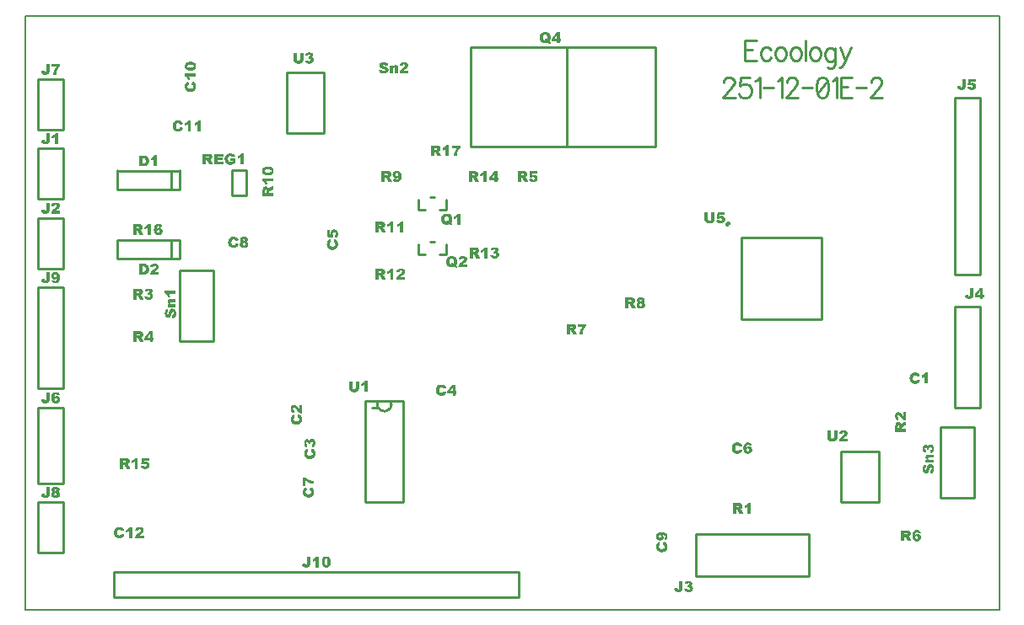
<source format=gbr>
G04 DipTrace 1.50*
%INTop Silk.gbr*%
%MOIN*%
%ADD10C,0.01*%
%ADD11C,0.005*%
%ADD12C,0.003*%
%ADD13C,0.008*%
%ADD14C,0.016*%
%ADD15C,0.039*%
%ADD16C,0.02*%
%ADD17C,0.032*%
%ADD18C,0.0098*%
%ADD19C,0.05*%
%ADD20C,0.06*%
%ADD21C,0.025*%
%ADD22C,0.015*%
%ADD23R,0.045X0.05*%
%ADD24R,0.05X0.045*%
%ADD25R,0.045X0.06*%
%ADD26R,0.06X0.045*%
%ADD27C,0.07*%
%ADD28R,0.07X0.07*%
%ADD29R,0.08X0.08*%
%ADD30C,0.0591*%
%ADD31R,0.032X0.032*%
%ADD32C,0.085*%
%ADD33C,0.2*%
%ADD34R,0.0335X0.0197*%
%ADD35R,0.11X0.085*%
%ADD36R,0.05X0.025*%
%ADD37R,0.06X0.025*%
%ADD38R,0.084X0.03*%
%ADD39R,0.0689X0.0197*%
%ADD40R,0.0787X0.0197*%
%ADD41R,0.0197X0.0689*%
%ADD42R,0.0197X0.0787*%
%ADD43C,0.045*%
%ADD44C,0.115*%
%ADD45C,0.035*%
%ADD46C,0.0354*%
%ADD47C,0.055*%
%ADD48R,0.0297X0.0887*%
%ADD49R,0.0097X0.0687*%
%ADD50R,0.0297X0.0789*%
%ADD51R,0.0097X0.0589*%
%ADD52R,0.0887X0.0297*%
%ADD53R,0.0687X0.0097*%
%ADD54R,0.0789X0.0297*%
%ADD55R,0.0589X0.0097*%
%ADD56R,0.094X0.04*%
%ADD57R,0.074X0.02*%
%ADD58R,0.07X0.035*%
%ADD59R,0.05X0.015*%
%ADD60R,0.06X0.035*%
%ADD61R,0.04X0.015*%
%ADD62R,0.12X0.095*%
%ADD63R,0.1X0.075*%
%ADD64R,0.0435X0.0297*%
%ADD65R,0.0235X0.0097*%
%ADD66C,0.21*%
%ADD67C,0.19*%
%ADD68C,0.095*%
%ADD69C,0.075*%
%ADD70R,0.042X0.042*%
%ADD71R,0.022X0.022*%
%ADD72C,0.07*%
%ADD73C,0.0691*%
%ADD74C,0.0491*%
%ADD75C,0.04*%
%ADD76R,0.09X0.09*%
%ADD77R,0.06X0.06*%
%ADD78C,0.08*%
%ADD79C,0.06*%
%ADD80R,0.07X0.055*%
%ADD81R,0.05X0.035*%
%ADD82R,0.055X0.07*%
%ADD83R,0.035X0.05*%
%ADD84R,0.06X0.055*%
%ADD85R,0.04X0.035*%
%ADD86R,0.055X0.06*%
%ADD87R,0.035X0.04*%
%ADD88C,0.0087*%
%FSLAX44Y44*%
%SFA1B1*%
%OFA0B0*%
G04*
G70*
G90*
G75*
G01*
%LNTopSilk*%
%LPD*%
X7636Y20633D2*
D10*
X10103D1*
Y20626D2*
Y21374D1*
X9786Y20666D2*
Y21334D1*
X7649Y21367D2*
X10090D1*
X7631Y20626D2*
Y21374D1*
X7636Y17883D2*
X10103D1*
Y17876D2*
Y18624D1*
X9786Y17916D2*
Y18584D1*
X7649Y18617D2*
X10090D1*
X7631Y17876D2*
Y18624D1*
X4500Y22250D2*
X5500D1*
X4500D1*
X5500D2*
Y21750D1*
Y22250D1*
Y20250D2*
Y21750D1*
Y20250D1*
X4500D1*
X5500D1*
X4500D2*
Y22250D1*
Y20250D1*
X7500Y4500D2*
X23500D1*
Y5500D1*
X7500D1*
Y4500D1*
X4500Y19500D2*
X5500D1*
X4500D1*
X5500D2*
Y19000D1*
Y19500D1*
Y17500D2*
Y19000D1*
Y17500D1*
X4500D1*
X5500D1*
X4500D2*
Y19500D1*
Y17500D1*
X30503Y5318D2*
X34991D1*
Y6991D1*
X30503D1*
Y5318D1*
X40750Y16000D2*
X41750D1*
Y12000D1*
X40750D1*
Y16000D1*
Y24250D2*
X41750D1*
Y17250D1*
X40750D1*
Y24250D1*
X4500Y12000D2*
X5500D1*
Y9000D1*
X4500D1*
Y12000D1*
X5500Y23000D2*
X4500D1*
X5500D1*
X4500D2*
Y23500D1*
Y23000D1*
Y25000D2*
Y23500D1*
Y25000D1*
X5500D1*
X4500D1*
X5500D2*
Y23000D1*
Y25000D1*
X4500Y8250D2*
X5500D1*
X4500D1*
X5500D2*
Y7750D1*
Y8250D1*
Y6250D2*
Y7750D1*
Y6250D1*
X4500D1*
X5500D1*
X4500D2*
Y8250D1*
Y6250D1*
Y16750D2*
X5500D1*
Y12750D1*
X4500D1*
Y16750D1*
X20660Y19815D2*
X20380D1*
X20660Y20215D2*
Y19815D1*
X19820D2*
X19540D1*
Y20215D2*
Y19815D1*
X20193Y20315D2*
X20007D1*
X20660Y18065D2*
X20380D1*
X20660Y18465D2*
Y18065D1*
X19820D2*
X19540D1*
Y18465D2*
Y18065D1*
X20193Y18565D2*
X20007D1*
X25417Y22309D2*
X28898D1*
Y26250D1*
X25417D1*
Y22309D1*
X21602D2*
X25417D1*
Y26250D1*
X21602D1*
Y22309D1*
X12184Y21394D2*
X12735D1*
Y20397D1*
X12184D1*
Y21394D1*
X11460Y17418D2*
X10115D1*
Y14622D1*
X11460D1*
Y17418D1*
X41510Y11218D2*
X40165D1*
Y8422D1*
X41510D1*
Y11218D1*
X17700Y11998D2*
X17703D1*
X17705D1*
X17708D1*
X17711D1*
X17715D1*
X17719D1*
X17724D1*
X17729D1*
X17735D1*
X17741D1*
X17748D1*
X17755D1*
X17762D1*
X17770D1*
X17778D1*
X17786D1*
X17795D1*
X17803D1*
X17812D1*
X17821D1*
X17829D1*
X17838D1*
X17847D1*
X17855D1*
X17864D1*
X17872D1*
X17880D1*
X17887D1*
X17895D1*
X17902D1*
X17909D1*
X17915D1*
X17921D1*
X17926D1*
X17931D1*
X17935D1*
X17939D1*
X17942D1*
X17945D1*
X17947D1*
X17949D1*
X17947D1*
X17945D1*
X17942D1*
X17939D1*
X17935D1*
X17931D1*
X17926D1*
X17921D1*
X17915D1*
X17909D1*
X17902D1*
X17895D1*
X17887D1*
X17880D1*
X17872D1*
X17864D1*
X17855D1*
X17847D1*
X17838D1*
X17829D1*
X17821D1*
X17812D1*
X17803D1*
X17795D1*
X17786D1*
X17778D1*
X17770D1*
X17762D1*
X17755D1*
X17748D1*
X17741D1*
X17735D1*
X17729D1*
X17724D1*
X17719D1*
X17715D1*
X17711D1*
X17708D1*
X17705D1*
X17703D1*
X17701D1*
X17950Y12250D2*
G03X18450Y12250I250J-126D01*
G01*
X17450D2*
X18950D1*
Y8250D1*
X17450D1*
Y12250D1*
X36251Y10250D2*
X37749D1*
Y8250D1*
X36251D1*
Y10250D1*
X14342Y25250D2*
X15806D1*
Y22848D1*
X14342D1*
Y25250D1*
X31843Y19264D2*
G03X31777Y19185I-57J-19D01*
G01*
X32302Y18713D2*
X35477D1*
Y15471D1*
X32302D1*
Y18713D1*
X4000Y27500D2*
D11*
X42500D1*
X4000D2*
Y4000D1*
X42500Y27500D2*
Y4000D1*
X4000D2*
X42500D1*
X39115Y13370D2*
D12*
X39195D1*
X39575D2*
X39645D1*
X39086Y13360D2*
X39223D1*
X39570D2*
X39645D1*
X39062Y13350D2*
X39245D1*
X39562D2*
X39645D1*
X39043Y13340D2*
X39264D1*
X39554D2*
X39645D1*
X39029Y13330D2*
X39278D1*
X39545D2*
X39645D1*
X39017Y13320D2*
X39289D1*
X39534D2*
X39645D1*
X39007Y13310D2*
X39297D1*
X39523D2*
X39645D1*
X38999Y13300D2*
X39305D1*
X39509D2*
X39645D1*
X38992Y13290D2*
X39117D1*
X39203D2*
X39311D1*
X39492D2*
X39645D1*
X38985Y13280D2*
X39101D1*
X39217D2*
X39317D1*
X39475D2*
X39645D1*
X38980Y13270D2*
X39088D1*
X39228D2*
X39321D1*
X39459D2*
X39645D1*
X38976Y13260D2*
X39078D1*
X39237D2*
X39325D1*
X39445D2*
X39645D1*
X38972Y13250D2*
X39071D1*
X39245D2*
X39285D1*
X39440D2*
X39645D1*
X38969Y13240D2*
X39066D1*
X39437D2*
X39513D1*
X39555D2*
X39645D1*
X38967Y13230D2*
X39062D1*
X39436D2*
X39499D1*
X39555D2*
X39645D1*
X38965Y13220D2*
X39059D1*
X39435D2*
X39482D1*
X39555D2*
X39645D1*
X38964Y13210D2*
X39057D1*
X39435D2*
X39464D1*
X39555D2*
X39645D1*
X38961Y13200D2*
X39056D1*
X39435D2*
X39445D1*
X39555D2*
X39645D1*
X38958Y13190D2*
X39055D1*
X39555D2*
X39645D1*
X38957Y13180D2*
X39055D1*
X39555D2*
X39645D1*
X38956Y13170D2*
X39055D1*
X39555D2*
X39645D1*
X38956Y13160D2*
X39055D1*
X39555D2*
X39645D1*
X38957Y13150D2*
X39055D1*
X39555D2*
X39645D1*
X38959Y13140D2*
X39055D1*
X39555D2*
X39645D1*
X38962Y13130D2*
X39055D1*
X39555D2*
X39645D1*
X38963Y13120D2*
X39057D1*
X39555D2*
X39645D1*
X38965Y13110D2*
X39059D1*
X39555D2*
X39645D1*
X38966Y13100D2*
X39062D1*
X39255D2*
X39275D1*
X39555D2*
X39645D1*
X38969Y13090D2*
X39065D1*
X39249D2*
X39305D1*
X39555D2*
X39645D1*
X38973Y13080D2*
X39069D1*
X39243D2*
X39335D1*
X39555D2*
X39645D1*
X38978Y13070D2*
X39074D1*
X39237D2*
X39329D1*
X39555D2*
X39645D1*
X38983Y13060D2*
X39082D1*
X39229D2*
X39323D1*
X39555D2*
X39645D1*
X38989Y13050D2*
X39110D1*
X39200D2*
X39318D1*
X39555D2*
X39645D1*
X38995Y13040D2*
X39157D1*
X39154D2*
X39313D1*
X39555D2*
X39645D1*
X39002Y13030D2*
X39307D1*
X39555D2*
X39645D1*
X39009Y13020D2*
X39301D1*
X39555D2*
X39645D1*
X39017Y13010D2*
X39293D1*
X39555D2*
X39645D1*
X39028Y13000D2*
X39282D1*
X39555D2*
X39645D1*
X39042Y12990D2*
X39268D1*
X39555D2*
X39645D1*
X39062Y12980D2*
X39250D1*
X39555D2*
X39645D1*
X39087Y12970D2*
X39229D1*
X39555D2*
X39645D1*
X39115Y12960D2*
X39205D1*
X10475Y25675D2*
X10575D1*
X10439Y25665D2*
X10609D1*
X10410Y25655D2*
X10637D1*
X10388Y25645D2*
X10659D1*
X10372Y25635D2*
X10676D1*
X10359Y25625D2*
X10687D1*
X10350Y25615D2*
X10696D1*
X10344Y25605D2*
X10704D1*
X10338Y25595D2*
X10710D1*
X10333Y25585D2*
X10714D1*
X10329Y25575D2*
X10428D1*
X10621D2*
X10718D1*
X10327Y25565D2*
X10405D1*
X10642D2*
X10721D1*
X10325Y25555D2*
X10388D1*
X10659D2*
X10723D1*
X10323Y25545D2*
X10376D1*
X10668D2*
X10724D1*
X10321Y25535D2*
X10370D1*
X10672D2*
X10724D1*
X10319Y25525D2*
X10367D1*
X10673D2*
X10725D1*
X10318Y25515D2*
X10366D1*
X10674D2*
X10725D1*
X10320Y25505D2*
X10367D1*
X10674D2*
X10725D1*
X10322Y25495D2*
X10370D1*
X10673D2*
X10725D1*
X10323Y25485D2*
X10375D1*
X10669D2*
X10724D1*
X10324Y25475D2*
X10387D1*
X10656D2*
X10723D1*
X10326Y25465D2*
X10406D1*
X10635D2*
X10720D1*
X10329Y25455D2*
X10429D1*
X10607D2*
X10716D1*
X10333Y25445D2*
X10712D1*
X10338Y25435D2*
X10707D1*
X10343Y25425D2*
X10701D1*
X10349Y25415D2*
X10693D1*
X10357Y25405D2*
X10683D1*
X10368Y25395D2*
X10672D1*
X10384Y25385D2*
X10657D1*
X10406Y25375D2*
X10636D1*
X10434Y25365D2*
X10608D1*
X10465Y25355D2*
X10575D1*
X10315Y25205D2*
X10715D1*
X10315Y25195D2*
X10715D1*
X10315Y25185D2*
X10715D1*
X10315Y25175D2*
X10715D1*
X10315Y25165D2*
X10715D1*
X10316Y25155D2*
X10715D1*
X10317Y25145D2*
X10715D1*
X10325Y25135D2*
X10715D1*
X10336Y25125D2*
X10715D1*
X10348Y25115D2*
X10715D1*
X10361Y25105D2*
X10435D1*
X10373Y25095D2*
X10437D1*
X10382Y25085D2*
X10441D1*
X10390Y25075D2*
X10447D1*
X10398Y25065D2*
X10454D1*
X10404Y25055D2*
X10461D1*
X10410Y25045D2*
X10467D1*
X10414Y25035D2*
X10472D1*
X10418Y25025D2*
X10477D1*
X10423Y25015D2*
X10481D1*
X10429Y25005D2*
X10483D1*
X10435Y24995D2*
X10485D1*
X10415Y24885D2*
X10425D1*
X10605D2*
X10625D1*
X10400Y24875D2*
X10425D1*
X10604D2*
X10643D1*
X10387Y24865D2*
X10425D1*
X10603D2*
X10659D1*
X10376Y24855D2*
X10426D1*
X10601D2*
X10672D1*
X10366Y24845D2*
X10429D1*
X10598D2*
X10682D1*
X10357Y24835D2*
X10431D1*
X10596D2*
X10690D1*
X10349Y24825D2*
X10433D1*
X10594D2*
X10696D1*
X10343Y24815D2*
X10434D1*
X10591D2*
X10702D1*
X10338Y24805D2*
X10432D1*
X10590D2*
X10707D1*
X10333Y24795D2*
X10429D1*
X10594D2*
X10712D1*
X10329Y24785D2*
X10422D1*
X10606D2*
X10717D1*
X10327Y24775D2*
X10414D1*
X10619D2*
X10721D1*
X10326Y24765D2*
X10405D1*
X10632D2*
X10723D1*
X10325Y24755D2*
X10397D1*
X10642D2*
X10724D1*
X10323Y24745D2*
X10391D1*
X10650D2*
X10724D1*
X10321Y24735D2*
X10388D1*
X10656D2*
X10725D1*
X10319Y24725D2*
X10386D1*
X10660D2*
X10725D1*
X10318Y24715D2*
X10385D1*
X10663D2*
X10725D1*
X10320Y24705D2*
X10385D1*
X10663D2*
X10725D1*
X10322Y24695D2*
X10385D1*
X10663D2*
X10725D1*
X10323Y24685D2*
X10387D1*
X10661D2*
X10725D1*
X10324Y24675D2*
X10391D1*
X10658D2*
X10724D1*
X10325Y24665D2*
X10398D1*
X10654D2*
X10723D1*
X10326Y24655D2*
X10407D1*
X10649D2*
X10721D1*
X10329Y24645D2*
X10419D1*
X10634D2*
X10718D1*
X10333Y24635D2*
X10437D1*
X10615D2*
X10715D1*
X10338Y24625D2*
X10460D1*
X10591D2*
X10711D1*
X10342Y24615D2*
X10706D1*
X10347Y24605D2*
X10700D1*
X10353Y24595D2*
X10693D1*
X10359Y24585D2*
X10684D1*
X10367Y24575D2*
X10674D1*
X10377Y24565D2*
X10664D1*
X10390Y24555D2*
X10653D1*
X10406Y24545D2*
X10638D1*
X10425Y24535D2*
X10618D1*
X10449Y24525D2*
X10593D1*
X10475Y24515D2*
X10565D1*
X9990Y23350D2*
X10070D1*
X10450D2*
X10520D1*
X10840D2*
X10910D1*
X9961Y23340D2*
X10098D1*
X10445D2*
X10520D1*
X10835D2*
X10910D1*
X9937Y23330D2*
X10120D1*
X10437D2*
X10520D1*
X10827D2*
X10910D1*
X9918Y23320D2*
X10139D1*
X10429D2*
X10520D1*
X10819D2*
X10910D1*
X9904Y23310D2*
X10153D1*
X10420D2*
X10520D1*
X10810D2*
X10910D1*
X9892Y23300D2*
X10164D1*
X10409D2*
X10520D1*
X10799D2*
X10910D1*
X9882Y23290D2*
X10172D1*
X10398D2*
X10520D1*
X10788D2*
X10910D1*
X9874Y23280D2*
X10180D1*
X10384D2*
X10520D1*
X10774D2*
X10910D1*
X9867Y23270D2*
X9992D1*
X10078D2*
X10186D1*
X10367D2*
X10520D1*
X10757D2*
X10910D1*
X9860Y23260D2*
X9976D1*
X10092D2*
X10192D1*
X10350D2*
X10520D1*
X10740D2*
X10910D1*
X9855Y23250D2*
X9963D1*
X10103D2*
X10196D1*
X10334D2*
X10520D1*
X10724D2*
X10910D1*
X9851Y23240D2*
X9953D1*
X10112D2*
X10200D1*
X10320D2*
X10520D1*
X10710D2*
X10910D1*
X9847Y23230D2*
X9946D1*
X10120D2*
X10160D1*
X10315D2*
X10520D1*
X10705D2*
X10910D1*
X9844Y23220D2*
X9941D1*
X10312D2*
X10388D1*
X10430D2*
X10520D1*
X10702D2*
X10778D1*
X10820D2*
X10910D1*
X9842Y23210D2*
X9937D1*
X10311D2*
X10374D1*
X10430D2*
X10520D1*
X10701D2*
X10764D1*
X10820D2*
X10910D1*
X9840Y23200D2*
X9934D1*
X10310D2*
X10357D1*
X10430D2*
X10520D1*
X10700D2*
X10747D1*
X10820D2*
X10910D1*
X9839Y23190D2*
X9932D1*
X10310D2*
X10339D1*
X10430D2*
X10520D1*
X10700D2*
X10729D1*
X10820D2*
X10910D1*
X9836Y23180D2*
X9931D1*
X10310D2*
X10320D1*
X10430D2*
X10520D1*
X10700D2*
X10710D1*
X10820D2*
X10910D1*
X9833Y23170D2*
X9930D1*
X10430D2*
X10520D1*
X10820D2*
X10910D1*
X9832Y23160D2*
X9930D1*
X10430D2*
X10520D1*
X10820D2*
X10910D1*
X9831Y23150D2*
X9930D1*
X10430D2*
X10520D1*
X10820D2*
X10910D1*
X9831Y23140D2*
X9930D1*
X10430D2*
X10520D1*
X10820D2*
X10910D1*
X9832Y23130D2*
X9930D1*
X10430D2*
X10520D1*
X10820D2*
X10910D1*
X9834Y23120D2*
X9930D1*
X10430D2*
X10520D1*
X10820D2*
X10910D1*
X9837Y23110D2*
X9930D1*
X10430D2*
X10520D1*
X10820D2*
X10910D1*
X9838Y23100D2*
X9932D1*
X10430D2*
X10520D1*
X10820D2*
X10910D1*
X9840Y23090D2*
X9934D1*
X10430D2*
X10520D1*
X10820D2*
X10910D1*
X9841Y23080D2*
X9937D1*
X10130D2*
X10150D1*
X10430D2*
X10520D1*
X10820D2*
X10910D1*
X9844Y23070D2*
X9940D1*
X10124D2*
X10180D1*
X10430D2*
X10520D1*
X10820D2*
X10910D1*
X9848Y23060D2*
X9944D1*
X10118D2*
X10210D1*
X10430D2*
X10520D1*
X10820D2*
X10910D1*
X9853Y23050D2*
X9949D1*
X10112D2*
X10204D1*
X10430D2*
X10520D1*
X10820D2*
X10910D1*
X9858Y23040D2*
X9957D1*
X10104D2*
X10198D1*
X10430D2*
X10520D1*
X10820D2*
X10910D1*
X9864Y23030D2*
X9985D1*
X10075D2*
X10193D1*
X10430D2*
X10520D1*
X10820D2*
X10910D1*
X9870Y23020D2*
X10032D1*
X10029D2*
X10188D1*
X10430D2*
X10520D1*
X10820D2*
X10910D1*
X9877Y23010D2*
X10182D1*
X10430D2*
X10520D1*
X10820D2*
X10910D1*
X9884Y23000D2*
X10176D1*
X10430D2*
X10520D1*
X10820D2*
X10910D1*
X9892Y22990D2*
X10168D1*
X10430D2*
X10520D1*
X10820D2*
X10910D1*
X9903Y22980D2*
X10157D1*
X10430D2*
X10520D1*
X10820D2*
X10910D1*
X9917Y22970D2*
X10143D1*
X10430D2*
X10520D1*
X10820D2*
X10910D1*
X9937Y22960D2*
X10125D1*
X10430D2*
X10520D1*
X10820D2*
X10910D1*
X9962Y22950D2*
X10104D1*
X10430D2*
X10520D1*
X10820D2*
X10910D1*
X9990Y22940D2*
X10080D1*
X7671Y7261D2*
X7751D1*
X8131D2*
X8201D1*
X8471D2*
X8561D1*
X7642Y7251D2*
X7779D1*
X8126D2*
X8201D1*
X8444D2*
X8585D1*
X7618Y7241D2*
X7801D1*
X8118D2*
X8201D1*
X8422D2*
X8606D1*
X7599Y7231D2*
X7820D1*
X8110D2*
X8201D1*
X8406D2*
X8622D1*
X7585Y7221D2*
X7834D1*
X8100D2*
X8201D1*
X8395D2*
X8634D1*
X7573Y7211D2*
X7844D1*
X8090D2*
X8201D1*
X8386D2*
X8643D1*
X7563Y7201D2*
X7853D1*
X8079D2*
X8201D1*
X8380D2*
X8471D1*
X8547D2*
X8650D1*
X7555Y7191D2*
X7860D1*
X8065D2*
X8201D1*
X8375D2*
X8463D1*
X8560D2*
X8655D1*
X7548Y7181D2*
X7673D1*
X7759D2*
X7867D1*
X8048D2*
X8201D1*
X8371D2*
X8457D1*
X8569D2*
X8658D1*
X7541Y7171D2*
X7657D1*
X7773D2*
X7873D1*
X8031D2*
X8201D1*
X8366D2*
X8452D1*
X8576D2*
X8660D1*
X7536Y7161D2*
X7644D1*
X7784D2*
X7877D1*
X8015D2*
X8201D1*
X8361D2*
X8447D1*
X8579D2*
X8661D1*
X7532Y7151D2*
X7634D1*
X7793D2*
X7881D1*
X8001D2*
X8201D1*
X8411D2*
X8441D1*
X8580D2*
X8661D1*
X7528Y7141D2*
X7627D1*
X7801D2*
X7841D1*
X7996D2*
X8201D1*
X8580D2*
X8661D1*
X7525Y7131D2*
X7622D1*
X7993D2*
X8069D1*
X8111D2*
X8201D1*
X8579D2*
X8659D1*
X7523Y7121D2*
X7618D1*
X7992D2*
X8055D1*
X8111D2*
X8201D1*
X8575D2*
X8656D1*
X7521Y7111D2*
X7615D1*
X7991D2*
X8038D1*
X8111D2*
X8201D1*
X8570D2*
X8652D1*
X7520Y7101D2*
X7613D1*
X7991D2*
X8020D1*
X8111D2*
X8201D1*
X8563D2*
X8647D1*
X7517Y7091D2*
X7612D1*
X7991D2*
X8001D1*
X8111D2*
X8201D1*
X8555D2*
X8641D1*
X7514Y7081D2*
X7611D1*
X8111D2*
X8201D1*
X8545D2*
X8634D1*
X7513Y7071D2*
X7611D1*
X8111D2*
X8201D1*
X8533D2*
X8627D1*
X7512Y7061D2*
X7611D1*
X8111D2*
X8201D1*
X8521D2*
X8618D1*
X7512Y7051D2*
X7611D1*
X8111D2*
X8201D1*
X8507D2*
X8606D1*
X7513Y7041D2*
X7611D1*
X8111D2*
X8201D1*
X8495D2*
X8594D1*
X7515Y7031D2*
X7611D1*
X8111D2*
X8201D1*
X8483D2*
X8581D1*
X7518Y7021D2*
X7611D1*
X8111D2*
X8201D1*
X8471D2*
X8568D1*
X7519Y7011D2*
X7613D1*
X8111D2*
X8201D1*
X8460D2*
X8554D1*
X7521Y7001D2*
X7615D1*
X8111D2*
X8201D1*
X8447D2*
X8541D1*
X7522Y6991D2*
X7618D1*
X7811D2*
X7831D1*
X8111D2*
X8201D1*
X8434D2*
X8528D1*
X7525Y6981D2*
X7621D1*
X7805D2*
X7861D1*
X8111D2*
X8201D1*
X8423D2*
X8515D1*
X7529Y6971D2*
X7625D1*
X7799D2*
X7891D1*
X8111D2*
X8201D1*
X8413D2*
X8505D1*
X7534Y6961D2*
X7630D1*
X7793D2*
X7885D1*
X8111D2*
X8201D1*
X8405D2*
X8497D1*
X7539Y6951D2*
X7638D1*
X7785D2*
X7879D1*
X8111D2*
X8201D1*
X8398D2*
X8494D1*
X7545Y6941D2*
X7666D1*
X7756D2*
X7874D1*
X8111D2*
X8201D1*
X8391D2*
X8492D1*
X7551Y6931D2*
X7712D1*
X7709D2*
X7869D1*
X8111D2*
X8201D1*
X8385D2*
X8671D1*
X7558Y6921D2*
X7863D1*
X8111D2*
X8201D1*
X8379D2*
X8671D1*
X7565Y6911D2*
X7857D1*
X8111D2*
X8201D1*
X8374D2*
X8671D1*
X7573Y6901D2*
X7849D1*
X8111D2*
X8201D1*
X8369D2*
X8671D1*
X7584Y6891D2*
X7838D1*
X8111D2*
X8201D1*
X8365D2*
X8671D1*
X7598Y6881D2*
X7824D1*
X8111D2*
X8201D1*
X8361D2*
X8671D1*
X7618Y6871D2*
X7806D1*
X8111D2*
X8201D1*
X8356D2*
X8671D1*
X7643Y6861D2*
X7784D1*
X8111D2*
X8201D1*
X8351D2*
X8671D1*
X7671Y6851D2*
X7761D1*
X14591Y12102D2*
X14631D1*
X14841D2*
X14901D1*
X14573Y12092D2*
X14652D1*
X14841D2*
X14901D1*
X14558Y12082D2*
X14670D1*
X14841D2*
X14901D1*
X14545Y12072D2*
X14686D1*
X14841D2*
X14901D1*
X14537Y12062D2*
X14699D1*
X14841D2*
X14901D1*
X14530Y12052D2*
X14710D1*
X14841D2*
X14901D1*
X14524Y12042D2*
X14719D1*
X14841D2*
X14901D1*
X14519Y12032D2*
X14727D1*
X14841D2*
X14901D1*
X14515Y12022D2*
X14734D1*
X14841D2*
X14901D1*
X14513Y12012D2*
X14742D1*
X14841D2*
X14901D1*
X14512Y12002D2*
X14585D1*
X14663D2*
X14750D1*
X14841D2*
X14901D1*
X14511Y11992D2*
X14572D1*
X14675D2*
X14757D1*
X14841D2*
X14901D1*
X14509Y11982D2*
X14563D1*
X14687D2*
X14765D1*
X14841D2*
X14901D1*
X14507Y11972D2*
X14556D1*
X14698D2*
X14773D1*
X14841D2*
X14901D1*
X14505Y11962D2*
X14553D1*
X14706D2*
X14783D1*
X14840D2*
X14901D1*
X14504Y11952D2*
X14552D1*
X14714D2*
X14797D1*
X14837D2*
X14901D1*
X14506Y11942D2*
X14553D1*
X14722D2*
X14817D1*
X14825D2*
X14901D1*
X14508Y11932D2*
X14558D1*
X14730D2*
X14901D1*
X14510Y11922D2*
X14566D1*
X14737D2*
X14901D1*
X14511Y11912D2*
X14577D1*
X14745D2*
X14901D1*
X14512Y11902D2*
X14590D1*
X14753D2*
X14901D1*
X14515Y11892D2*
X14601D1*
X14762D2*
X14901D1*
X14518Y11882D2*
X14606D1*
X14771D2*
X14901D1*
X14521Y11872D2*
X14609D1*
X14781D2*
X14901D1*
X14526Y11862D2*
X14610D1*
X14791D2*
X14901D1*
X14534Y11852D2*
X14611D1*
X14801D2*
X14901D1*
X14542Y11842D2*
X14611D1*
X14813D2*
X14901D1*
X14553Y11832D2*
X14611D1*
X14826D2*
X14901D1*
X14567Y11822D2*
X14611D1*
X14842D2*
X14901D1*
X14581Y11812D2*
X14611D1*
X14860D2*
X14901D1*
X14881Y11802D2*
X14901D1*
X14601Y11712D2*
X14611D1*
X14791D2*
X14811D1*
X14586Y11702D2*
X14611D1*
X14791D2*
X14829D1*
X14574Y11692D2*
X14611D1*
X14789D2*
X14845D1*
X14562Y11682D2*
X14613D1*
X14787D2*
X14858D1*
X14552Y11672D2*
X14615D1*
X14784D2*
X14868D1*
X14543Y11662D2*
X14618D1*
X14782D2*
X14876D1*
X14536Y11652D2*
X14619D1*
X14780D2*
X14883D1*
X14529Y11642D2*
X14620D1*
X14778D2*
X14888D1*
X14524Y11632D2*
X14619D1*
X14776D2*
X14893D1*
X14519Y11622D2*
X14616D1*
X14780D2*
X14898D1*
X14515Y11612D2*
X14608D1*
X14792D2*
X14903D1*
X14513Y11602D2*
X14600D1*
X14806D2*
X14907D1*
X14512Y11592D2*
X14591D1*
X14818D2*
X14909D1*
X14511Y11582D2*
X14583D1*
X14828D2*
X14910D1*
X14509Y11572D2*
X14577D1*
X14836D2*
X14911D1*
X14507Y11562D2*
X14574D1*
X14842D2*
X14911D1*
X14505Y11552D2*
X14572D1*
X14846D2*
X14911D1*
X14504Y11542D2*
X14571D1*
X14849D2*
X14911D1*
X14506Y11532D2*
X14571D1*
X14850D2*
X14911D1*
X14508Y11522D2*
X14572D1*
X14849D2*
X14911D1*
X14509Y11512D2*
X14573D1*
X14847D2*
X14911D1*
X14510Y11502D2*
X14577D1*
X14844D2*
X14911D1*
X14511Y11492D2*
X14584D1*
X14840D2*
X14909D1*
X14513Y11482D2*
X14593D1*
X14835D2*
X14907D1*
X14515Y11472D2*
X14606D1*
X14821D2*
X14904D1*
X14519Y11462D2*
X14623D1*
X14801D2*
X14901D1*
X14524Y11452D2*
X14646D1*
X14777D2*
X14897D1*
X14529Y11442D2*
X14893D1*
X14534Y11432D2*
X14887D1*
X14539Y11422D2*
X14879D1*
X14545Y11412D2*
X14870D1*
X14553Y11402D2*
X14861D1*
X14564Y11392D2*
X14850D1*
X14576Y11382D2*
X14839D1*
X14592Y11372D2*
X14824D1*
X14612Y11362D2*
X14804D1*
X14635Y11352D2*
X14779D1*
X14661Y11342D2*
X14751D1*
X15297Y10759D2*
X15337D1*
X15279Y10749D2*
X15355D1*
X15107Y10739D2*
X15137D1*
X15264D2*
X15371D1*
X15092Y10729D2*
X15151D1*
X15254D2*
X15384D1*
X15079Y10719D2*
X15164D1*
X15246D2*
X15395D1*
X15068Y10709D2*
X15177D1*
X15240D2*
X15404D1*
X15059Y10699D2*
X15192D1*
X15233D2*
X15412D1*
X15051Y10689D2*
X15213D1*
X15221D2*
X15418D1*
X15045Y10679D2*
X15424D1*
X15041Y10669D2*
X15429D1*
X15039Y10659D2*
X15279D1*
X15363D2*
X15432D1*
X15037Y10649D2*
X15265D1*
X15376D2*
X15435D1*
X15037Y10639D2*
X15089D1*
X15163D2*
X15254D1*
X15385D2*
X15436D1*
X15035Y10629D2*
X15083D1*
X15176D2*
X15250D1*
X15392D2*
X15436D1*
X15033Y10619D2*
X15079D1*
X15185D2*
X15248D1*
X15394D2*
X15437D1*
X15030Y10609D2*
X15078D1*
X15191D2*
X15247D1*
X15396D2*
X15437D1*
X15030Y10599D2*
X15077D1*
X15196D2*
X15247D1*
X15396D2*
X15437D1*
X15031Y10589D2*
X15077D1*
X15201D2*
X15247D1*
X15396D2*
X15437D1*
X15034Y10579D2*
X15078D1*
X15207D2*
X15247D1*
X15394D2*
X15437D1*
X15035Y10569D2*
X15083D1*
X15391D2*
X15436D1*
X15036Y10559D2*
X15094D1*
X15382D2*
X15435D1*
X15038Y10549D2*
X15106D1*
X15370D2*
X15433D1*
X15041Y10539D2*
X15116D1*
X15358D2*
X15430D1*
X15044Y10529D2*
X15119D1*
X15347D2*
X15427D1*
X15047Y10519D2*
X15118D1*
X15344D2*
X15423D1*
X15052Y10509D2*
X15118D1*
X15345D2*
X15418D1*
X15059Y10499D2*
X15117D1*
X15346D2*
X15412D1*
X15068Y10489D2*
X15117D1*
X15346D2*
X15405D1*
X15077Y10479D2*
X15117D1*
X15346D2*
X15395D1*
X15087Y10469D2*
X15117D1*
X15347D2*
X15384D1*
X15347Y10459D2*
X15371D1*
X15347Y10449D2*
X15357D1*
X15127Y10359D2*
X15137D1*
X15317D2*
X15337D1*
X15112Y10349D2*
X15137D1*
X15316D2*
X15355D1*
X15099Y10339D2*
X15137D1*
X15315D2*
X15370D1*
X15088Y10329D2*
X15138D1*
X15313D2*
X15383D1*
X15077Y10319D2*
X15141D1*
X15310D2*
X15394D1*
X15068Y10309D2*
X15143D1*
X15308D2*
X15402D1*
X15061Y10299D2*
X15145D1*
X15306D2*
X15408D1*
X15055Y10289D2*
X15145D1*
X15303D2*
X15414D1*
X15049Y10279D2*
X15144D1*
X15301D2*
X15419D1*
X15045Y10269D2*
X15141D1*
X15306D2*
X15424D1*
X15041Y10259D2*
X15134D1*
X15318D2*
X15429D1*
X15039Y10249D2*
X15126D1*
X15331D2*
X15432D1*
X15037Y10239D2*
X15117D1*
X15343D2*
X15435D1*
X15037Y10229D2*
X15109D1*
X15354D2*
X15436D1*
X15035Y10219D2*
X15103D1*
X15362D2*
X15436D1*
X15033Y10209D2*
X15099D1*
X15368D2*
X15437D1*
X15030Y10199D2*
X15098D1*
X15372D2*
X15437D1*
X15030Y10189D2*
X15097D1*
X15374D2*
X15437D1*
X15031Y10179D2*
X15097D1*
X15375D2*
X15437D1*
X15034Y10169D2*
X15097D1*
X15375D2*
X15437D1*
X15035Y10159D2*
X15099D1*
X15372D2*
X15437D1*
X15036Y10149D2*
X15103D1*
X15369D2*
X15436D1*
X15037Y10139D2*
X15109D1*
X15366D2*
X15435D1*
X15038Y10129D2*
X15119D1*
X15360D2*
X15433D1*
X15041Y10119D2*
X15131D1*
X15346D2*
X15430D1*
X15045Y10109D2*
X15149D1*
X15327D2*
X15427D1*
X15049Y10099D2*
X15172D1*
X15303D2*
X15423D1*
X15054Y10089D2*
X15418D1*
X15059Y10079D2*
X15412D1*
X15065Y10069D2*
X15405D1*
X15071Y10059D2*
X15396D1*
X15079Y10049D2*
X15386D1*
X15089Y10039D2*
X15376D1*
X15102Y10029D2*
X15364D1*
X15118Y10019D2*
X15350D1*
X15137Y10009D2*
X15330D1*
X15161Y9999D2*
X15305D1*
X15187Y9989D2*
X15277D1*
X20398Y12900D2*
X20478D1*
X20888D2*
X20968D1*
X20370Y12890D2*
X20506D1*
X20883D2*
X20968D1*
X20346Y12880D2*
X20529D1*
X20876D2*
X20968D1*
X20327Y12870D2*
X20547D1*
X20867D2*
X20968D1*
X20312Y12860D2*
X20561D1*
X20858D2*
X20968D1*
X20300Y12850D2*
X20572D1*
X20850D2*
X20968D1*
X20291Y12840D2*
X20580D1*
X20842D2*
X20968D1*
X20283Y12830D2*
X20588D1*
X20835D2*
X20968D1*
X20276Y12820D2*
X20400D1*
X20486D2*
X20594D1*
X20827D2*
X20968D1*
X20269Y12810D2*
X20385D1*
X20501D2*
X20600D1*
X20818D2*
X20968D1*
X20263Y12800D2*
X20372D1*
X20511D2*
X20605D1*
X20810D2*
X20968D1*
X20259Y12790D2*
X20362D1*
X20520D2*
X20608D1*
X20802D2*
X20858D1*
X20898D2*
X20968D1*
X20255Y12780D2*
X20355D1*
X20528D2*
X20568D1*
X20795D2*
X20849D1*
X20898D2*
X20968D1*
X20252Y12770D2*
X20350D1*
X20787D2*
X20840D1*
X20898D2*
X20968D1*
X20250Y12760D2*
X20346D1*
X20778D2*
X20832D1*
X20898D2*
X20968D1*
X20249Y12750D2*
X20342D1*
X20770D2*
X20825D1*
X20898D2*
X20968D1*
X20247Y12740D2*
X20340D1*
X20762D2*
X20817D1*
X20898D2*
X20968D1*
X20244Y12730D2*
X20339D1*
X20755D2*
X20808D1*
X20898D2*
X20968D1*
X20242Y12720D2*
X20339D1*
X20747D2*
X20798D1*
X20898D2*
X20968D1*
X20240Y12710D2*
X20338D1*
X20738D2*
X20790D1*
X20898D2*
X20968D1*
X20239Y12700D2*
X20338D1*
X20730D2*
X20782D1*
X20898D2*
X20968D1*
X20239Y12690D2*
X20338D1*
X20722D2*
X20775D1*
X20898D2*
X20968D1*
X20240Y12680D2*
X20338D1*
X20715D2*
X20769D1*
X20898D2*
X20968D1*
X20242Y12670D2*
X20338D1*
X20707D2*
X20764D1*
X20898D2*
X20968D1*
X20245Y12660D2*
X20339D1*
X20700D2*
X20761D1*
X20898D2*
X20968D1*
X20247Y12650D2*
X20340D1*
X20694D2*
X20759D1*
X20898D2*
X20968D1*
X20248Y12640D2*
X20342D1*
X20691D2*
X21018D1*
X20250Y12630D2*
X20345D1*
X20538D2*
X20558D1*
X20689D2*
X21018D1*
X20253Y12620D2*
X20348D1*
X20532D2*
X20588D1*
X20689D2*
X21018D1*
X20257Y12610D2*
X20352D1*
X20526D2*
X20618D1*
X20689D2*
X21018D1*
X20261Y12600D2*
X20358D1*
X20520D2*
X20612D1*
X20688D2*
X21018D1*
X20266Y12590D2*
X20365D1*
X20512D2*
X20606D1*
X20688D2*
X21018D1*
X20272Y12580D2*
X20393D1*
X20484D2*
X20601D1*
X20688D2*
X21018D1*
X20279Y12570D2*
X20440D1*
X20437D2*
X20596D1*
X20688D2*
X21018D1*
X20285Y12560D2*
X20591D1*
X20898D2*
X20968D1*
X20292Y12550D2*
X20584D1*
X20898D2*
X20968D1*
X20301Y12540D2*
X20576D1*
X20898D2*
X20968D1*
X20311Y12530D2*
X20565D1*
X20898D2*
X20968D1*
X20326Y12520D2*
X20551D1*
X20898D2*
X20968D1*
X20345Y12510D2*
X20534D1*
X20898D2*
X20968D1*
X20370Y12500D2*
X20512D1*
X20898D2*
X20968D1*
X20398Y12490D2*
X20488D1*
X16174Y19038D2*
X16224D1*
X16153Y19028D2*
X16244D1*
X15934Y19018D2*
X16004D1*
X16135D2*
X16262D1*
X15934Y19008D2*
X16004D1*
X16121D2*
X16278D1*
X15934Y18998D2*
X16004D1*
X16111D2*
X16291D1*
X15934Y18988D2*
X16004D1*
X16103D2*
X16301D1*
X15934Y18978D2*
X16004D1*
X16097D2*
X16309D1*
X15934Y18968D2*
X16004D1*
X16092D2*
X16315D1*
X15934Y18958D2*
X16004D1*
X16088D2*
X16320D1*
X15934Y18948D2*
X16004D1*
X16084D2*
X16324D1*
X15934Y18938D2*
X16004D1*
X16081D2*
X16156D1*
X16252D2*
X16327D1*
X15934Y18928D2*
X16004D1*
X16078D2*
X16142D1*
X16267D2*
X16330D1*
X15934Y18918D2*
X16004D1*
X16077D2*
X16131D1*
X16279D2*
X16332D1*
X15934Y18908D2*
X16004D1*
X16079D2*
X16124D1*
X16288D2*
X16333D1*
X15934Y18898D2*
X16004D1*
X16081D2*
X16119D1*
X16291D2*
X16334D1*
X15934Y18888D2*
X16004D1*
X16083D2*
X16116D1*
X16293D2*
X16334D1*
X15934Y18878D2*
X16004D1*
X16085D2*
X16115D1*
X16294D2*
X16334D1*
X15934Y18868D2*
X16005D1*
X16088D2*
X16116D1*
X16293D2*
X16334D1*
X15934Y18858D2*
X16008D1*
X16091D2*
X16119D1*
X16292D2*
X16334D1*
X15934Y18848D2*
X16027D1*
X16093D2*
X16123D1*
X16289D2*
X16334D1*
X15934Y18838D2*
X16061D1*
X16094D2*
X16128D1*
X16280D2*
X16332D1*
X15934Y18828D2*
X16134D1*
X16269D2*
X16330D1*
X15934Y18818D2*
X16139D1*
X16259D2*
X16327D1*
X15934Y18808D2*
X16142D1*
X16250D2*
X16324D1*
X15934Y18798D2*
X16143D1*
X16247D2*
X16320D1*
X15939Y18788D2*
X16142D1*
X16245D2*
X16316D1*
X15958Y18778D2*
X16140D1*
X16245D2*
X16310D1*
X15990Y18768D2*
X16137D1*
X16244D2*
X16302D1*
X16035Y18758D2*
X16135D1*
X16244D2*
X16293D1*
X16084Y18748D2*
X16134D1*
X16244D2*
X16284D1*
X16244Y18738D2*
X16274D1*
X16024Y18638D2*
X16034D1*
X16214D2*
X16234D1*
X16009Y18628D2*
X16034D1*
X16214D2*
X16252D1*
X15997Y18618D2*
X16034D1*
X16212D2*
X16268D1*
X15985Y18608D2*
X16036D1*
X16210D2*
X16281D1*
X15975Y18598D2*
X16038D1*
X16207D2*
X16291D1*
X15966Y18588D2*
X16041D1*
X16205D2*
X16299D1*
X15959Y18578D2*
X16042D1*
X16203D2*
X16306D1*
X15952Y18568D2*
X16043D1*
X16201D2*
X16311D1*
X15947Y18558D2*
X16042D1*
X16199D2*
X16316D1*
X15942Y18548D2*
X16039D1*
X16203D2*
X16321D1*
X15938Y18538D2*
X16031D1*
X16215D2*
X16326D1*
X15936Y18528D2*
X16023D1*
X16229D2*
X16330D1*
X15935Y18518D2*
X16014D1*
X16241D2*
X16332D1*
X15934Y18508D2*
X16006D1*
X16251D2*
X16333D1*
X15932Y18498D2*
X16000D1*
X16259D2*
X16334D1*
X15930Y18488D2*
X15997D1*
X16265D2*
X16334D1*
X15928Y18478D2*
X15995D1*
X16269D2*
X16334D1*
X15927Y18468D2*
X15994D1*
X16272D2*
X16334D1*
X15929Y18458D2*
X15994D1*
X16273D2*
X16334D1*
X15931Y18448D2*
X15995D1*
X16272D2*
X16334D1*
X15933Y18438D2*
X15996D1*
X16270D2*
X16334D1*
X15933Y18428D2*
X16000D1*
X16267D2*
X16334D1*
X15934Y18418D2*
X16007D1*
X16263D2*
X16332D1*
X15936Y18408D2*
X16016D1*
X16258D2*
X16330D1*
X15938Y18398D2*
X16029D1*
X16244D2*
X16327D1*
X15942Y18388D2*
X16046D1*
X16224D2*
X16324D1*
X15947Y18378D2*
X16069D1*
X16200D2*
X16320D1*
X15952Y18368D2*
X16316D1*
X15957Y18358D2*
X16310D1*
X15962Y18348D2*
X16302D1*
X15968Y18338D2*
X16293D1*
X15976Y18328D2*
X16284D1*
X15987Y18318D2*
X16273D1*
X15999Y18308D2*
X16262D1*
X16015Y18298D2*
X16247D1*
X16035Y18288D2*
X16227D1*
X16058Y18278D2*
X16202D1*
X16084Y18268D2*
X16174D1*
X32091Y10605D2*
X32171D1*
X32521D2*
X32591D1*
X32062Y10595D2*
X32198D1*
X32498D2*
X32613D1*
X32038Y10585D2*
X32221D1*
X32478D2*
X32632D1*
X32019Y10575D2*
X32239D1*
X32462D2*
X32647D1*
X32004Y10565D2*
X32254D1*
X32450D2*
X32659D1*
X31992Y10555D2*
X32264D1*
X32440D2*
X32668D1*
X31983Y10545D2*
X32273D1*
X32430D2*
X32511D1*
X32590D2*
X32676D1*
X31975Y10535D2*
X32280D1*
X32422D2*
X32503D1*
X32599D2*
X32683D1*
X31968Y10525D2*
X32093D1*
X32178D2*
X32287D1*
X32416D2*
X32496D1*
X32605D2*
X32691D1*
X31961Y10515D2*
X32077D1*
X32193D2*
X32292D1*
X32412D2*
X32492D1*
X32611D2*
X32621D1*
X31956Y10505D2*
X32064D1*
X32204D2*
X32297D1*
X32408D2*
X32488D1*
X31951Y10495D2*
X32054D1*
X32212D2*
X32301D1*
X32404D2*
X32484D1*
X31948Y10485D2*
X32047D1*
X32221D2*
X32261D1*
X32401D2*
X32482D1*
X31944Y10475D2*
X32042D1*
X32397D2*
X32481D1*
X31942Y10465D2*
X32038D1*
X32394D2*
X32481D1*
X31941Y10455D2*
X32034D1*
X32392D2*
X32481D1*
X32571D2*
X32611D1*
X31939Y10445D2*
X32032D1*
X32391D2*
X32482D1*
X32550D2*
X32629D1*
X31937Y10435D2*
X32031D1*
X32391D2*
X32485D1*
X32530D2*
X32644D1*
X31934Y10425D2*
X32031D1*
X32391D2*
X32496D1*
X32506D2*
X32657D1*
X31932Y10415D2*
X32031D1*
X32391D2*
X32668D1*
X31931Y10405D2*
X32031D1*
X32391D2*
X32676D1*
X31931Y10395D2*
X32031D1*
X32391D2*
X32511D1*
X32587D2*
X32682D1*
X31932Y10385D2*
X32031D1*
X32391D2*
X32501D1*
X32600D2*
X32688D1*
X31935Y10375D2*
X32031D1*
X32391D2*
X32493D1*
X32609D2*
X32693D1*
X31937Y10365D2*
X32031D1*
X32391D2*
X32487D1*
X32616D2*
X32696D1*
X31939Y10355D2*
X32032D1*
X32391D2*
X32483D1*
X32618D2*
X32699D1*
X31940Y10345D2*
X32035D1*
X32392D2*
X32482D1*
X32620D2*
X32700D1*
X31942Y10335D2*
X32038D1*
X32231D2*
X32251D1*
X32395D2*
X32481D1*
X32620D2*
X32700D1*
X31945Y10325D2*
X32041D1*
X32224D2*
X32281D1*
X32398D2*
X32481D1*
X32620D2*
X32700D1*
X31949Y10315D2*
X32044D1*
X32219D2*
X32311D1*
X32401D2*
X32481D1*
X32621D2*
X32700D1*
X31953Y10305D2*
X32050D1*
X32212D2*
X32304D1*
X32404D2*
X32482D1*
X32620D2*
X32699D1*
X31959Y10295D2*
X32057D1*
X32204D2*
X32299D1*
X32407D2*
X32485D1*
X32619D2*
X32697D1*
X31964Y10285D2*
X32086D1*
X32176D2*
X32293D1*
X32411D2*
X32490D1*
X32616D2*
X32694D1*
X31971Y10275D2*
X32132D1*
X32129D2*
X32288D1*
X32416D2*
X32496D1*
X32610D2*
X32690D1*
X31977Y10265D2*
X32283D1*
X32421D2*
X32516D1*
X32587D2*
X32685D1*
X31984Y10255D2*
X32276D1*
X32428D2*
X32549D1*
D2*
X32678D1*
X31993Y10245D2*
X32268D1*
X32435D2*
X32670D1*
X32004Y10235D2*
X32258D1*
X32445D2*
X32660D1*
X32018Y10225D2*
X32244D1*
X32458D2*
X32648D1*
X32037Y10215D2*
X32226D1*
X32476D2*
X32632D1*
X32062Y10205D2*
X32204D1*
X32497D2*
X32613D1*
X32091Y10195D2*
X32181D1*
X32521D2*
X32591D1*
X14988Y9235D2*
X15048D1*
X14988Y9225D2*
X15058D1*
X14988Y9215D2*
X15068D1*
X14988Y9205D2*
X15078D1*
X14988Y9195D2*
X15090D1*
X14988Y9185D2*
X15102D1*
X14988Y9175D2*
X15117D1*
X14988Y9165D2*
X15132D1*
X14988Y9155D2*
X15150D1*
X14988Y9145D2*
X15170D1*
X14988Y9135D2*
X15193D1*
X14988Y9125D2*
X15058D1*
X15098D2*
X15220D1*
X14988Y9115D2*
X15058D1*
X15110D2*
X15252D1*
X14988Y9105D2*
X15058D1*
X15122D2*
X15289D1*
X14988Y9095D2*
X15058D1*
X15136D2*
X15325D1*
X14988Y9085D2*
X15058D1*
X15151D2*
X15351D1*
X14988Y9075D2*
X15058D1*
X15166D2*
X15369D1*
X14988Y9065D2*
X15058D1*
X15182D2*
X15374D1*
X14988Y9055D2*
X15058D1*
X15200D2*
X15376D1*
X14988Y9045D2*
X15058D1*
X15221D2*
X15377D1*
X14988Y9035D2*
X15058D1*
X15244D2*
X15378D1*
X14988Y9025D2*
X15058D1*
X15271D2*
X15378D1*
X14988Y9015D2*
X15058D1*
X15299D2*
X15378D1*
X14988Y9005D2*
X15058D1*
X15328D2*
X15378D1*
X14988Y8995D2*
X15058D1*
X14988Y8985D2*
X15058D1*
X14988Y8975D2*
X15058D1*
X14988Y8965D2*
X15058D1*
X14988Y8955D2*
X15058D1*
X14988Y8945D2*
X15058D1*
X14988Y8935D2*
X15058D1*
X14988Y8925D2*
X15058D1*
X15078Y8835D2*
X15088D1*
X15268D2*
X15288D1*
X15063Y8825D2*
X15088D1*
X15267D2*
X15306D1*
X15050Y8815D2*
X15088D1*
X15266D2*
X15322D1*
X15039Y8805D2*
X15090D1*
X15264D2*
X15335D1*
X15029Y8795D2*
X15092D1*
X15261D2*
X15345D1*
X15020Y8785D2*
X15094D1*
X15259D2*
X15353D1*
X15012Y8775D2*
X15096D1*
X15257D2*
X15359D1*
X15006Y8765D2*
X15097D1*
X15255D2*
X15365D1*
X15001Y8755D2*
X15095D1*
X15253D2*
X15370D1*
X14996Y8745D2*
X15093D1*
X15257D2*
X15375D1*
X14992Y8735D2*
X15085D1*
X15269D2*
X15380D1*
X14990Y8725D2*
X15077D1*
X15282D2*
X15384D1*
X14989Y8715D2*
X15068D1*
X15295D2*
X15386D1*
X14988Y8705D2*
X15060D1*
X15305D2*
X15387D1*
X14986Y8695D2*
X15054D1*
X15313D2*
X15388D1*
X14984Y8685D2*
X15051D1*
X15319D2*
X15388D1*
X14982Y8675D2*
X15049D1*
X15323D2*
X15388D1*
X14981Y8665D2*
X15048D1*
X15326D2*
X15388D1*
X14983Y8655D2*
X15048D1*
X15327D2*
X15388D1*
X14985Y8645D2*
X15048D1*
X15326D2*
X15388D1*
X14986Y8635D2*
X15050D1*
X15324D2*
X15388D1*
X14987Y8625D2*
X15054D1*
X15321D2*
X15387D1*
X14988Y8615D2*
X15061D1*
X15317D2*
X15386D1*
X14989Y8605D2*
X15070D1*
X15312D2*
X15384D1*
X14992Y8595D2*
X15082D1*
X15298D2*
X15381D1*
X14996Y8585D2*
X15100D1*
X15278D2*
X15378D1*
X15001Y8575D2*
X15123D1*
X15254D2*
X15374D1*
X15005Y8565D2*
X15369D1*
X15010Y8555D2*
X15363D1*
X15016Y8545D2*
X15356D1*
X15022Y8535D2*
X15347D1*
X15030Y8525D2*
X15337D1*
X15040Y8515D2*
X15327D1*
X15053Y8505D2*
X15316D1*
X15069Y8495D2*
X15301D1*
X15088Y8485D2*
X15281D1*
X15112Y8475D2*
X15256D1*
X15138Y8465D2*
X15228D1*
X12185Y18750D2*
X12265D1*
X12595D2*
X12675D1*
X12156Y18740D2*
X12293D1*
X12572D2*
X12702D1*
X12132Y18730D2*
X12315D1*
X12554D2*
X12724D1*
X12113Y18720D2*
X12334D1*
X12539D2*
X12740D1*
X12099Y18710D2*
X12348D1*
X12527D2*
X12751D1*
X12087Y18700D2*
X12359D1*
X12517D2*
X12760D1*
X12077Y18690D2*
X12367D1*
X12510D2*
X12595D1*
X12671D2*
X12766D1*
X12069Y18680D2*
X12375D1*
X12504D2*
X12587D1*
X12685D2*
X12770D1*
X12062Y18670D2*
X12187D1*
X12273D2*
X12381D1*
X12500D2*
X12581D1*
X12690D2*
X12773D1*
X12055Y18660D2*
X12171D1*
X12287D2*
X12387D1*
X12497D2*
X12578D1*
X12693D2*
X12774D1*
X12050Y18650D2*
X12158D1*
X12298D2*
X12391D1*
X12498D2*
X12576D1*
X12694D2*
X12774D1*
X12046Y18640D2*
X12148D1*
X12307D2*
X12395D1*
X12500D2*
X12576D1*
X12695D2*
X12773D1*
X12042Y18630D2*
X12141D1*
X12315D2*
X12355D1*
X12503D2*
X12576D1*
X12695D2*
X12770D1*
X12039Y18620D2*
X12136D1*
X12508D2*
X12581D1*
X12691D2*
X12766D1*
X12037Y18610D2*
X12132D1*
X12515D2*
X12601D1*
X12670D2*
X12761D1*
X12035Y18600D2*
X12129D1*
X12523D2*
X12634D1*
X12632D2*
X12753D1*
X12034Y18590D2*
X12127D1*
X12532D2*
X12746D1*
X12031Y18580D2*
X12126D1*
X12539D2*
X12741D1*
X12028Y18570D2*
X12125D1*
X12542D2*
X12737D1*
X12027Y18560D2*
X12125D1*
X12542D2*
X12738D1*
X12026Y18550D2*
X12125D1*
X12535D2*
X12745D1*
X12026Y18540D2*
X12125D1*
X12526D2*
X12754D1*
X12027Y18530D2*
X12125D1*
X12516D2*
X12595D1*
X12671D2*
X12763D1*
X12029Y18520D2*
X12125D1*
X12507D2*
X12587D1*
X12684D2*
X12770D1*
X12032Y18510D2*
X12125D1*
X12500D2*
X12579D1*
X12694D2*
X12777D1*
X12033Y18500D2*
X12127D1*
X12494D2*
X12574D1*
X12700D2*
X12782D1*
X12035Y18490D2*
X12129D1*
X12490D2*
X12570D1*
X12703D2*
X12787D1*
X12036Y18480D2*
X12132D1*
X12325D2*
X12345D1*
X12487D2*
X12567D1*
X12704D2*
X12791D1*
X12039Y18470D2*
X12135D1*
X12319D2*
X12375D1*
X12486D2*
X12566D1*
X12705D2*
X12793D1*
X12043Y18460D2*
X12139D1*
X12313D2*
X12405D1*
X12485D2*
X12566D1*
X12705D2*
X12794D1*
X12048Y18450D2*
X12144D1*
X12307D2*
X12399D1*
X12486D2*
X12567D1*
X12705D2*
X12793D1*
X12053Y18440D2*
X12152D1*
X12299D2*
X12393D1*
X12487D2*
X12570D1*
X12703D2*
X12791D1*
X12059Y18430D2*
X12180D1*
X12270D2*
X12388D1*
X12489D2*
X12574D1*
X12701D2*
X12788D1*
X12065Y18420D2*
X12227D1*
X12224D2*
X12383D1*
X12493D2*
X12581D1*
X12694D2*
X12785D1*
X12072Y18410D2*
X12377D1*
X12498D2*
X12604D1*
X12673D2*
X12780D1*
X12079Y18400D2*
X12371D1*
X12503D2*
X12640D1*
X12638D2*
X12774D1*
X12087Y18390D2*
X12363D1*
X12509D2*
X12768D1*
X12098Y18380D2*
X12352D1*
X12517D2*
X12759D1*
X12112Y18370D2*
X12338D1*
X12529D2*
X12747D1*
X12132Y18360D2*
X12320D1*
X12545D2*
X12730D1*
X12157Y18350D2*
X12299D1*
X12568D2*
X12708D1*
X12185Y18340D2*
X12275D1*
X12595D2*
X12685D1*
X29090Y7060D2*
X29200D1*
X29061Y7050D2*
X29231D1*
X29037Y7040D2*
X29257D1*
X29019Y7030D2*
X29278D1*
X29004Y7020D2*
X29294D1*
X28992Y7010D2*
X29306D1*
X28981Y7000D2*
X29315D1*
X28973Y6990D2*
X29323D1*
X28966Y6980D2*
X29330D1*
X28961Y6970D2*
X29335D1*
X28957Y6960D2*
X29044D1*
X29106D2*
X29171D1*
X29236D2*
X29339D1*
X28954Y6950D2*
X29023D1*
X29128D2*
X29172D1*
X29266D2*
X29343D1*
X28952Y6940D2*
X29006D1*
X29145D2*
X29175D1*
X29286D2*
X29346D1*
X28951Y6930D2*
X28997D1*
X29154D2*
X29179D1*
X29301D2*
X29348D1*
X28949Y6920D2*
X28994D1*
X29157D2*
X29184D1*
X29306D2*
X29350D1*
X28947Y6910D2*
X28992D1*
X29159D2*
X29190D1*
X29308D2*
X29350D1*
X28945Y6900D2*
X28991D1*
X29160D2*
X29195D1*
X29309D2*
X29350D1*
X28946Y6890D2*
X28991D1*
X29160D2*
X29198D1*
X29309D2*
X29350D1*
X28948Y6880D2*
X28992D1*
X29159D2*
X29199D1*
X29304D2*
X29350D1*
X28949Y6870D2*
X28998D1*
X29152D2*
X29200D1*
X29296D2*
X29350D1*
X28950Y6860D2*
X29028D1*
X29123D2*
X29200D1*
X29287D2*
X29349D1*
X28952Y6850D2*
X29077D1*
X29073D2*
X29200D1*
X29279D2*
X29346D1*
X28955Y6840D2*
X29199D1*
X29274D2*
X29343D1*
X28959Y6830D2*
X29196D1*
X29272D2*
X29340D1*
X28963Y6820D2*
X29192D1*
X29273D2*
X29335D1*
X28968Y6810D2*
X29186D1*
X29275D2*
X29328D1*
X28975Y6800D2*
X29178D1*
X29277D2*
X29319D1*
X28984Y6790D2*
X29169D1*
X29279D2*
X29310D1*
X28996Y6780D2*
X29157D1*
X29280D2*
X29300D1*
X29011Y6770D2*
X29142D1*
X29280D2*
X29290D1*
X29030Y6760D2*
X29122D1*
X29050Y6750D2*
X29100D1*
X29040Y6670D2*
X29050D1*
X29230D2*
X29250D1*
X29026Y6660D2*
X29050D1*
X29230D2*
X29268D1*
X29013Y6650D2*
X29051D1*
X29229D2*
X29284D1*
X29001Y6640D2*
X29052D1*
X29226D2*
X29297D1*
X28991Y6630D2*
X29054D1*
X29224D2*
X29307D1*
X28982Y6620D2*
X29057D1*
X29222D2*
X29315D1*
X28975Y6610D2*
X29059D1*
X29219D2*
X29322D1*
X28969Y6600D2*
X29059D1*
X29217D2*
X29327D1*
X28963Y6590D2*
X29058D1*
X29215D2*
X29333D1*
X28958Y6580D2*
X29055D1*
X29219D2*
X29338D1*
X28955Y6570D2*
X29048D1*
X29231D2*
X29342D1*
X28952Y6560D2*
X29039D1*
X29245D2*
X29346D1*
X28951Y6550D2*
X29030D1*
X29257D2*
X29348D1*
X28950Y6540D2*
X29022D1*
X29267D2*
X29349D1*
X28949Y6530D2*
X29016D1*
X29275D2*
X29350D1*
X28946Y6520D2*
X29013D1*
X29281D2*
X29350D1*
X28944Y6510D2*
X29011D1*
X29286D2*
X29350D1*
X28944Y6500D2*
X29011D1*
X29288D2*
X29350D1*
X28945Y6490D2*
X29010D1*
X29289D2*
X29350D1*
X28947Y6480D2*
X29011D1*
X29288D2*
X29350D1*
X28949Y6470D2*
X29012D1*
X29286D2*
X29350D1*
X28950Y6460D2*
X29016D1*
X29283D2*
X29350D1*
X28950Y6450D2*
X29023D1*
X29279D2*
X29349D1*
X28952Y6440D2*
X29032D1*
X29274D2*
X29346D1*
X28955Y6430D2*
X29045D1*
X29260D2*
X29343D1*
X28959Y6420D2*
X29063D1*
X29240D2*
X29340D1*
X28963Y6410D2*
X29085D1*
X29216D2*
X29336D1*
X28968Y6400D2*
X29332D1*
X28973Y6390D2*
X29326D1*
X28978Y6380D2*
X29318D1*
X28985Y6370D2*
X29309D1*
X28993Y6360D2*
X29300D1*
X29003Y6350D2*
X29290D1*
X29016Y6340D2*
X29278D1*
X29031Y6330D2*
X29263D1*
X29051Y6320D2*
X29244D1*
X29075Y6310D2*
X29218D1*
X29100Y6300D2*
X29190D1*
X9111Y21974D2*
X9181D1*
X8511Y21964D2*
X8731D1*
X9106D2*
X9181D1*
X8511Y21954D2*
X8755D1*
X9098D2*
X9181D1*
X8511Y21944D2*
X8776D1*
X9090D2*
X9181D1*
X8511Y21934D2*
X8794D1*
X9081D2*
X9181D1*
X8511Y21924D2*
X8807D1*
X9070D2*
X9181D1*
X8511Y21914D2*
X8818D1*
X9059D2*
X9181D1*
X8511Y21904D2*
X8826D1*
X9045D2*
X9181D1*
X8511Y21894D2*
X8834D1*
X9028D2*
X9181D1*
X8511Y21884D2*
X8611D1*
X8707D2*
X8840D1*
X9011D2*
X9181D1*
X8511Y21874D2*
X8611D1*
X8727D2*
X8846D1*
X8995D2*
X9181D1*
X8511Y21864D2*
X8611D1*
X8741D2*
X8850D1*
X8981D2*
X9181D1*
X8511Y21854D2*
X8611D1*
X8750D2*
X8854D1*
X8976D2*
X9181D1*
X8511Y21844D2*
X8611D1*
X8756D2*
X8857D1*
X8973D2*
X9049D1*
X9091D2*
X9181D1*
X8511Y21834D2*
X8611D1*
X8760D2*
X8859D1*
X8972D2*
X9035D1*
X9091D2*
X9181D1*
X8511Y21824D2*
X8611D1*
X8764D2*
X8861D1*
X8971D2*
X9018D1*
X9091D2*
X9181D1*
X8511Y21814D2*
X8611D1*
X8767D2*
X8862D1*
X8971D2*
X9000D1*
X9091D2*
X9181D1*
X8511Y21804D2*
X8611D1*
X8769D2*
X8865D1*
X8971D2*
X8981D1*
X9091D2*
X9181D1*
X8511Y21794D2*
X8611D1*
X8770D2*
X8868D1*
X9091D2*
X9181D1*
X8511Y21784D2*
X8611D1*
X8771D2*
X8869D1*
X9091D2*
X9181D1*
X8511Y21774D2*
X8611D1*
X8771D2*
X8870D1*
X9091D2*
X9181D1*
X8511Y21764D2*
X8611D1*
X8771D2*
X8870D1*
X9091D2*
X9181D1*
X8511Y21754D2*
X8611D1*
X8771D2*
X8869D1*
X9091D2*
X9181D1*
X8511Y21744D2*
X8611D1*
X8771D2*
X8867D1*
X9091D2*
X9181D1*
X8511Y21734D2*
X8611D1*
X8771D2*
X8864D1*
X9091D2*
X9181D1*
X8511Y21724D2*
X8611D1*
X8769D2*
X8863D1*
X9091D2*
X9181D1*
X8511Y21714D2*
X8611D1*
X8767D2*
X8861D1*
X9091D2*
X9181D1*
X8511Y21704D2*
X8611D1*
X8764D2*
X8860D1*
X9091D2*
X9181D1*
X8511Y21694D2*
X8611D1*
X8760D2*
X8857D1*
X9091D2*
X9181D1*
X8511Y21684D2*
X8611D1*
X8756D2*
X8854D1*
X9091D2*
X9181D1*
X8511Y21674D2*
X8611D1*
X8746D2*
X8851D1*
X9091D2*
X9181D1*
X8511Y21664D2*
X8611D1*
X8715D2*
X8846D1*
X9091D2*
X9181D1*
X8511Y21654D2*
X8611D1*
X8665D2*
X8840D1*
X9091D2*
X9181D1*
X8511Y21644D2*
X8834D1*
X9091D2*
X9181D1*
X8511Y21634D2*
X8827D1*
X9091D2*
X9181D1*
X8511Y21624D2*
X8819D1*
X9091D2*
X9181D1*
X8511Y21614D2*
X8808D1*
X9091D2*
X9181D1*
X8511Y21604D2*
X8794D1*
X9091D2*
X9181D1*
X8511Y21594D2*
X8774D1*
X9091D2*
X9181D1*
X8511Y21584D2*
X8749D1*
X9091D2*
X9181D1*
X8511Y21574D2*
X8721D1*
X9091D2*
X9181D1*
X9061Y17684D2*
X9151D1*
X8511Y17674D2*
X8731D1*
X9034D2*
X9175D1*
X8511Y17664D2*
X8755D1*
X9012D2*
X9196D1*
X8511Y17654D2*
X8776D1*
X8996D2*
X9212D1*
X8511Y17644D2*
X8794D1*
X8985D2*
X9224D1*
X8511Y17634D2*
X8807D1*
X8976D2*
X9233D1*
X8511Y17624D2*
X8818D1*
X8970D2*
X9061D1*
X9137D2*
X9240D1*
X8511Y17614D2*
X8826D1*
X8965D2*
X9053D1*
X9150D2*
X9245D1*
X8511Y17604D2*
X8834D1*
X8961D2*
X9047D1*
X9160D2*
X9248D1*
X8511Y17594D2*
X8611D1*
X8707D2*
X8840D1*
X8956D2*
X9042D1*
X9166D2*
X9250D1*
X8511Y17584D2*
X8611D1*
X8727D2*
X8846D1*
X8951D2*
X9037D1*
X9169D2*
X9251D1*
X8511Y17574D2*
X8611D1*
X8741D2*
X8850D1*
X9001D2*
X9031D1*
X9170D2*
X9251D1*
X8511Y17564D2*
X8611D1*
X8750D2*
X8854D1*
X9170D2*
X9251D1*
X8511Y17554D2*
X8611D1*
X8756D2*
X8857D1*
X9169D2*
X9249D1*
X8511Y17544D2*
X8611D1*
X8760D2*
X8859D1*
X9165D2*
X9246D1*
X8511Y17534D2*
X8611D1*
X8764D2*
X8861D1*
X9160D2*
X9242D1*
X8511Y17524D2*
X8611D1*
X8767D2*
X8862D1*
X9154D2*
X9237D1*
X8511Y17514D2*
X8611D1*
X8769D2*
X8865D1*
X9145D2*
X9231D1*
X8511Y17504D2*
X8611D1*
X8770D2*
X8868D1*
X9135D2*
X9224D1*
X8511Y17494D2*
X8611D1*
X8771D2*
X8869D1*
X9123D2*
X9217D1*
X8511Y17484D2*
X8611D1*
X8771D2*
X8870D1*
X9111D2*
X9208D1*
X8511Y17474D2*
X8611D1*
X8771D2*
X8870D1*
X9098D2*
X9196D1*
X8511Y17464D2*
X8611D1*
X8771D2*
X8869D1*
X9085D2*
X9184D1*
X8511Y17454D2*
X8611D1*
X8771D2*
X8867D1*
X9073D2*
X9171D1*
X8511Y17444D2*
X8611D1*
X8771D2*
X8864D1*
X9061D2*
X9158D1*
X8511Y17434D2*
X8611D1*
X8769D2*
X8863D1*
X9050D2*
X9144D1*
X8511Y17424D2*
X8611D1*
X8767D2*
X8861D1*
X9037D2*
X9131D1*
X8511Y17414D2*
X8611D1*
X8764D2*
X8860D1*
X9024D2*
X9118D1*
X8511Y17404D2*
X8611D1*
X8760D2*
X8857D1*
X9013D2*
X9105D1*
X8511Y17394D2*
X8611D1*
X8756D2*
X8854D1*
X9003D2*
X9095D1*
X8511Y17384D2*
X8611D1*
X8746D2*
X8851D1*
X8995D2*
X9087D1*
X8511Y17374D2*
X8611D1*
X8715D2*
X8846D1*
X8988D2*
X9084D1*
X8511Y17364D2*
X8611D1*
X8665D2*
X8840D1*
X8981D2*
X9082D1*
X8511Y17354D2*
X8834D1*
X8975D2*
X9261D1*
X8511Y17344D2*
X8827D1*
X8969D2*
X9261D1*
X8511Y17334D2*
X8819D1*
X8964D2*
X9261D1*
X8511Y17324D2*
X8808D1*
X8959D2*
X9261D1*
X8511Y17314D2*
X8794D1*
X8955D2*
X9261D1*
X8511Y17304D2*
X8774D1*
X8951D2*
X9261D1*
X8511Y17294D2*
X8749D1*
X8946D2*
X9261D1*
X8511Y17284D2*
X8721D1*
X8941D2*
X9261D1*
X5200Y22850D2*
X5270D1*
X4840Y22840D2*
X4940D1*
X5195D2*
X5270D1*
X4840Y22830D2*
X4940D1*
X5187D2*
X5270D1*
X4840Y22820D2*
X4940D1*
X5179D2*
X5270D1*
X4840Y22810D2*
X4940D1*
X5170D2*
X5270D1*
X4840Y22800D2*
X4940D1*
X5159D2*
X5270D1*
X4840Y22790D2*
X4940D1*
X5148D2*
X5270D1*
X4840Y22780D2*
X4940D1*
X5134D2*
X5270D1*
X4840Y22770D2*
X4940D1*
X5117D2*
X5270D1*
X4840Y22760D2*
X4940D1*
X5100D2*
X5270D1*
X4840Y22750D2*
X4940D1*
X5084D2*
X5270D1*
X4840Y22740D2*
X4940D1*
X5070D2*
X5270D1*
X4840Y22730D2*
X4940D1*
X5065D2*
X5270D1*
X4840Y22720D2*
X4940D1*
X5062D2*
X5138D1*
X5180D2*
X5270D1*
X4840Y22710D2*
X4940D1*
X5061D2*
X5124D1*
X5180D2*
X5270D1*
X4840Y22700D2*
X4940D1*
X5060D2*
X5107D1*
X5180D2*
X5270D1*
X4840Y22690D2*
X4940D1*
X5060D2*
X5089D1*
X5180D2*
X5270D1*
X4840Y22680D2*
X4940D1*
X5060D2*
X5070D1*
X5180D2*
X5270D1*
X4840Y22670D2*
X4940D1*
X5180D2*
X5270D1*
X4840Y22660D2*
X4940D1*
X5180D2*
X5270D1*
X4840Y22650D2*
X4940D1*
X5180D2*
X5270D1*
X4840Y22640D2*
X4940D1*
X5180D2*
X5270D1*
X4840Y22630D2*
X4940D1*
X5180D2*
X5270D1*
X4840Y22620D2*
X4940D1*
X5180D2*
X5270D1*
X4840Y22610D2*
X4940D1*
X5180D2*
X5270D1*
X4840Y22600D2*
X4940D1*
X5180D2*
X5270D1*
X4840Y22590D2*
X4940D1*
X5180D2*
X5270D1*
X4720Y22580D2*
X4730D1*
X4840D2*
X4940D1*
X5180D2*
X5270D1*
X4684Y22570D2*
X4730D1*
X4840D2*
X4938D1*
X5180D2*
X5270D1*
X4657Y22560D2*
X4730D1*
X4840D2*
X4936D1*
X5180D2*
X5270D1*
X4647Y22550D2*
X4731D1*
X4839D2*
X4933D1*
X5180D2*
X5270D1*
X4644Y22540D2*
X4736D1*
X4834D2*
X4931D1*
X5180D2*
X5270D1*
X4645Y22530D2*
X4754D1*
X4816D2*
X4929D1*
X5180D2*
X5270D1*
X4649Y22520D2*
X4783D1*
X4787D2*
X4925D1*
X5180D2*
X5270D1*
X4654Y22510D2*
X4919D1*
X5180D2*
X5270D1*
X4660Y22500D2*
X4913D1*
X5180D2*
X5270D1*
X4667Y22490D2*
X4906D1*
X5180D2*
X5270D1*
X4676Y22480D2*
X4896D1*
X5180D2*
X5270D1*
X4688Y22470D2*
X4884D1*
X5180D2*
X5270D1*
X4705Y22460D2*
X4869D1*
X5180D2*
X5270D1*
X4727Y22450D2*
X4851D1*
X5180D2*
X5270D1*
X4750Y22440D2*
X4830D1*
X15505Y6100D2*
X15575D1*
X15855D2*
X15925D1*
X15145Y6090D2*
X15245D1*
X15500D2*
X15575D1*
X15831D2*
X15948D1*
X15145Y6080D2*
X15245D1*
X15492D2*
X15575D1*
X15810D2*
X15966D1*
X15145Y6070D2*
X15245D1*
X15484D2*
X15575D1*
X15794D2*
X15981D1*
X15145Y6060D2*
X15245D1*
X15475D2*
X15575D1*
X15782D2*
X15993D1*
X15145Y6050D2*
X15245D1*
X15464D2*
X15575D1*
X15773D2*
X16003D1*
X15145Y6040D2*
X15245D1*
X15453D2*
X15575D1*
X15766D2*
X15859D1*
X15925D2*
X16010D1*
X15145Y6030D2*
X15245D1*
X15439D2*
X15575D1*
X15759D2*
X15846D1*
X15933D2*
X16016D1*
X15145Y6020D2*
X15245D1*
X15422D2*
X15575D1*
X15754D2*
X15836D1*
X15941D2*
X16021D1*
X15145Y6010D2*
X15245D1*
X15405D2*
X15575D1*
X15749D2*
X15830D1*
X15946D2*
X16025D1*
X15145Y6000D2*
X15245D1*
X15389D2*
X15575D1*
X15747D2*
X15827D1*
X15950D2*
X16028D1*
X15145Y5990D2*
X15245D1*
X15375D2*
X15575D1*
X15744D2*
X15826D1*
X15953D2*
X16031D1*
X15145Y5980D2*
X15245D1*
X15370D2*
X15575D1*
X15741D2*
X15824D1*
X15954D2*
X16033D1*
X15145Y5970D2*
X15245D1*
X15367D2*
X15443D1*
X15485D2*
X15575D1*
X15738D2*
X15821D1*
X15955D2*
X16035D1*
X15145Y5960D2*
X15245D1*
X15366D2*
X15429D1*
X15485D2*
X15575D1*
X15737D2*
X15818D1*
X15955D2*
X16036D1*
X15145Y5950D2*
X15245D1*
X15365D2*
X15412D1*
X15485D2*
X15575D1*
X15736D2*
X15817D1*
X15955D2*
X16039D1*
X15145Y5940D2*
X15245D1*
X15365D2*
X15394D1*
X15485D2*
X15575D1*
X15735D2*
X15816D1*
X15955D2*
X16042D1*
X15145Y5930D2*
X15245D1*
X15365D2*
X15375D1*
X15485D2*
X15575D1*
X15735D2*
X15815D1*
X15955D2*
X16043D1*
X15145Y5920D2*
X15245D1*
X15485D2*
X15575D1*
X15735D2*
X15815D1*
X15955D2*
X16044D1*
X15145Y5910D2*
X15245D1*
X15485D2*
X15575D1*
X15735D2*
X15815D1*
X15955D2*
X16045D1*
X15145Y5900D2*
X15245D1*
X15485D2*
X15575D1*
X15735D2*
X15815D1*
X15955D2*
X16045D1*
X15145Y5890D2*
X15245D1*
X15485D2*
X15575D1*
X15735D2*
X15815D1*
X15955D2*
X16045D1*
X15145Y5880D2*
X15245D1*
X15485D2*
X15575D1*
X15735D2*
X15815D1*
X15955D2*
X16045D1*
X15145Y5870D2*
X15245D1*
X15485D2*
X15575D1*
X15735D2*
X15815D1*
X15955D2*
X16045D1*
X15145Y5860D2*
X15245D1*
X15485D2*
X15575D1*
X15735D2*
X15815D1*
X15955D2*
X16045D1*
X15145Y5850D2*
X15245D1*
X15485D2*
X15575D1*
X15735D2*
X15815D1*
X15955D2*
X16043D1*
X15145Y5840D2*
X15245D1*
X15485D2*
X15575D1*
X15737D2*
X15817D1*
X15955D2*
X16041D1*
X15025Y5830D2*
X15035D1*
X15145D2*
X15245D1*
X15485D2*
X15575D1*
X15739D2*
X15819D1*
X15955D2*
X16038D1*
X14989Y5820D2*
X15035D1*
X15145D2*
X15243D1*
X15485D2*
X15575D1*
X15742D2*
X15822D1*
X15955D2*
X16036D1*
X14962Y5810D2*
X15035D1*
X15145D2*
X15241D1*
X15485D2*
X15575D1*
X15744D2*
X15823D1*
X15955D2*
X16034D1*
X14952Y5800D2*
X15036D1*
X15144D2*
X15238D1*
X15485D2*
X15575D1*
X15746D2*
X15825D1*
X15953D2*
X16031D1*
X14949Y5790D2*
X15041D1*
X15139D2*
X15236D1*
X15485D2*
X15575D1*
X15749D2*
X15827D1*
X15951D2*
X16028D1*
X14950Y5780D2*
X15059D1*
X15121D2*
X15234D1*
X15485D2*
X15575D1*
X15753D2*
X15830D1*
X15946D2*
X16025D1*
X14954Y5770D2*
X15088D1*
X15092D2*
X15230D1*
X15485D2*
X15575D1*
X15758D2*
X15838D1*
X15940D2*
X16021D1*
X14959Y5760D2*
X15224D1*
X15485D2*
X15575D1*
X15763D2*
X15857D1*
X15922D2*
X16017D1*
X14965Y5750D2*
X15218D1*
X15485D2*
X15575D1*
X15769D2*
X15888D1*
X15892D2*
X16011D1*
X14972Y5740D2*
X15211D1*
X15485D2*
X15575D1*
X15777D2*
X16003D1*
X14981Y5730D2*
X15201D1*
X15485D2*
X15575D1*
X15786D2*
X15994D1*
X14993Y5720D2*
X15189D1*
X15485D2*
X15575D1*
X15798D2*
X15982D1*
X15010Y5710D2*
X15174D1*
X15485D2*
X15575D1*
X15813D2*
X15967D1*
X15032Y5700D2*
X15156D1*
X15485D2*
X15575D1*
X15833D2*
X15947D1*
X15055Y5690D2*
X15135D1*
X15855D2*
X15925D1*
X5150Y20100D2*
X5240D1*
X4840Y20090D2*
X4940D1*
X5123D2*
X5264D1*
X4840Y20080D2*
X4940D1*
X5101D2*
X5285D1*
X4840Y20070D2*
X4940D1*
X5085D2*
X5301D1*
X4840Y20060D2*
X4940D1*
X5074D2*
X5313D1*
X4840Y20050D2*
X4940D1*
X5065D2*
X5322D1*
X4840Y20040D2*
X4940D1*
X5059D2*
X5150D1*
X5226D2*
X5329D1*
X4840Y20030D2*
X4940D1*
X5054D2*
X5142D1*
X5239D2*
X5334D1*
X4840Y20020D2*
X4940D1*
X5050D2*
X5136D1*
X5249D2*
X5337D1*
X4840Y20010D2*
X4940D1*
X5045D2*
X5131D1*
X5255D2*
X5339D1*
X4840Y20000D2*
X4940D1*
X5040D2*
X5126D1*
X5258D2*
X5340D1*
X4840Y19990D2*
X4940D1*
X5090D2*
X5120D1*
X5259D2*
X5340D1*
X4840Y19980D2*
X4940D1*
X5259D2*
X5340D1*
X4840Y19970D2*
X4940D1*
X5258D2*
X5338D1*
X4840Y19960D2*
X4940D1*
X5254D2*
X5336D1*
X4840Y19950D2*
X4940D1*
X5249D2*
X5331D1*
X4840Y19940D2*
X4940D1*
X5243D2*
X5326D1*
X4840Y19930D2*
X4940D1*
X5235D2*
X5320D1*
X4840Y19920D2*
X4940D1*
X5224D2*
X5313D1*
X4840Y19910D2*
X4940D1*
X5212D2*
X5306D1*
X4840Y19900D2*
X4940D1*
X5200D2*
X5297D1*
X4840Y19890D2*
X4940D1*
X5187D2*
X5285D1*
X4840Y19880D2*
X4940D1*
X5174D2*
X5273D1*
X4840Y19870D2*
X4940D1*
X5162D2*
X5260D1*
X4840Y19860D2*
X4940D1*
X5150D2*
X5247D1*
X4840Y19850D2*
X4940D1*
X5139D2*
X5233D1*
X4840Y19840D2*
X4940D1*
X5126D2*
X5220D1*
X4720Y19830D2*
X4730D1*
X4840D2*
X4940D1*
X5113D2*
X5207D1*
X4684Y19820D2*
X4730D1*
X4840D2*
X4938D1*
X5102D2*
X5194D1*
X4657Y19810D2*
X4730D1*
X4840D2*
X4936D1*
X5092D2*
X5184D1*
X4647Y19800D2*
X4731D1*
X4839D2*
X4933D1*
X5084D2*
X5176D1*
X4644Y19790D2*
X4736D1*
X4834D2*
X4931D1*
X5077D2*
X5173D1*
X4645Y19780D2*
X4754D1*
X4816D2*
X4929D1*
X5070D2*
X5171D1*
X4649Y19770D2*
X4783D1*
X4787D2*
X4925D1*
X5064D2*
X5350D1*
X4654Y19760D2*
X4919D1*
X5058D2*
X5350D1*
X4660Y19750D2*
X4913D1*
X5053D2*
X5350D1*
X4667Y19740D2*
X4906D1*
X5048D2*
X5350D1*
X4676Y19730D2*
X4896D1*
X5044D2*
X5350D1*
X4688Y19720D2*
X4884D1*
X5040D2*
X5350D1*
X4705Y19710D2*
X4869D1*
X5035D2*
X5350D1*
X4727Y19700D2*
X4851D1*
X5030D2*
X5350D1*
X4750Y19690D2*
X4830D1*
X30165Y5127D2*
X30245D1*
X29855Y5117D2*
X29955D1*
X30142D2*
X30270D1*
X29855Y5107D2*
X29955D1*
X30124D2*
X30291D1*
X29855Y5097D2*
X29955D1*
X30109D2*
X30307D1*
X29855Y5087D2*
X29955D1*
X30097D2*
X30318D1*
X29855Y5077D2*
X29955D1*
X30086D2*
X30326D1*
X29855Y5067D2*
X29955D1*
X30078D2*
X30169D1*
X30231D2*
X30332D1*
X29855Y5057D2*
X29955D1*
X30072D2*
X30155D1*
X30245D2*
X30337D1*
X29855Y5047D2*
X29955D1*
X30073D2*
X30145D1*
X30250D2*
X30340D1*
X29855Y5037D2*
X29955D1*
X30075D2*
X30135D1*
X30253D2*
X30342D1*
X29855Y5027D2*
X29955D1*
X30254D2*
X30340D1*
X29855Y5017D2*
X29955D1*
X30254D2*
X30336D1*
X29855Y5007D2*
X29955D1*
X30254D2*
X30332D1*
X29855Y4997D2*
X29955D1*
X30249D2*
X30327D1*
X29855Y4987D2*
X29955D1*
X30237D2*
X30319D1*
X29855Y4977D2*
X29955D1*
X30220D2*
X30309D1*
X29855Y4967D2*
X29955D1*
X30204D2*
X30300D1*
X29855Y4957D2*
X29955D1*
X30192D2*
X30292D1*
X29855Y4947D2*
X29955D1*
X30189D2*
X30289D1*
X29855Y4937D2*
X29955D1*
X30187D2*
X30299D1*
X29855Y4927D2*
X29955D1*
X30186D2*
X30312D1*
X29855Y4917D2*
X29955D1*
X30185D2*
X30325D1*
X29855Y4907D2*
X29955D1*
X30221D2*
X30336D1*
X29855Y4897D2*
X29955D1*
X30247D2*
X30345D1*
X29855Y4887D2*
X29955D1*
X30265D2*
X30351D1*
X29855Y4877D2*
X29955D1*
X30271D2*
X30357D1*
X29855Y4867D2*
X29955D1*
X30273D2*
X30361D1*
X29735Y4857D2*
X29745D1*
X29855D2*
X29955D1*
X30274D2*
X30363D1*
X29699Y4847D2*
X29745D1*
X29855D2*
X29953D1*
X30275D2*
X30364D1*
X29672Y4837D2*
X29746D1*
X29855D2*
X29951D1*
X30275D2*
X30363D1*
X29662Y4827D2*
X29746D1*
X29854D2*
X29948D1*
X30275D2*
X30361D1*
X29659Y4817D2*
X29751D1*
X29849D2*
X29946D1*
X30115D2*
X30135D1*
X30273D2*
X30358D1*
X29660Y4807D2*
X29769D1*
X29831D2*
X29944D1*
X30055D2*
X30141D1*
X30271D2*
X30355D1*
X29664Y4797D2*
X29798D1*
X29802D2*
X29940D1*
X30062D2*
X30148D1*
X30264D2*
X30351D1*
X29669Y4787D2*
X29934D1*
X30068D2*
X30169D1*
X30241D2*
X30347D1*
X29676Y4777D2*
X29928D1*
X30075D2*
X30203D1*
D2*
X30341D1*
X29682Y4767D2*
X29921D1*
X30082D2*
X30333D1*
X29691Y4757D2*
X29912D1*
X30091D2*
X30324D1*
X29703Y4747D2*
X29899D1*
X30103D2*
X30312D1*
X29721Y4737D2*
X29884D1*
X30121D2*
X30295D1*
X29742Y4727D2*
X29866D1*
X30142D2*
X30272D1*
X29765Y4717D2*
X29845D1*
X30165D2*
X30245D1*
X41735Y16729D2*
X41815D1*
X41345Y16719D2*
X41445D1*
X41729D2*
X41815D1*
X41345Y16709D2*
X41445D1*
X41722D2*
X41815D1*
X41345Y16699D2*
X41445D1*
X41714D2*
X41815D1*
X41345Y16689D2*
X41445D1*
X41705D2*
X41815D1*
X41345Y16679D2*
X41445D1*
X41696D2*
X41815D1*
X41345Y16669D2*
X41445D1*
X41689D2*
X41815D1*
X41345Y16659D2*
X41445D1*
X41681D2*
X41815D1*
X41345Y16649D2*
X41445D1*
X41673D2*
X41815D1*
X41345Y16639D2*
X41445D1*
X41664D2*
X41815D1*
X41345Y16629D2*
X41445D1*
X41656D2*
X41815D1*
X41345Y16619D2*
X41445D1*
X41649D2*
X41705D1*
X41745D2*
X41815D1*
X41345Y16609D2*
X41445D1*
X41641D2*
X41695D1*
X41745D2*
X41815D1*
X41345Y16599D2*
X41445D1*
X41633D2*
X41686D1*
X41745D2*
X41815D1*
X41345Y16589D2*
X41445D1*
X41624D2*
X41679D1*
X41745D2*
X41815D1*
X41345Y16579D2*
X41445D1*
X41616D2*
X41671D1*
X41745D2*
X41815D1*
X41345Y16569D2*
X41445D1*
X41609D2*
X41663D1*
X41745D2*
X41815D1*
X41345Y16559D2*
X41445D1*
X41601D2*
X41654D1*
X41745D2*
X41815D1*
X41345Y16549D2*
X41445D1*
X41593D2*
X41645D1*
X41745D2*
X41815D1*
X41345Y16539D2*
X41445D1*
X41584D2*
X41636D1*
X41745D2*
X41815D1*
X41345Y16529D2*
X41445D1*
X41576D2*
X41629D1*
X41745D2*
X41815D1*
X41345Y16519D2*
X41445D1*
X41569D2*
X41622D1*
X41745D2*
X41815D1*
X41345Y16509D2*
X41445D1*
X41561D2*
X41615D1*
X41745D2*
X41815D1*
X41345Y16499D2*
X41445D1*
X41553D2*
X41610D1*
X41745D2*
X41815D1*
X41345Y16489D2*
X41445D1*
X41546D2*
X41607D1*
X41745D2*
X41815D1*
X41345Y16479D2*
X41445D1*
X41541D2*
X41606D1*
X41745D2*
X41815D1*
X41345Y16469D2*
X41445D1*
X41537D2*
X41865D1*
X41225Y16459D2*
X41235D1*
X41345D2*
X41444D1*
X41536D2*
X41865D1*
X41189Y16449D2*
X41235D1*
X41345D2*
X41443D1*
X41535D2*
X41865D1*
X41162Y16439D2*
X41235D1*
X41344D2*
X41441D1*
X41535D2*
X41865D1*
X41151Y16429D2*
X41236D1*
X41343D2*
X41438D1*
X41535D2*
X41865D1*
X41148Y16419D2*
X41241D1*
X41339D2*
X41436D1*
X41535D2*
X41865D1*
X41150Y16409D2*
X41259D1*
X41321D2*
X41433D1*
X41535D2*
X41865D1*
X41154Y16399D2*
X41288D1*
X41292D2*
X41429D1*
X41535D2*
X41865D1*
X41159Y16389D2*
X41424D1*
X41745D2*
X41815D1*
X41165Y16379D2*
X41418D1*
X41745D2*
X41815D1*
X41172Y16369D2*
X41411D1*
X41745D2*
X41815D1*
X41181Y16359D2*
X41401D1*
X41745D2*
X41815D1*
X41193Y16349D2*
X41389D1*
X41745D2*
X41815D1*
X41210Y16339D2*
X41374D1*
X41745D2*
X41815D1*
X41231Y16329D2*
X41355D1*
X41745D2*
X41815D1*
X41255Y16319D2*
X41335D1*
X41042Y24983D2*
X41142D1*
X41282D2*
X41532D1*
X41042Y24973D2*
X41142D1*
X41282D2*
X41532D1*
X41042Y24963D2*
X41142D1*
X41282D2*
X41532D1*
X41042Y24953D2*
X41142D1*
X41282D2*
X41532D1*
X41042Y24943D2*
X41142D1*
X41281D2*
X41532D1*
X41042Y24933D2*
X41142D1*
X41278D2*
X41532D1*
X41042Y24923D2*
X41142D1*
X41276D2*
X41532D1*
X41042Y24913D2*
X41142D1*
X41274D2*
X41532D1*
X41042Y24903D2*
X41142D1*
X41273D2*
X41342D1*
X41042Y24893D2*
X41142D1*
X41273D2*
X41342D1*
X41042Y24883D2*
X41142D1*
X41272D2*
X41342D1*
X41042Y24873D2*
X41142D1*
X41271D2*
X41341D1*
X41042Y24863D2*
X41142D1*
X41268D2*
X41338D1*
X41042Y24853D2*
X41142D1*
X41266D2*
X41336D1*
X41042Y24843D2*
X41142D1*
X41264D2*
X41334D1*
X41402D2*
X41452D1*
X41042Y24833D2*
X41142D1*
X41263D2*
X41332D1*
X41364D2*
X41475D1*
X41042Y24823D2*
X41142D1*
X41262D2*
X41494D1*
X41042Y24813D2*
X41142D1*
X41261D2*
X41508D1*
X41042Y24803D2*
X41142D1*
X41259D2*
X41519D1*
X41042Y24793D2*
X41142D1*
X41257D2*
X41527D1*
X41042Y24783D2*
X41142D1*
X41259D2*
X41352D1*
X41430D2*
X41534D1*
X41042Y24773D2*
X41142D1*
X41262D2*
X41332D1*
X41444D2*
X41540D1*
X41042Y24763D2*
X41142D1*
X41455D2*
X41544D1*
X41042Y24753D2*
X41142D1*
X41459D2*
X41548D1*
X41042Y24743D2*
X41142D1*
X41461D2*
X41550D1*
X41042Y24733D2*
X41142D1*
X41462D2*
X41552D1*
X40922Y24723D2*
X40932D1*
X41042D2*
X41142D1*
X41462D2*
X41552D1*
X40887Y24713D2*
X40933D1*
X41042D2*
X41141D1*
X41462D2*
X41552D1*
X40859Y24703D2*
X40933D1*
X41042D2*
X41138D1*
X41462D2*
X41551D1*
X40849Y24693D2*
X40934D1*
X41041D2*
X41136D1*
X41462D2*
X41548D1*
X40846Y24683D2*
X40939D1*
X41036D2*
X41134D1*
X41302D2*
X41322D1*
X41461D2*
X41544D1*
X40848Y24673D2*
X40956D1*
X41019D2*
X41131D1*
X41242D2*
X41328D1*
X41458D2*
X41540D1*
X40852Y24663D2*
X40986D1*
X40989D2*
X41127D1*
X41249D2*
X41336D1*
X41452D2*
X41535D1*
X40857Y24653D2*
X41121D1*
X41254D2*
X41357D1*
X41429D2*
X41530D1*
X40863Y24643D2*
X41115D1*
X41260D2*
X41390D1*
D2*
X41525D1*
X40870Y24633D2*
X41108D1*
X41267D2*
X41518D1*
X40878Y24623D2*
X41099D1*
X41277D2*
X41508D1*
X40891Y24613D2*
X41087D1*
X41290D2*
X41495D1*
X40908Y24603D2*
X41072D1*
X41308D2*
X41477D1*
X40929Y24593D2*
X41053D1*
X41329D2*
X41456D1*
X40952Y24583D2*
X41032D1*
X41352D2*
X41432D1*
X5170Y12600D2*
X5240D1*
X4840Y12590D2*
X4940D1*
X5147D2*
X5263D1*
X4840Y12580D2*
X4940D1*
X5127D2*
X5281D1*
X4840Y12570D2*
X4940D1*
X5111D2*
X5296D1*
X4840Y12560D2*
X4940D1*
X5099D2*
X5308D1*
X4840Y12550D2*
X4940D1*
X5089D2*
X5318D1*
X4840Y12540D2*
X4940D1*
X5080D2*
X5160D1*
X5240D2*
X5326D1*
X4840Y12530D2*
X4940D1*
X5072D2*
X5152D1*
X5248D2*
X5333D1*
X4840Y12520D2*
X4940D1*
X5066D2*
X5146D1*
X5255D2*
X5340D1*
X4840Y12510D2*
X4940D1*
X5061D2*
X5141D1*
X5260D2*
X5270D1*
X4840Y12500D2*
X4940D1*
X5057D2*
X5137D1*
X4840Y12490D2*
X4940D1*
X5053D2*
X5134D1*
X4840Y12480D2*
X4940D1*
X5050D2*
X5132D1*
X4840Y12470D2*
X4940D1*
X5047D2*
X5131D1*
X4840Y12460D2*
X4940D1*
X5044D2*
X5130D1*
X4840Y12450D2*
X4940D1*
X5042D2*
X5130D1*
X5220D2*
X5260D1*
X4840Y12440D2*
X4940D1*
X5041D2*
X5131D1*
X5200D2*
X5278D1*
X4840Y12430D2*
X4940D1*
X5040D2*
X5134D1*
X5179D2*
X5294D1*
X4840Y12420D2*
X4940D1*
X5040D2*
X5146D1*
X5156D2*
X5307D1*
X4840Y12410D2*
X4940D1*
X5040D2*
X5317D1*
X4840Y12400D2*
X4940D1*
X5040D2*
X5325D1*
X4840Y12390D2*
X4940D1*
X5040D2*
X5160D1*
X5236D2*
X5332D1*
X4840Y12380D2*
X4940D1*
X5040D2*
X5150D1*
X5249D2*
X5337D1*
X4840Y12370D2*
X4940D1*
X5040D2*
X5142D1*
X5259D2*
X5342D1*
X4840Y12360D2*
X4940D1*
X5040D2*
X5136D1*
X5265D2*
X5346D1*
X4840Y12350D2*
X4940D1*
X5040D2*
X5133D1*
X5268D2*
X5348D1*
X4840Y12340D2*
X4940D1*
X5042D2*
X5131D1*
X5269D2*
X5349D1*
X4720Y12330D2*
X4730D1*
X4840D2*
X4940D1*
X5044D2*
X5130D1*
X5270D2*
X5350D1*
X4684Y12320D2*
X4730D1*
X4840D2*
X4938D1*
X5047D2*
X5130D1*
X5270D2*
X5350D1*
X4657Y12310D2*
X4730D1*
X4840D2*
X4936D1*
X5050D2*
X5130D1*
X5270D2*
X5350D1*
X4647Y12300D2*
X4731D1*
X4839D2*
X4933D1*
X5053D2*
X5132D1*
X5270D2*
X5348D1*
X4644Y12290D2*
X4736D1*
X4834D2*
X4931D1*
X5057D2*
X5134D1*
X5268D2*
X5346D1*
X4645Y12280D2*
X4754D1*
X4816D2*
X4929D1*
X5060D2*
X5139D1*
X5266D2*
X5343D1*
X4649Y12270D2*
X4783D1*
X4787D2*
X4925D1*
X5065D2*
X5145D1*
X5259D2*
X5340D1*
X4654Y12260D2*
X4919D1*
X5071D2*
X5165D1*
X5236D2*
X5335D1*
X4660Y12250D2*
X4913D1*
X5077D2*
X5198D1*
D2*
X5328D1*
X4667Y12240D2*
X4906D1*
X5084D2*
X5319D1*
X4676Y12230D2*
X4896D1*
X5094D2*
X5309D1*
X4688Y12220D2*
X4884D1*
X5107D2*
X5297D1*
X4705Y12210D2*
X4869D1*
X5125D2*
X5282D1*
X4727Y12200D2*
X4851D1*
X5147D2*
X5262D1*
X4750Y12190D2*
X4830D1*
X5170D2*
X5240D1*
X4840Y25590D2*
X4940D1*
X5040D2*
X5350D1*
X4840Y25580D2*
X4940D1*
X5040D2*
X5350D1*
X4840Y25570D2*
X4940D1*
X5040D2*
X5350D1*
X4840Y25560D2*
X4940D1*
X5040D2*
X5350D1*
X4840Y25550D2*
X4940D1*
X5040D2*
X5348D1*
X4840Y25540D2*
X4940D1*
X5040D2*
X5344D1*
X4840Y25530D2*
X4940D1*
X5040D2*
X5337D1*
X4840Y25520D2*
X4940D1*
X5040D2*
X5329D1*
X4840Y25510D2*
X4940D1*
X5240D2*
X5320D1*
X4840Y25500D2*
X4940D1*
X5240D2*
X5312D1*
X4840Y25490D2*
X4940D1*
X5238D2*
X5304D1*
X4840Y25480D2*
X4940D1*
X5234D2*
X5297D1*
X4840Y25470D2*
X4940D1*
X5228D2*
X5290D1*
X4840Y25460D2*
X4940D1*
X5221D2*
X5283D1*
X4840Y25450D2*
X4940D1*
X5214D2*
X5277D1*
X4840Y25440D2*
X4940D1*
X5207D2*
X5270D1*
X4840Y25430D2*
X4940D1*
X5200D2*
X5264D1*
X4840Y25420D2*
X4940D1*
X5194D2*
X5258D1*
X4840Y25410D2*
X4940D1*
X5188D2*
X5253D1*
X4840Y25400D2*
X4940D1*
X5183D2*
X5248D1*
X4840Y25390D2*
X4940D1*
X5178D2*
X5243D1*
X4840Y25380D2*
X4940D1*
X5173D2*
X5238D1*
X4840Y25370D2*
X4940D1*
X5168D2*
X5234D1*
X4840Y25360D2*
X4940D1*
X5162D2*
X5230D1*
X4840Y25350D2*
X4940D1*
X5158D2*
X5227D1*
X4840Y25340D2*
X4940D1*
X5153D2*
X5223D1*
X4720Y25330D2*
X4730D1*
X4840D2*
X4940D1*
X5148D2*
X5220D1*
X4684Y25320D2*
X4730D1*
X4840D2*
X4938D1*
X5144D2*
X5217D1*
X4657Y25310D2*
X4730D1*
X4840D2*
X4936D1*
X5140D2*
X5214D1*
X4647Y25300D2*
X4731D1*
X4839D2*
X4933D1*
X5137D2*
X5212D1*
X4644Y25290D2*
X4736D1*
X4834D2*
X4931D1*
X5134D2*
X5210D1*
X4645Y25280D2*
X4754D1*
X4816D2*
X4929D1*
X5131D2*
X5209D1*
X4649Y25270D2*
X4783D1*
X4787D2*
X4925D1*
X5129D2*
X5206D1*
X4654Y25260D2*
X4919D1*
X5126D2*
X5203D1*
X4660Y25250D2*
X4913D1*
X5123D2*
X5202D1*
X4667Y25240D2*
X4906D1*
X5122D2*
X5201D1*
X4676Y25230D2*
X4896D1*
X5120D2*
X5200D1*
X4688Y25220D2*
X4884D1*
X5118D2*
X5200D1*
X4705Y25210D2*
X4869D1*
X5115D2*
X5200D1*
X4727Y25200D2*
X4851D1*
X5110D2*
X5200D1*
X4750Y25190D2*
X4830D1*
X5150Y8850D2*
X5230D1*
X4840Y8840D2*
X4940D1*
X5127D2*
X5257D1*
X4840Y8830D2*
X4940D1*
X5109D2*
X5279D1*
X4840Y8820D2*
X4940D1*
X5094D2*
X5295D1*
X4840Y8810D2*
X4940D1*
X5082D2*
X5306D1*
X4840Y8800D2*
X4940D1*
X5072D2*
X5315D1*
X4840Y8790D2*
X4940D1*
X5065D2*
X5150D1*
X5226D2*
X5321D1*
X4840Y8780D2*
X4940D1*
X5059D2*
X5142D1*
X5240D2*
X5325D1*
X4840Y8770D2*
X4940D1*
X5055D2*
X5136D1*
X5245D2*
X5328D1*
X4840Y8760D2*
X4940D1*
X5052D2*
X5133D1*
X5248D2*
X5329D1*
X4840Y8750D2*
X4940D1*
X5053D2*
X5131D1*
X5249D2*
X5329D1*
X4840Y8740D2*
X4940D1*
X5055D2*
X5131D1*
X5250D2*
X5328D1*
X4840Y8730D2*
X4940D1*
X5058D2*
X5131D1*
X5250D2*
X5325D1*
X4840Y8720D2*
X4940D1*
X5063D2*
X5136D1*
X5246D2*
X5321D1*
X4840Y8710D2*
X4940D1*
X5070D2*
X5156D1*
X5225D2*
X5316D1*
X4840Y8700D2*
X4940D1*
X5078D2*
X5189D1*
X5187D2*
X5308D1*
X4840Y8690D2*
X4940D1*
X5087D2*
X5301D1*
X4840Y8680D2*
X4940D1*
X5094D2*
X5296D1*
X4840Y8670D2*
X4940D1*
X5097D2*
X5292D1*
X4840Y8660D2*
X4940D1*
X5097D2*
X5293D1*
X4840Y8650D2*
X4940D1*
X5090D2*
X5300D1*
X4840Y8640D2*
X4940D1*
X5081D2*
X5309D1*
X4840Y8630D2*
X4940D1*
X5071D2*
X5150D1*
X5226D2*
X5318D1*
X4840Y8620D2*
X4940D1*
X5062D2*
X5142D1*
X5239D2*
X5325D1*
X4840Y8610D2*
X4940D1*
X5055D2*
X5134D1*
X5249D2*
X5332D1*
X4840Y8600D2*
X4940D1*
X5049D2*
X5129D1*
X5255D2*
X5337D1*
X4840Y8590D2*
X4940D1*
X5045D2*
X5125D1*
X5258D2*
X5342D1*
X4720Y8580D2*
X4730D1*
X4840D2*
X4940D1*
X5042D2*
X5122D1*
X5259D2*
X5346D1*
X4684Y8570D2*
X4730D1*
X4840D2*
X4938D1*
X5041D2*
X5121D1*
X5260D2*
X5348D1*
X4657Y8560D2*
X4730D1*
X4840D2*
X4936D1*
X5040D2*
X5121D1*
X5260D2*
X5349D1*
X4647Y8550D2*
X4731D1*
X4839D2*
X4933D1*
X5041D2*
X5122D1*
X5260D2*
X5348D1*
X4644Y8540D2*
X4736D1*
X4834D2*
X4931D1*
X5042D2*
X5125D1*
X5258D2*
X5346D1*
X4645Y8530D2*
X4754D1*
X4816D2*
X4929D1*
X5044D2*
X5129D1*
X5256D2*
X5343D1*
X4649Y8520D2*
X4783D1*
X4787D2*
X4925D1*
X5048D2*
X5136D1*
X5249D2*
X5340D1*
X4654Y8510D2*
X4919D1*
X5053D2*
X5159D1*
X5228D2*
X5335D1*
X4660Y8500D2*
X4913D1*
X5058D2*
X5195D1*
X5193D2*
X5329D1*
X4667Y8490D2*
X4906D1*
X5064D2*
X5323D1*
X4676Y8480D2*
X4896D1*
X5072D2*
X5314D1*
X4688Y8470D2*
X4884D1*
X5084D2*
X5302D1*
X4705Y8460D2*
X4869D1*
X5100D2*
X5285D1*
X4727Y8450D2*
X4851D1*
X5123D2*
X5263D1*
X4750Y8440D2*
X4830D1*
X5150D2*
X5240D1*
X5150Y17350D2*
X5220D1*
X4840Y17340D2*
X4940D1*
X5125D2*
X5243D1*
X4840Y17330D2*
X4940D1*
X5104D2*
X5261D1*
X4840Y17320D2*
X4940D1*
X5087D2*
X5276D1*
X4840Y17310D2*
X4940D1*
X5075D2*
X5288D1*
X4840Y17300D2*
X4940D1*
X5066D2*
X5299D1*
X4840Y17290D2*
X4940D1*
X5059D2*
X5140D1*
X5218D2*
X5308D1*
X4840Y17280D2*
X4940D1*
X5053D2*
X5132D1*
X5232D2*
X5315D1*
X4840Y17270D2*
X4940D1*
X5048D2*
X5126D1*
X5243D2*
X5321D1*
X4840Y17260D2*
X4940D1*
X5044D2*
X5121D1*
X5248D2*
X5326D1*
X4840Y17250D2*
X4940D1*
X5042D2*
X5117D1*
X5253D2*
X5330D1*
X4840Y17240D2*
X4940D1*
X5039D2*
X5114D1*
X5256D2*
X5333D1*
X4840Y17230D2*
X4940D1*
X5035D2*
X5112D1*
X5258D2*
X5336D1*
X4840Y17220D2*
X4940D1*
X5030D2*
X5111D1*
X5259D2*
X5339D1*
X4840Y17210D2*
X4940D1*
X5035D2*
X5112D1*
X5259D2*
X5341D1*
X4840Y17200D2*
X4940D1*
X5038D2*
X5114D1*
X5258D2*
X5344D1*
X4840Y17190D2*
X4940D1*
X5039D2*
X5117D1*
X5255D2*
X5347D1*
X4840Y17180D2*
X4940D1*
X5041D2*
X5121D1*
X5251D2*
X5348D1*
X4840Y17170D2*
X4940D1*
X5044D2*
X5127D1*
X5244D2*
X5349D1*
X4840Y17160D2*
X4940D1*
X5049D2*
X5150D1*
X5221D2*
X5350D1*
X4840Y17150D2*
X4940D1*
X5055D2*
X5186D1*
X5185D2*
X5350D1*
X4840Y17140D2*
X4940D1*
X5062D2*
X5350D1*
X4840Y17130D2*
X4940D1*
X5071D2*
X5350D1*
X4840Y17120D2*
X4940D1*
X5082D2*
X5218D1*
X5260D2*
X5348D1*
X4840Y17110D2*
X4940D1*
X5096D2*
X5204D1*
X5260D2*
X5346D1*
X4840Y17100D2*
X4940D1*
X5113D2*
X5187D1*
X5260D2*
X5343D1*
X4840Y17090D2*
X4940D1*
X5130D2*
X5170D1*
X5260D2*
X5342D1*
X4720Y17080D2*
X4730D1*
X4840D2*
X4940D1*
X5260D2*
X5340D1*
X4684Y17070D2*
X4730D1*
X4840D2*
X4938D1*
X5258D2*
X5339D1*
X4657Y17060D2*
X4730D1*
X4840D2*
X4936D1*
X5256D2*
X5336D1*
X4647Y17050D2*
X4731D1*
X4839D2*
X4933D1*
X5253D2*
X5333D1*
X4644Y17040D2*
X4736D1*
X4834D2*
X4931D1*
X5250D2*
X5330D1*
X4645Y17030D2*
X4754D1*
X4816D2*
X4929D1*
X5110D2*
X5130D1*
X5244D2*
X5326D1*
X4649Y17020D2*
X4783D1*
X4787D2*
X4925D1*
X5050D2*
X5136D1*
X5237D2*
X5322D1*
X4654Y17010D2*
X4919D1*
X5056D2*
X5154D1*
X5218D2*
X5316D1*
X4660Y17000D2*
X4913D1*
X5062D2*
X5183D1*
X5187D2*
X5308D1*
X4667Y16990D2*
X4906D1*
X5068D2*
X5299D1*
X4676Y16980D2*
X4896D1*
X5076D2*
X5289D1*
X4688Y16970D2*
X4884D1*
X5087D2*
X5277D1*
X4705Y16960D2*
X4869D1*
X5101D2*
X5262D1*
X4727Y16950D2*
X4851D1*
X5120D2*
X5242D1*
X4750Y16940D2*
X4830D1*
X5140D2*
X5220D1*
X20607Y19669D2*
X20687D1*
X21097D2*
X21167D1*
X20580Y19659D2*
X20718D1*
X21091D2*
X21167D1*
X20557Y19649D2*
X20744D1*
X21084D2*
X21167D1*
X20538Y19639D2*
X20764D1*
X21076D2*
X21167D1*
X20522Y19629D2*
X20780D1*
X21066D2*
X21167D1*
X20510Y19619D2*
X20792D1*
X21056D2*
X21167D1*
X20499Y19609D2*
X20801D1*
X21044D2*
X21167D1*
X20491Y19599D2*
X20809D1*
X21030D2*
X21167D1*
X20484Y19589D2*
X20609D1*
X20695D2*
X20816D1*
X21014D2*
X21167D1*
X20477Y19579D2*
X20593D1*
X20710D2*
X20823D1*
X20996D2*
X21167D1*
X20472Y19569D2*
X20580D1*
X20722D2*
X20828D1*
X20980D2*
X21167D1*
X20467Y19559D2*
X20570D1*
X20731D2*
X20833D1*
X20967D2*
X21167D1*
X20464Y19549D2*
X20563D1*
X20737D2*
X20836D1*
X20962D2*
X21167D1*
X20460Y19539D2*
X20558D1*
X20742D2*
X20840D1*
X20959D2*
X21035D1*
X21077D2*
X21167D1*
X20458Y19529D2*
X20554D1*
X20745D2*
X20843D1*
X20957D2*
X21021D1*
X21077D2*
X21167D1*
X20456Y19519D2*
X20550D1*
X20747D2*
X20845D1*
X20957D2*
X21004D1*
X21077D2*
X21167D1*
X20453Y19509D2*
X20548D1*
X20750D2*
X20846D1*
X20957D2*
X20986D1*
X21077D2*
X21167D1*
X20450Y19499D2*
X20547D1*
X20753D2*
X20848D1*
X20957D2*
X20967D1*
X21077D2*
X21167D1*
X20448Y19489D2*
X20547D1*
X20755D2*
X20851D1*
X21077D2*
X21167D1*
X20447Y19479D2*
X20547D1*
X20756D2*
X20853D1*
X21077D2*
X21167D1*
X20447Y19469D2*
X20547D1*
X20756D2*
X20853D1*
X21077D2*
X21167D1*
X20447Y19459D2*
X20547D1*
X20756D2*
X20852D1*
X21077D2*
X21167D1*
X20447Y19449D2*
X20547D1*
X20756D2*
X20850D1*
X21077D2*
X21167D1*
X20448Y19439D2*
X20547D1*
X20755D2*
X20848D1*
X21077D2*
X21167D1*
X20451Y19429D2*
X20547D1*
X20753D2*
X20847D1*
X21077D2*
X21167D1*
X20453Y19419D2*
X20548D1*
X20750D2*
X20847D1*
X21077D2*
X21167D1*
X20455Y19409D2*
X20551D1*
X20748D2*
X20845D1*
X21077D2*
X21167D1*
X20458Y19399D2*
X20554D1*
X20657D2*
X20667D1*
X20745D2*
X20843D1*
X21077D2*
X21167D1*
X20460Y19389D2*
X20557D1*
X20647D2*
X20688D1*
X20738D2*
X20840D1*
X21077D2*
X21167D1*
X20464Y19379D2*
X20562D1*
X20660D2*
X20715D1*
X20719D2*
X20837D1*
X21077D2*
X21167D1*
X20467Y19369D2*
X20570D1*
X20671D2*
X20833D1*
X21077D2*
X21167D1*
X20472Y19359D2*
X20580D1*
X20680D2*
X20828D1*
X21077D2*
X21167D1*
X20477Y19349D2*
X20606D1*
X20684D2*
X20823D1*
X21077D2*
X21167D1*
X20484Y19339D2*
X20647D1*
X20687D2*
X20817D1*
X21077D2*
X21167D1*
X20490Y19329D2*
X20811D1*
X21077D2*
X21167D1*
X20499Y19319D2*
X20810D1*
X21077D2*
X21167D1*
X20509Y19309D2*
X20813D1*
X21077D2*
X21167D1*
X20522Y19299D2*
X20821D1*
X21077D2*
X21167D1*
X20536Y19289D2*
X20831D1*
X21077D2*
X21167D1*
X20555Y19279D2*
X20841D1*
X21077D2*
X21167D1*
X20579Y19269D2*
X20727D1*
X20778D2*
X20849D1*
X21077D2*
X21167D1*
X20607Y19259D2*
X20697D1*
X20791D2*
X20849D1*
X20804Y19249D2*
X20848D1*
X20817Y19239D2*
X20847D1*
X20801Y17984D2*
X20881D1*
X21241D2*
X21331D1*
X20775Y17974D2*
X20912D1*
X21214D2*
X21356D1*
X20752Y17964D2*
X20938D1*
X21193D2*
X21376D1*
X20733Y17954D2*
X20959D1*
X21177D2*
X21393D1*
X20717Y17944D2*
X20975D1*
X21165D2*
X21404D1*
X20704Y17934D2*
X20987D1*
X21157D2*
X21413D1*
X20694Y17924D2*
X20996D1*
X21150D2*
X21242D1*
X21318D2*
X21420D1*
X20686Y17914D2*
X21004D1*
X21146D2*
X21233D1*
X21331D2*
X21426D1*
X20679Y17904D2*
X20803D1*
X20889D2*
X21011D1*
X21142D2*
X21227D1*
X21340D2*
X21429D1*
X20672Y17894D2*
X20788D1*
X20905D2*
X21018D1*
X21137D2*
X21222D1*
X21347D2*
X21430D1*
X20666Y17884D2*
X20775D1*
X20917D2*
X21023D1*
X21131D2*
X21217D1*
X21349D2*
X21431D1*
X20662Y17874D2*
X20765D1*
X20926D2*
X21027D1*
X21181D2*
X21211D1*
X21350D2*
X21431D1*
X20658Y17864D2*
X20758D1*
X20932D2*
X21031D1*
X21351D2*
X21431D1*
X20655Y17854D2*
X20753D1*
X20937D2*
X21035D1*
X21349D2*
X21430D1*
X20653Y17844D2*
X20749D1*
X20940D2*
X21038D1*
X21346D2*
X21427D1*
X20650Y17834D2*
X20745D1*
X20942D2*
X21040D1*
X21340D2*
X21423D1*
X20648Y17824D2*
X20743D1*
X20945D2*
X21041D1*
X21334D2*
X21417D1*
X20645Y17814D2*
X20742D1*
X20948D2*
X21043D1*
X21326D2*
X21411D1*
X20643Y17804D2*
X20742D1*
X20950D2*
X21045D1*
X21316D2*
X21405D1*
X20642Y17794D2*
X20742D1*
X20951D2*
X21048D1*
X21304D2*
X21397D1*
X20642Y17784D2*
X20741D1*
X20951D2*
X21048D1*
X21291D2*
X21388D1*
X20642Y17774D2*
X20741D1*
X20951D2*
X21047D1*
X21278D2*
X21377D1*
X20642Y17764D2*
X20741D1*
X20951D2*
X21044D1*
X21265D2*
X21364D1*
X20643Y17754D2*
X20741D1*
X20950D2*
X21043D1*
X21253D2*
X21351D1*
X20645Y17744D2*
X20742D1*
X20947D2*
X21042D1*
X21242D2*
X21338D1*
X20648Y17734D2*
X20743D1*
X20945D2*
X21041D1*
X21230D2*
X21325D1*
X20650Y17724D2*
X20746D1*
X20942D2*
X21040D1*
X21217D2*
X21311D1*
X20652Y17714D2*
X20748D1*
X20851D2*
X20861D1*
X20940D2*
X21037D1*
X21205D2*
X21298D1*
X20655Y17704D2*
X20752D1*
X20841D2*
X20882D1*
X20932D2*
X21034D1*
X21193D2*
X21286D1*
X20658Y17694D2*
X20757D1*
X20854D2*
X20910D1*
X20914D2*
X21031D1*
X21184D2*
X21275D1*
X20662Y17684D2*
X20765D1*
X20866D2*
X21028D1*
X21176D2*
X21267D1*
X20666Y17674D2*
X20775D1*
X20875D2*
X21023D1*
X21169D2*
X21264D1*
X20672Y17664D2*
X20801D1*
X20879D2*
X21017D1*
X21162D2*
X21262D1*
X20678Y17654D2*
X20842D1*
X20881D2*
X21012D1*
X21155D2*
X21441D1*
X20685Y17644D2*
X21006D1*
X21149D2*
X21441D1*
X20694Y17634D2*
X21005D1*
X21144D2*
X21441D1*
X20704Y17624D2*
X21007D1*
X21139D2*
X21441D1*
X20716Y17614D2*
X21016D1*
X21135D2*
X21441D1*
X20731Y17604D2*
X21026D1*
X21131D2*
X21441D1*
X20750Y17594D2*
X21036D1*
X21127D2*
X21441D1*
X20774Y17584D2*
X20921D1*
X20973D2*
X21044D1*
X21121D2*
X21441D1*
X20801Y17574D2*
X20891D1*
X20986D2*
X21044D1*
X20999Y17564D2*
X21043D1*
X21011Y17554D2*
X21041D1*
X24496Y26850D2*
X24576D1*
X25016D2*
X25096D1*
X24470Y26840D2*
X24607D1*
X25011D2*
X25096D1*
X24447Y26830D2*
X24633D1*
X25004D2*
X25096D1*
X24428Y26820D2*
X24654D1*
X24995D2*
X25096D1*
X24412Y26810D2*
X24670D1*
X24986D2*
X25096D1*
X24399Y26800D2*
X24682D1*
X24978D2*
X25096D1*
X24389Y26790D2*
X24691D1*
X24970D2*
X25096D1*
X24381Y26780D2*
X24699D1*
X24963D2*
X25096D1*
X24374Y26770D2*
X24498D1*
X24584D2*
X24706D1*
X24955D2*
X25096D1*
X24367Y26760D2*
X24482D1*
X24600D2*
X24712D1*
X24946D2*
X25096D1*
X24361Y26750D2*
X24470D1*
X24612D2*
X24718D1*
X24938D2*
X25096D1*
X24357Y26740D2*
X24460D1*
X24621D2*
X24722D1*
X24930D2*
X24986D1*
X25026D2*
X25096D1*
X24353Y26730D2*
X24453D1*
X24627D2*
X24726D1*
X24923D2*
X24977D1*
X25026D2*
X25096D1*
X24350Y26720D2*
X24448D1*
X24632D2*
X24730D1*
X24915D2*
X24968D1*
X25026D2*
X25096D1*
X24348Y26710D2*
X24443D1*
X24635D2*
X24733D1*
X24906D2*
X24960D1*
X25026D2*
X25096D1*
X24345Y26700D2*
X24440D1*
X24637D2*
X24735D1*
X24898D2*
X24953D1*
X25026D2*
X25096D1*
X24343Y26690D2*
X24438D1*
X24640D2*
X24736D1*
X24890D2*
X24945D1*
X25026D2*
X25096D1*
X24340Y26680D2*
X24437D1*
X24643D2*
X24738D1*
X24883D2*
X24936D1*
X25026D2*
X25096D1*
X24338Y26670D2*
X24437D1*
X24645D2*
X24740D1*
X24875D2*
X24926D1*
X25026D2*
X25096D1*
X24337Y26660D2*
X24436D1*
X24646D2*
X24743D1*
X24866D2*
X24918D1*
X25026D2*
X25096D1*
X24337Y26650D2*
X24436D1*
X24646D2*
X24743D1*
X24858D2*
X24910D1*
X25026D2*
X25096D1*
X24336Y26640D2*
X24436D1*
X24646D2*
X24742D1*
X24850D2*
X24903D1*
X25026D2*
X25096D1*
X24337Y26630D2*
X24436D1*
X24646D2*
X24739D1*
X24843D2*
X24897D1*
X25026D2*
X25096D1*
X24338Y26620D2*
X24436D1*
X24645D2*
X24738D1*
X24835D2*
X24892D1*
X25026D2*
X25096D1*
X24340Y26610D2*
X24437D1*
X24642D2*
X24737D1*
X24828D2*
X24889D1*
X25026D2*
X25096D1*
X24343Y26600D2*
X24438D1*
X24640D2*
X24736D1*
X24822D2*
X24887D1*
X25026D2*
X25096D1*
X24345Y26590D2*
X24440D1*
X24637D2*
X24735D1*
X24819D2*
X25146D1*
X24347Y26580D2*
X24443D1*
X24546D2*
X24556D1*
X24635D2*
X24732D1*
X24817D2*
X25146D1*
X24350Y26570D2*
X24447D1*
X24536D2*
X24577D1*
X24627D2*
X24729D1*
X24817D2*
X25146D1*
X24353Y26560D2*
X24452D1*
X24549D2*
X24605D1*
X24608D2*
X24726D1*
X24816D2*
X25146D1*
X24357Y26550D2*
X24460D1*
X24561D2*
X24723D1*
X24816D2*
X25146D1*
X24361Y26540D2*
X24469D1*
X24570D2*
X24718D1*
X24816D2*
X25146D1*
X24367Y26530D2*
X24496D1*
X24573D2*
X24712D1*
X24816D2*
X25146D1*
X24373Y26520D2*
X24536D1*
X24576D2*
X24706D1*
X24816D2*
X25146D1*
X24380Y26510D2*
X24701D1*
X25026D2*
X25096D1*
X24388Y26500D2*
X24700D1*
X25026D2*
X25096D1*
X24399Y26490D2*
X24702D1*
X25026D2*
X25096D1*
X24411Y26480D2*
X24711D1*
X25026D2*
X25096D1*
X24426Y26470D2*
X24721D1*
X25026D2*
X25096D1*
X24445Y26460D2*
X24731D1*
X25026D2*
X25096D1*
X24469Y26450D2*
X24616D1*
X24668D2*
X24739D1*
X25026D2*
X25096D1*
X24496Y26440D2*
X24586D1*
X24680D2*
X24739D1*
X24693Y26430D2*
X24738D1*
X24706Y26420D2*
X24736D1*
X32575Y8214D2*
X32645D1*
X31975Y8204D2*
X32235D1*
X32570D2*
X32645D1*
X31975Y8194D2*
X32258D1*
X32562D2*
X32645D1*
X31975Y8184D2*
X32276D1*
X32554D2*
X32645D1*
X31975Y8174D2*
X32289D1*
X32545D2*
X32645D1*
X31975Y8164D2*
X32299D1*
X32534D2*
X32645D1*
X31975Y8154D2*
X32306D1*
X32523D2*
X32645D1*
X31975Y8144D2*
X32312D1*
X32509D2*
X32645D1*
X31975Y8134D2*
X32317D1*
X32492D2*
X32645D1*
X31975Y8124D2*
X32075D1*
X32201D2*
X32321D1*
X32475D2*
X32645D1*
X31975Y8114D2*
X32075D1*
X32215D2*
X32323D1*
X32459D2*
X32645D1*
X31975Y8104D2*
X32075D1*
X32220D2*
X32324D1*
X32445D2*
X32645D1*
X31975Y8094D2*
X32075D1*
X32223D2*
X32324D1*
X32440D2*
X32645D1*
X31975Y8084D2*
X32075D1*
X32222D2*
X32323D1*
X32437D2*
X32513D1*
X32555D2*
X32645D1*
X31975Y8074D2*
X32075D1*
X32220D2*
X32321D1*
X32436D2*
X32499D1*
X32555D2*
X32645D1*
X31975Y8064D2*
X32075D1*
X32212D2*
X32317D1*
X32435D2*
X32482D1*
X32555D2*
X32645D1*
X31975Y8054D2*
X32075D1*
X32204D2*
X32312D1*
X32435D2*
X32464D1*
X32555D2*
X32645D1*
X31975Y8044D2*
X32307D1*
X32435D2*
X32445D1*
X32555D2*
X32645D1*
X31975Y8034D2*
X32300D1*
X32555D2*
X32645D1*
X31975Y8024D2*
X32291D1*
X32555D2*
X32645D1*
X31975Y8014D2*
X32278D1*
X32555D2*
X32645D1*
X31975Y8004D2*
X32264D1*
X32555D2*
X32645D1*
X31975Y7994D2*
X32252D1*
X32555D2*
X32645D1*
X31975Y7984D2*
X32242D1*
X32555D2*
X32645D1*
X31975Y7974D2*
X32238D1*
X32555D2*
X32645D1*
X31975Y7964D2*
X32075D1*
X32145D2*
X32245D1*
X32555D2*
X32645D1*
X31975Y7954D2*
X32075D1*
X32155D2*
X32255D1*
X32555D2*
X32645D1*
X31975Y7944D2*
X32075D1*
X32163D2*
X32265D1*
X32555D2*
X32645D1*
X31975Y7934D2*
X32075D1*
X32171D2*
X32274D1*
X32555D2*
X32645D1*
X31975Y7924D2*
X32075D1*
X32177D2*
X32283D1*
X32555D2*
X32645D1*
X31975Y7914D2*
X32075D1*
X32182D2*
X32291D1*
X32555D2*
X32645D1*
X31975Y7904D2*
X32075D1*
X32187D2*
X32297D1*
X32555D2*
X32645D1*
X31975Y7894D2*
X32075D1*
X32192D2*
X32302D1*
X32555D2*
X32645D1*
X31975Y7884D2*
X32075D1*
X32198D2*
X32307D1*
X32555D2*
X32645D1*
X31975Y7874D2*
X32075D1*
X32203D2*
X32312D1*
X32555D2*
X32645D1*
X31975Y7864D2*
X32075D1*
X32209D2*
X32318D1*
X32555D2*
X32645D1*
X31975Y7854D2*
X32075D1*
X32215D2*
X32323D1*
X32555D2*
X32645D1*
X31975Y7844D2*
X32075D1*
X32221D2*
X32329D1*
X32555D2*
X32645D1*
X31975Y7834D2*
X32075D1*
X32227D2*
X32335D1*
X32555D2*
X32645D1*
X31975Y7824D2*
X32075D1*
X32231D2*
X32340D1*
X32555D2*
X32645D1*
X31975Y7814D2*
X32075D1*
X32235D2*
X32345D1*
X32555D2*
X32645D1*
X13536Y21531D2*
X13636D1*
X13500Y21521D2*
X13669D1*
X13471Y21511D2*
X13698D1*
X13449Y21501D2*
X13720D1*
X13432Y21491D2*
X13736D1*
X13420Y21481D2*
X13748D1*
X13411Y21471D2*
X13757D1*
X13404Y21461D2*
X13765D1*
X13399Y21451D2*
X13770D1*
X13394Y21441D2*
X13775D1*
X13390Y21431D2*
X13488D1*
X13682D2*
X13779D1*
X13387Y21421D2*
X13465D1*
X13703D2*
X13782D1*
X13386Y21411D2*
X13449D1*
X13720D2*
X13784D1*
X13384Y21401D2*
X13437D1*
X13729D2*
X13785D1*
X13382Y21391D2*
X13431D1*
X13732D2*
X13785D1*
X13379Y21381D2*
X13428D1*
X13734D2*
X13785D1*
X13379Y21371D2*
X13427D1*
X13735D2*
X13785D1*
X13380Y21361D2*
X13428D1*
X13735D2*
X13786D1*
X13382Y21351D2*
X13431D1*
X13734D2*
X13785D1*
X13384Y21341D2*
X13435D1*
X13730D2*
X13785D1*
X13385Y21331D2*
X13448D1*
X13717D2*
X13784D1*
X13387Y21321D2*
X13466D1*
X13696D2*
X13781D1*
X13390Y21311D2*
X13490D1*
X13668D2*
X13777D1*
X13394Y21301D2*
X13773D1*
X13398Y21291D2*
X13768D1*
X13404Y21281D2*
X13761D1*
X13410Y21271D2*
X13754D1*
X13418Y21261D2*
X13744D1*
X13429Y21251D2*
X13733D1*
X13445Y21241D2*
X13718D1*
X13466Y21231D2*
X13697D1*
X13495Y21221D2*
X13668D1*
X13526Y21211D2*
X13636D1*
X13376Y21061D2*
X13776D1*
X13376Y21051D2*
X13776D1*
X13376Y21041D2*
X13776D1*
X13376Y21031D2*
X13776D1*
X13376Y21021D2*
X13776D1*
X13376Y21011D2*
X13776D1*
X13378Y21001D2*
X13776D1*
X13386Y20991D2*
X13776D1*
X13397Y20981D2*
X13776D1*
X13409Y20971D2*
X13776D1*
X13422Y20961D2*
X13496D1*
X13433Y20951D2*
X13498D1*
X13443Y20941D2*
X13502D1*
X13451Y20931D2*
X13508D1*
X13458Y20921D2*
X13515D1*
X13465Y20911D2*
X13522D1*
X13470Y20901D2*
X13527D1*
X13475Y20891D2*
X13533D1*
X13479Y20881D2*
X13538D1*
X13484Y20871D2*
X13541D1*
X13489Y20861D2*
X13544D1*
X13496Y20851D2*
X13546D1*
X13756Y20751D2*
X13776D1*
X13466Y20741D2*
X13516D1*
X13736D2*
X13776D1*
X13451Y20731D2*
X13533D1*
X13716D2*
X13776D1*
X13438Y20721D2*
X13548D1*
X13697D2*
X13776D1*
X13427Y20711D2*
X13559D1*
X13680D2*
X13776D1*
X13418Y20701D2*
X13567D1*
X13665D2*
X13776D1*
X13410Y20691D2*
X13575D1*
X13652D2*
X13776D1*
X13404Y20681D2*
X13581D1*
X13640D2*
X13775D1*
X13400Y20671D2*
X13589D1*
X13627D2*
X13775D1*
X13398Y20661D2*
X13601D1*
X13608D2*
X13773D1*
X13396Y20651D2*
X13764D1*
X13395Y20641D2*
X13750D1*
X13394Y20631D2*
X13466D1*
X13535D2*
X13733D1*
X13392Y20621D2*
X13458D1*
X13543D2*
X13715D1*
X13389Y20611D2*
X13452D1*
X13549D2*
X13695D1*
X13387Y20601D2*
X13448D1*
X13553D2*
X13676D1*
X13386Y20591D2*
X13447D1*
X13554D2*
X13658D1*
X13386Y20581D2*
X13446D1*
X13555D2*
X13642D1*
X13386Y20571D2*
X13446D1*
X13555D2*
X13630D1*
X13386Y20561D2*
X13446D1*
X13555D2*
X13621D1*
X13386Y20551D2*
X13446D1*
X13556D2*
X13615D1*
X13386Y20541D2*
X13446D1*
X13556D2*
X13610D1*
X13386Y20531D2*
X13446D1*
X13556D2*
X13608D1*
X13386Y20521D2*
X13446D1*
X13556D2*
X13606D1*
X13386Y20511D2*
X13446D1*
X13556D2*
X13606D1*
X13386Y20501D2*
X13446D1*
X13556D2*
X13606D1*
X13386Y20491D2*
X13776D1*
X13386Y20481D2*
X13776D1*
X13386Y20471D2*
X13776D1*
X13386Y20461D2*
X13776D1*
X13386Y20451D2*
X13776D1*
X13386Y20441D2*
X13776D1*
X13386Y20431D2*
X13776D1*
X13386Y20421D2*
X13776D1*
X13386Y20411D2*
X13776D1*
X13386Y20401D2*
X13776D1*
X13386Y20391D2*
X13776D1*
X18448Y19349D2*
X18518D1*
X18838D2*
X18908D1*
X17848Y19339D2*
X18108D1*
X18442D2*
X18518D1*
X18832D2*
X18908D1*
X17848Y19329D2*
X18130D1*
X18435D2*
X18518D1*
X18825D2*
X18908D1*
X17848Y19319D2*
X18149D1*
X18426D2*
X18518D1*
X18816D2*
X18908D1*
X17848Y19309D2*
X18162D1*
X18417D2*
X18518D1*
X18807D2*
X18908D1*
X17848Y19299D2*
X18172D1*
X18407D2*
X18518D1*
X18797D2*
X18908D1*
X17848Y19289D2*
X18179D1*
X18395D2*
X18518D1*
X18785D2*
X18908D1*
X17848Y19279D2*
X18184D1*
X18381D2*
X18518D1*
X18771D2*
X18908D1*
X17848Y19269D2*
X18189D1*
X18365D2*
X18518D1*
X18755D2*
X18908D1*
X17848Y19259D2*
X17948D1*
X18074D2*
X18193D1*
X18347D2*
X18518D1*
X18737D2*
X18908D1*
X17848Y19249D2*
X17948D1*
X18087D2*
X18196D1*
X18331D2*
X18518D1*
X18721D2*
X18908D1*
X17848Y19239D2*
X17948D1*
X18092D2*
X18197D1*
X18318D2*
X18518D1*
X18708D2*
X18908D1*
X17848Y19229D2*
X17948D1*
X18096D2*
X18197D1*
X18313D2*
X18518D1*
X18703D2*
X18908D1*
X17848Y19219D2*
X17948D1*
X18095D2*
X18196D1*
X18310D2*
X18386D1*
X18428D2*
X18518D1*
X18700D2*
X18776D1*
X18818D2*
X18908D1*
X17848Y19209D2*
X17948D1*
X18092D2*
X18193D1*
X18308D2*
X18371D1*
X18428D2*
X18518D1*
X18698D2*
X18761D1*
X18818D2*
X18908D1*
X17848Y19199D2*
X17948D1*
X18085D2*
X18189D1*
X18308D2*
X18355D1*
X18428D2*
X18518D1*
X18698D2*
X18745D1*
X18818D2*
X18908D1*
X17848Y19189D2*
X17948D1*
X18077D2*
X18185D1*
X18308D2*
X18336D1*
X18428D2*
X18518D1*
X18698D2*
X18726D1*
X18818D2*
X18908D1*
X17848Y19179D2*
X18179D1*
X18308D2*
X18318D1*
X18428D2*
X18518D1*
X18698D2*
X18708D1*
X18818D2*
X18908D1*
X17848Y19169D2*
X18173D1*
X18428D2*
X18518D1*
X18818D2*
X18908D1*
X17848Y19159D2*
X18164D1*
X18428D2*
X18518D1*
X18818D2*
X18908D1*
X17848Y19149D2*
X18151D1*
X18428D2*
X18518D1*
X18818D2*
X18908D1*
X17848Y19139D2*
X18137D1*
X18428D2*
X18518D1*
X18818D2*
X18908D1*
X17848Y19129D2*
X18125D1*
X18428D2*
X18518D1*
X18818D2*
X18908D1*
X17848Y19119D2*
X18115D1*
X18428D2*
X18518D1*
X18818D2*
X18908D1*
X17848Y19109D2*
X18111D1*
X18428D2*
X18518D1*
X18818D2*
X18908D1*
X17848Y19099D2*
X17948D1*
X18017D2*
X18118D1*
X18428D2*
X18518D1*
X18818D2*
X18908D1*
X17848Y19089D2*
X17948D1*
X18027D2*
X18127D1*
X18428D2*
X18518D1*
X18818D2*
X18908D1*
X17848Y19079D2*
X17948D1*
X18036D2*
X18137D1*
X18428D2*
X18518D1*
X18818D2*
X18908D1*
X17848Y19069D2*
X17948D1*
X18043D2*
X18147D1*
X18428D2*
X18518D1*
X18818D2*
X18908D1*
X17848Y19059D2*
X17948D1*
X18049D2*
X18156D1*
X18428D2*
X18518D1*
X18818D2*
X18908D1*
X17848Y19049D2*
X17948D1*
X18055D2*
X18163D1*
X18428D2*
X18518D1*
X18818D2*
X18908D1*
X17848Y19039D2*
X17948D1*
X18060D2*
X18169D1*
X18428D2*
X18518D1*
X18818D2*
X18908D1*
X17848Y19029D2*
X17948D1*
X18065D2*
X18175D1*
X18428D2*
X18518D1*
X18818D2*
X18908D1*
X17848Y19019D2*
X17948D1*
X18070D2*
X18180D1*
X18428D2*
X18518D1*
X18818D2*
X18908D1*
X17848Y19009D2*
X17948D1*
X18075D2*
X18185D1*
X18428D2*
X18518D1*
X18818D2*
X18908D1*
X17848Y18999D2*
X17948D1*
X18081D2*
X18190D1*
X18428D2*
X18518D1*
X18818D2*
X18908D1*
X17848Y18989D2*
X17948D1*
X18088D2*
X18195D1*
X18428D2*
X18518D1*
X18818D2*
X18908D1*
X17848Y18979D2*
X17948D1*
X18094D2*
X18201D1*
X18428D2*
X18518D1*
X18818D2*
X18908D1*
X17848Y18969D2*
X17948D1*
X18099D2*
X18208D1*
X18428D2*
X18518D1*
X18818D2*
X18908D1*
X17848Y18959D2*
X17948D1*
X18104D2*
X18213D1*
X18428D2*
X18518D1*
X18818D2*
X18908D1*
X17848Y18949D2*
X17948D1*
X18108D2*
X18218D1*
X18428D2*
X18518D1*
X18818D2*
X18908D1*
X18450Y17487D2*
X18520D1*
X18790D2*
X18880D1*
X17850Y17477D2*
X18110D1*
X18445D2*
X18520D1*
X18763D2*
X18904D1*
X17850Y17467D2*
X18133D1*
X18437D2*
X18520D1*
X18741D2*
X18925D1*
X17850Y17457D2*
X18151D1*
X18429D2*
X18520D1*
X18725D2*
X18941D1*
X17850Y17447D2*
X18164D1*
X18420D2*
X18520D1*
X18714D2*
X18953D1*
X17850Y17437D2*
X18174D1*
X18409D2*
X18520D1*
X18705D2*
X18962D1*
X17850Y17427D2*
X18181D1*
X18398D2*
X18520D1*
X18699D2*
X18790D1*
X18866D2*
X18969D1*
X17850Y17417D2*
X18187D1*
X18384D2*
X18520D1*
X18694D2*
X18782D1*
X18879D2*
X18974D1*
X17850Y17407D2*
X18192D1*
X18367D2*
X18520D1*
X18690D2*
X18776D1*
X18889D2*
X18977D1*
X17850Y17397D2*
X17950D1*
X18076D2*
X18196D1*
X18350D2*
X18520D1*
X18685D2*
X18771D1*
X18895D2*
X18979D1*
X17850Y17387D2*
X17950D1*
X18090D2*
X18198D1*
X18334D2*
X18520D1*
X18680D2*
X18766D1*
X18898D2*
X18980D1*
X17850Y17377D2*
X17950D1*
X18095D2*
X18199D1*
X18320D2*
X18520D1*
X18730D2*
X18760D1*
X18899D2*
X18980D1*
X17850Y17367D2*
X17950D1*
X18098D2*
X18199D1*
X18315D2*
X18520D1*
X18899D2*
X18980D1*
X17850Y17357D2*
X17950D1*
X18097D2*
X18198D1*
X18312D2*
X18388D1*
X18430D2*
X18520D1*
X18898D2*
X18978D1*
X17850Y17347D2*
X17950D1*
X18095D2*
X18196D1*
X18311D2*
X18374D1*
X18430D2*
X18520D1*
X18894D2*
X18976D1*
X17850Y17337D2*
X17950D1*
X18087D2*
X18192D1*
X18310D2*
X18357D1*
X18430D2*
X18520D1*
X18889D2*
X18971D1*
X17850Y17327D2*
X17950D1*
X18079D2*
X18187D1*
X18310D2*
X18339D1*
X18430D2*
X18520D1*
X18883D2*
X18966D1*
X17850Y17317D2*
X18182D1*
X18310D2*
X18320D1*
X18430D2*
X18520D1*
X18875D2*
X18960D1*
X17850Y17307D2*
X18175D1*
X18430D2*
X18520D1*
X18864D2*
X18953D1*
X17850Y17297D2*
X18166D1*
X18430D2*
X18520D1*
X18852D2*
X18946D1*
X17850Y17287D2*
X18153D1*
X18430D2*
X18520D1*
X18840D2*
X18937D1*
X17850Y17277D2*
X18139D1*
X18430D2*
X18520D1*
X18827D2*
X18925D1*
X17850Y17267D2*
X18127D1*
X18430D2*
X18520D1*
X18814D2*
X18913D1*
X17850Y17257D2*
X18117D1*
X18430D2*
X18520D1*
X18802D2*
X18900D1*
X17850Y17247D2*
X18113D1*
X18430D2*
X18520D1*
X18790D2*
X18887D1*
X17850Y17237D2*
X17950D1*
X18020D2*
X18120D1*
X18430D2*
X18520D1*
X18779D2*
X18873D1*
X17850Y17227D2*
X17950D1*
X18030D2*
X18130D1*
X18430D2*
X18520D1*
X18766D2*
X18860D1*
X17850Y17217D2*
X17950D1*
X18038D2*
X18140D1*
X18430D2*
X18520D1*
X18753D2*
X18847D1*
X17850Y17207D2*
X17950D1*
X18046D2*
X18149D1*
X18430D2*
X18520D1*
X18742D2*
X18834D1*
X17850Y17197D2*
X17950D1*
X18052D2*
X18158D1*
X18430D2*
X18520D1*
X18732D2*
X18824D1*
X17850Y17187D2*
X17950D1*
X18057D2*
X18166D1*
X18430D2*
X18520D1*
X18724D2*
X18816D1*
X17850Y17177D2*
X17950D1*
X18062D2*
X18172D1*
X18430D2*
X18520D1*
X18717D2*
X18813D1*
X17850Y17167D2*
X17950D1*
X18067D2*
X18177D1*
X18430D2*
X18520D1*
X18710D2*
X18811D1*
X17850Y17157D2*
X17950D1*
X18073D2*
X18182D1*
X18430D2*
X18520D1*
X18704D2*
X18990D1*
X17850Y17147D2*
X17950D1*
X18078D2*
X18187D1*
X18430D2*
X18520D1*
X18698D2*
X18990D1*
X17850Y17137D2*
X17950D1*
X18084D2*
X18193D1*
X18430D2*
X18520D1*
X18693D2*
X18990D1*
X17850Y17127D2*
X17950D1*
X18090D2*
X18198D1*
X18430D2*
X18520D1*
X18688D2*
X18990D1*
X17850Y17117D2*
X17950D1*
X18096D2*
X18204D1*
X18430D2*
X18520D1*
X18684D2*
X18990D1*
X17850Y17107D2*
X17950D1*
X18102D2*
X18210D1*
X18430D2*
X18520D1*
X18680D2*
X18990D1*
X17850Y17097D2*
X17950D1*
X18106D2*
X18215D1*
X18430D2*
X18520D1*
X18675D2*
X18990D1*
X17850Y17087D2*
X17950D1*
X18110D2*
X18220D1*
X18430D2*
X18520D1*
X18670D2*
X18990D1*
X22162Y18334D2*
X22232D1*
X22502D2*
X22582D1*
X21562Y18324D2*
X21822D1*
X22157D2*
X22232D1*
X22480D2*
X22608D1*
X21562Y18314D2*
X21845D1*
X22150D2*
X22232D1*
X22461D2*
X22629D1*
X21562Y18304D2*
X21863D1*
X22141D2*
X22232D1*
X22446D2*
X22644D1*
X21562Y18294D2*
X21877D1*
X22132D2*
X22232D1*
X22434D2*
X22655D1*
X21562Y18284D2*
X21886D1*
X22122D2*
X22232D1*
X22424D2*
X22663D1*
X21562Y18274D2*
X21894D1*
X22110D2*
X22232D1*
X22415D2*
X22506D1*
X22569D2*
X22669D1*
X21562Y18264D2*
X21899D1*
X22096D2*
X22232D1*
X22409D2*
X22493D1*
X22582D2*
X22674D1*
X21562Y18254D2*
X21904D1*
X22080D2*
X22232D1*
X22410D2*
X22482D1*
X22587D2*
X22678D1*
X21562Y18244D2*
X21662D1*
X21789D2*
X21908D1*
X22062D2*
X22232D1*
X22412D2*
X22472D1*
X22590D2*
X22680D1*
X21562Y18234D2*
X21662D1*
X21802D2*
X21910D1*
X22046D2*
X22232D1*
X22592D2*
X22677D1*
X21562Y18224D2*
X21662D1*
X21807D2*
X21912D1*
X22033D2*
X22232D1*
X22592D2*
X22674D1*
X21562Y18214D2*
X21662D1*
X21811D2*
X21912D1*
X22028D2*
X22232D1*
X22591D2*
X22669D1*
X21562Y18204D2*
X21662D1*
X21810D2*
X21911D1*
X22025D2*
X22101D1*
X22142D2*
X22232D1*
X22587D2*
X22664D1*
X21562Y18194D2*
X21662D1*
X21807D2*
X21908D1*
X22023D2*
X22086D1*
X22142D2*
X22232D1*
X22574D2*
X22657D1*
X21562Y18184D2*
X21662D1*
X21800D2*
X21904D1*
X22023D2*
X22070D1*
X22142D2*
X22232D1*
X22557D2*
X22647D1*
X21562Y18174D2*
X21662D1*
X21791D2*
X21900D1*
X22023D2*
X22051D1*
X22142D2*
X22232D1*
X22542D2*
X22637D1*
X21562Y18164D2*
X21894D1*
X22022D2*
X22032D1*
X22142D2*
X22232D1*
X22530D2*
X22629D1*
X21562Y18154D2*
X21888D1*
X22142D2*
X22232D1*
X22526D2*
X22626D1*
X21562Y18144D2*
X21878D1*
X22142D2*
X22232D1*
X22524D2*
X22637D1*
X21562Y18134D2*
X21866D1*
X22142D2*
X22232D1*
X22523D2*
X22650D1*
X21562Y18124D2*
X21852D1*
X22142D2*
X22232D1*
X22522D2*
X22663D1*
X21562Y18114D2*
X21840D1*
X22142D2*
X22232D1*
X22559D2*
X22674D1*
X21562Y18104D2*
X21830D1*
X22142D2*
X22232D1*
X22584D2*
X22682D1*
X21562Y18094D2*
X21825D1*
X22142D2*
X22232D1*
X22602D2*
X22689D1*
X21562Y18084D2*
X21662D1*
X21732D2*
X21833D1*
X22142D2*
X22232D1*
X22609D2*
X22694D1*
X21562Y18074D2*
X21662D1*
X21742D2*
X21842D1*
X22142D2*
X22232D1*
X22611D2*
X22698D1*
X21562Y18064D2*
X21662D1*
X21751D2*
X21852D1*
X22142D2*
X22232D1*
X22612D2*
X22700D1*
X21562Y18054D2*
X21662D1*
X21758D2*
X21862D1*
X22142D2*
X22232D1*
X22612D2*
X22701D1*
X21562Y18044D2*
X21662D1*
X21764D2*
X21871D1*
X22142D2*
X22232D1*
X22612D2*
X22700D1*
X21562Y18034D2*
X21662D1*
X21770D2*
X21878D1*
X22142D2*
X22232D1*
X22612D2*
X22698D1*
X21562Y18024D2*
X21662D1*
X21775D2*
X21884D1*
X22142D2*
X22232D1*
X22452D2*
X22472D1*
X22611D2*
X22695D1*
X21562Y18014D2*
X21662D1*
X21780D2*
X21890D1*
X22142D2*
X22232D1*
X22392D2*
X22478D1*
X22608D2*
X22692D1*
X21562Y18004D2*
X21662D1*
X21785D2*
X21895D1*
X22142D2*
X22232D1*
X22399D2*
X22486D1*
X22602D2*
X22689D1*
X21562Y17994D2*
X21662D1*
X21790D2*
X21900D1*
X22142D2*
X22232D1*
X22406D2*
X22507D1*
X22579D2*
X22684D1*
X21562Y17984D2*
X21662D1*
X21796D2*
X21905D1*
X22142D2*
X22232D1*
X22413D2*
X22540D1*
D2*
X22678D1*
X21562Y17974D2*
X21662D1*
X21803D2*
X21910D1*
X22142D2*
X22232D1*
X22420D2*
X22670D1*
X21562Y17964D2*
X21662D1*
X21809D2*
X21916D1*
X22142D2*
X22232D1*
X22428D2*
X22661D1*
X21562Y17954D2*
X21662D1*
X21814D2*
X21922D1*
X22142D2*
X22232D1*
X22441D2*
X22649D1*
X21562Y17944D2*
X21662D1*
X21819D2*
X21928D1*
X22142D2*
X22232D1*
X22458D2*
X22632D1*
X21562Y17934D2*
X21662D1*
X21822D2*
X21932D1*
X22142D2*
X22232D1*
X22479D2*
X22609D1*
X22502Y17924D2*
X22582D1*
X22130Y21350D2*
X22200D1*
X22550D2*
X22630D1*
X21530Y21340D2*
X21790D1*
X22125D2*
X22200D1*
X22545D2*
X22630D1*
X21530Y21330D2*
X21813D1*
X22117D2*
X22200D1*
X22537D2*
X22630D1*
X21530Y21320D2*
X21831D1*
X22109D2*
X22200D1*
X22529D2*
X22630D1*
X21530Y21310D2*
X21844D1*
X22100D2*
X22200D1*
X22520D2*
X22630D1*
X21530Y21300D2*
X21854D1*
X22089D2*
X22200D1*
X22512D2*
X22630D1*
X21530Y21290D2*
X21861D1*
X22078D2*
X22200D1*
X22504D2*
X22630D1*
X21530Y21280D2*
X21867D1*
X22064D2*
X22200D1*
X22497D2*
X22630D1*
X21530Y21270D2*
X21872D1*
X22047D2*
X22200D1*
X22488D2*
X22630D1*
X21530Y21260D2*
X21630D1*
X21756D2*
X21876D1*
X22030D2*
X22200D1*
X22480D2*
X22630D1*
X21530Y21250D2*
X21630D1*
X21770D2*
X21878D1*
X22014D2*
X22200D1*
X22471D2*
X22630D1*
X21530Y21240D2*
X21630D1*
X21775D2*
X21879D1*
X22000D2*
X22200D1*
X22464D2*
X22520D1*
X22560D2*
X22630D1*
X21530Y21230D2*
X21630D1*
X21778D2*
X21879D1*
X21995D2*
X22200D1*
X22457D2*
X22510D1*
X22560D2*
X22630D1*
X21530Y21220D2*
X21630D1*
X21777D2*
X21878D1*
X21992D2*
X22068D1*
X22110D2*
X22200D1*
X22448D2*
X22502D1*
X22560D2*
X22630D1*
X21530Y21210D2*
X21630D1*
X21775D2*
X21876D1*
X21991D2*
X22054D1*
X22110D2*
X22200D1*
X22440D2*
X22494D1*
X22560D2*
X22630D1*
X21530Y21200D2*
X21630D1*
X21767D2*
X21872D1*
X21990D2*
X22037D1*
X22110D2*
X22200D1*
X22431D2*
X22487D1*
X22560D2*
X22630D1*
X21530Y21190D2*
X21630D1*
X21759D2*
X21867D1*
X21990D2*
X22019D1*
X22110D2*
X22200D1*
X22424D2*
X22478D1*
X22560D2*
X22630D1*
X21530Y21180D2*
X21862D1*
X21990D2*
X22000D1*
X22110D2*
X22200D1*
X22417D2*
X22469D1*
X22560D2*
X22630D1*
X21530Y21170D2*
X21855D1*
X22110D2*
X22200D1*
X22408D2*
X22460D1*
X22560D2*
X22630D1*
X21530Y21160D2*
X21846D1*
X22110D2*
X22200D1*
X22400D2*
X22452D1*
X22560D2*
X22630D1*
X21530Y21150D2*
X21833D1*
X22110D2*
X22200D1*
X22391D2*
X22444D1*
X22560D2*
X22630D1*
X21530Y21140D2*
X21819D1*
X22110D2*
X22200D1*
X22384D2*
X22437D1*
X22560D2*
X22630D1*
X21530Y21130D2*
X21807D1*
X22110D2*
X22200D1*
X22377D2*
X22430D1*
X22560D2*
X22630D1*
X21530Y21120D2*
X21797D1*
X22110D2*
X22200D1*
X22369D2*
X22425D1*
X22560D2*
X22630D1*
X21530Y21110D2*
X21793D1*
X22110D2*
X22200D1*
X22361D2*
X22422D1*
X22560D2*
X22630D1*
X21530Y21100D2*
X21630D1*
X21700D2*
X21800D1*
X22110D2*
X22200D1*
X22356D2*
X22421D1*
X22560D2*
X22630D1*
X21530Y21090D2*
X21630D1*
X21710D2*
X21810D1*
X22110D2*
X22200D1*
X22353D2*
X22680D1*
X21530Y21080D2*
X21630D1*
X21718D2*
X21820D1*
X22110D2*
X22200D1*
X22351D2*
X22680D1*
X21530Y21070D2*
X21630D1*
X21726D2*
X21829D1*
X22110D2*
X22200D1*
X22350D2*
X22680D1*
X21530Y21060D2*
X21630D1*
X21732D2*
X21838D1*
X22110D2*
X22200D1*
X22350D2*
X22680D1*
X21530Y21050D2*
X21630D1*
X21737D2*
X21846D1*
X22110D2*
X22200D1*
X22350D2*
X22680D1*
X21530Y21040D2*
X21630D1*
X21742D2*
X21852D1*
X22110D2*
X22200D1*
X22350D2*
X22680D1*
X21530Y21030D2*
X21630D1*
X21747D2*
X21857D1*
X22110D2*
X22200D1*
X22350D2*
X22680D1*
X21530Y21020D2*
X21630D1*
X21753D2*
X21862D1*
X22110D2*
X22200D1*
X22350D2*
X22680D1*
X21530Y21010D2*
X21630D1*
X21758D2*
X21867D1*
X22110D2*
X22200D1*
X22560D2*
X22630D1*
X21530Y21000D2*
X21630D1*
X21764D2*
X21873D1*
X22110D2*
X22200D1*
X22560D2*
X22630D1*
X21530Y20990D2*
X21630D1*
X21770D2*
X21878D1*
X22110D2*
X22200D1*
X22560D2*
X22630D1*
X21530Y20980D2*
X21630D1*
X21776D2*
X21884D1*
X22110D2*
X22200D1*
X22560D2*
X22630D1*
X21530Y20970D2*
X21630D1*
X21782D2*
X21890D1*
X22110D2*
X22200D1*
X22560D2*
X22630D1*
X21530Y20960D2*
X21630D1*
X21786D2*
X21895D1*
X22110D2*
X22200D1*
X22560D2*
X22630D1*
X21530Y20950D2*
X21630D1*
X21790D2*
X21900D1*
X22110D2*
X22200D1*
X22560D2*
X22630D1*
X8349Y10000D2*
X8419D1*
X7749Y9990D2*
X8009D1*
X8344D2*
X8419D1*
X8619D2*
X8869D1*
X7749Y9980D2*
X8032D1*
X8337D2*
X8419D1*
X8619D2*
X8869D1*
X7749Y9970D2*
X8050D1*
X8328D2*
X8419D1*
X8619D2*
X8869D1*
X7749Y9960D2*
X8064D1*
X8319D2*
X8419D1*
X8619D2*
X8869D1*
X7749Y9950D2*
X8073D1*
X8308D2*
X8419D1*
X8617D2*
X8869D1*
X7749Y9940D2*
X8080D1*
X8297D2*
X8419D1*
X8615D2*
X8869D1*
X7749Y9930D2*
X8086D1*
X8283D2*
X8419D1*
X8612D2*
X8869D1*
X7749Y9920D2*
X8091D1*
X8266D2*
X8419D1*
X8611D2*
X8869D1*
X7749Y9910D2*
X7849D1*
X7975D2*
X8095D1*
X8249D2*
X8419D1*
X8610D2*
X8679D1*
X7749Y9900D2*
X7849D1*
X7989D2*
X8097D1*
X8233D2*
X8419D1*
X8609D2*
X8679D1*
X7749Y9890D2*
X7849D1*
X7994D2*
X8098D1*
X8219D2*
X8419D1*
X8609D2*
X8679D1*
X7749Y9880D2*
X7849D1*
X7997D2*
X8098D1*
X8214D2*
X8419D1*
X8607D2*
X8677D1*
X7749Y9870D2*
X7849D1*
X7996D2*
X8097D1*
X8211D2*
X8287D1*
X8329D2*
X8419D1*
X8605D2*
X8675D1*
X7749Y9860D2*
X7849D1*
X7994D2*
X8095D1*
X8210D2*
X8273D1*
X8329D2*
X8419D1*
X8602D2*
X8672D1*
X7749Y9850D2*
X7849D1*
X7986D2*
X8091D1*
X8209D2*
X8256D1*
X8329D2*
X8419D1*
X8601D2*
X8671D1*
X8739D2*
X8789D1*
X7749Y9840D2*
X7849D1*
X7978D2*
X8086D1*
X8209D2*
X8238D1*
X8329D2*
X8419D1*
X8600D2*
X8669D1*
X8700D2*
X8812D1*
X7749Y9830D2*
X8081D1*
X8209D2*
X8219D1*
X8329D2*
X8419D1*
X8599D2*
X8830D1*
X7749Y9820D2*
X8074D1*
X8329D2*
X8419D1*
X8598D2*
X8845D1*
X7749Y9810D2*
X8065D1*
X8329D2*
X8419D1*
X8595D2*
X8856D1*
X7749Y9800D2*
X8053D1*
X8329D2*
X8419D1*
X8594D2*
X8864D1*
X7749Y9790D2*
X8038D1*
X8329D2*
X8419D1*
X8596D2*
X8689D1*
X8767D2*
X8871D1*
X7749Y9780D2*
X8026D1*
X8329D2*
X8419D1*
X8599D2*
X8669D1*
X8781D2*
X8876D1*
X7749Y9770D2*
X8016D1*
X8329D2*
X8419D1*
X8792D2*
X8881D1*
X7749Y9760D2*
X8012D1*
X8329D2*
X8419D1*
X8796D2*
X8885D1*
X7749Y9750D2*
X7849D1*
X7919D2*
X8019D1*
X8329D2*
X8419D1*
X8798D2*
X8887D1*
X7749Y9740D2*
X7849D1*
X7929D2*
X8029D1*
X8329D2*
X8419D1*
X8798D2*
X8888D1*
X7749Y9730D2*
X7849D1*
X7937D2*
X8039D1*
X8329D2*
X8419D1*
X8799D2*
X8889D1*
X7749Y9720D2*
X7849D1*
X7945D2*
X8048D1*
X8329D2*
X8419D1*
X8799D2*
X8889D1*
X7749Y9710D2*
X7849D1*
X7951D2*
X8057D1*
X8329D2*
X8419D1*
X8799D2*
X8887D1*
X7749Y9700D2*
X7849D1*
X7956D2*
X8065D1*
X8329D2*
X8419D1*
X8799D2*
X8885D1*
X7749Y9690D2*
X7849D1*
X7961D2*
X8071D1*
X8329D2*
X8419D1*
X8639D2*
X8659D1*
X8797D2*
X8881D1*
X7749Y9680D2*
X7849D1*
X7967D2*
X8076D1*
X8329D2*
X8419D1*
X8579D2*
X8665D1*
X8795D2*
X8876D1*
X7749Y9670D2*
X7849D1*
X7972D2*
X8081D1*
X8329D2*
X8419D1*
X8585D2*
X8672D1*
X8788D2*
X8871D1*
X7749Y9660D2*
X7849D1*
X7977D2*
X8087D1*
X8329D2*
X8419D1*
X8591D2*
X8693D1*
X8765D2*
X8866D1*
X7749Y9650D2*
X7849D1*
X7983D2*
X8092D1*
X8329D2*
X8419D1*
X8597D2*
X8727D1*
D2*
X8861D1*
X7749Y9640D2*
X7849D1*
X7989D2*
X8097D1*
X8329D2*
X8419D1*
X8604D2*
X8854D1*
X7749Y9630D2*
X7849D1*
X7995D2*
X8103D1*
X8329D2*
X8419D1*
X8613D2*
X8845D1*
X7749Y9620D2*
X7849D1*
X8001D2*
X8109D1*
X8329D2*
X8419D1*
X8626D2*
X8832D1*
X7749Y9610D2*
X7849D1*
X8005D2*
X8114D1*
X8329D2*
X8419D1*
X8644D2*
X8814D1*
X7749Y9600D2*
X7849D1*
X8009D2*
X8119D1*
X8329D2*
X8419D1*
X8666D2*
X8792D1*
X8689Y9590D2*
X8769D1*
X8864Y19258D2*
X8934D1*
X9224D2*
X9294D1*
X8264Y19248D2*
X8524D1*
X8859D2*
X8934D1*
X9201D2*
X9317D1*
X8264Y19238D2*
X8547D1*
X8852D2*
X8934D1*
X9182D2*
X9336D1*
X8264Y19228D2*
X8565D1*
X8843D2*
X8934D1*
X9166D2*
X9351D1*
X8264Y19218D2*
X8579D1*
X8834D2*
X8934D1*
X9153D2*
X9362D1*
X8264Y19208D2*
X8588D1*
X8824D2*
X8934D1*
X9143D2*
X9372D1*
X8264Y19198D2*
X8596D1*
X8812D2*
X8934D1*
X9134D2*
X9215D1*
X9294D2*
X9380D1*
X8264Y19188D2*
X8601D1*
X8798D2*
X8934D1*
X9126D2*
X9206D1*
X9302D2*
X9387D1*
X8264Y19178D2*
X8606D1*
X8782D2*
X8934D1*
X9120D2*
X9200D1*
X9309D2*
X9394D1*
X8264Y19168D2*
X8364D1*
X8491D2*
X8610D1*
X8764D2*
X8934D1*
X9116D2*
X9196D1*
X9314D2*
X9324D1*
X8264Y19158D2*
X8364D1*
X8504D2*
X8612D1*
X8748D2*
X8934D1*
X9111D2*
X9192D1*
X8264Y19148D2*
X8364D1*
X8509D2*
X8614D1*
X8735D2*
X8934D1*
X9108D2*
X9188D1*
X8264Y19138D2*
X8364D1*
X8513D2*
X8614D1*
X8729D2*
X8934D1*
X9105D2*
X9186D1*
X8264Y19128D2*
X8364D1*
X8512D2*
X8613D1*
X8727D2*
X8802D1*
X8844D2*
X8934D1*
X9101D2*
X9185D1*
X8264Y19118D2*
X8364D1*
X8509D2*
X8610D1*
X8725D2*
X8788D1*
X8844D2*
X8934D1*
X9098D2*
X9185D1*
X8264Y19108D2*
X8364D1*
X8502D2*
X8606D1*
X8725D2*
X8772D1*
X8844D2*
X8934D1*
X9096D2*
X9185D1*
X9274D2*
X9314D1*
X8264Y19098D2*
X8364D1*
X8493D2*
X8602D1*
X8725D2*
X8753D1*
X8844D2*
X8934D1*
X9095D2*
X9186D1*
X9254D2*
X9332D1*
X8264Y19088D2*
X8596D1*
X8724D2*
X8734D1*
X8844D2*
X8934D1*
X9095D2*
X9188D1*
X9234D2*
X9348D1*
X8264Y19078D2*
X8590D1*
X8844D2*
X8934D1*
X9095D2*
X9200D1*
X9210D2*
X9361D1*
X8264Y19068D2*
X8580D1*
X8844D2*
X8934D1*
X9094D2*
X9372D1*
X8264Y19058D2*
X8568D1*
X8844D2*
X8934D1*
X9094D2*
X9380D1*
X8264Y19048D2*
X8554D1*
X8844D2*
X8934D1*
X9094D2*
X9214D1*
X9291D2*
X9386D1*
X8264Y19038D2*
X8542D1*
X8844D2*
X8934D1*
X9094D2*
X9205D1*
X9304D2*
X9392D1*
X8264Y19028D2*
X8532D1*
X8844D2*
X8934D1*
X9094D2*
X9197D1*
X9313D2*
X9396D1*
X8264Y19018D2*
X8527D1*
X8844D2*
X8934D1*
X9094D2*
X9191D1*
X9320D2*
X9400D1*
X8264Y19008D2*
X8364D1*
X8434D2*
X8535D1*
X8844D2*
X8934D1*
X9095D2*
X9187D1*
X9322D2*
X9402D1*
X8264Y18998D2*
X8364D1*
X8444D2*
X8544D1*
X8844D2*
X8934D1*
X9096D2*
X9186D1*
X9323D2*
X9404D1*
X8264Y18988D2*
X8364D1*
X8453D2*
X8554D1*
X8844D2*
X8934D1*
X9099D2*
X9185D1*
X9324D2*
X9404D1*
X8264Y18978D2*
X8364D1*
X8460D2*
X8564D1*
X8844D2*
X8934D1*
X9101D2*
X9185D1*
X9324D2*
X9404D1*
X8264Y18968D2*
X8364D1*
X8466D2*
X8573D1*
X8844D2*
X8934D1*
X9104D2*
X9185D1*
X9324D2*
X9404D1*
X8264Y18958D2*
X8364D1*
X8472D2*
X8580D1*
X8844D2*
X8934D1*
X9108D2*
X9186D1*
X9324D2*
X9403D1*
X8264Y18948D2*
X8364D1*
X8477D2*
X8586D1*
X8844D2*
X8934D1*
X9111D2*
X9189D1*
X9323D2*
X9400D1*
X8264Y18938D2*
X8364D1*
X8482D2*
X8592D1*
X8844D2*
X8934D1*
X9115D2*
X9193D1*
X9320D2*
X9397D1*
X8264Y18928D2*
X8364D1*
X8487D2*
X8597D1*
X8844D2*
X8934D1*
X9119D2*
X9199D1*
X9314D2*
X9394D1*
X8264Y18918D2*
X8364D1*
X8492D2*
X8602D1*
X8844D2*
X8934D1*
X9125D2*
X9220D1*
X9291D2*
X9389D1*
X8264Y18908D2*
X8364D1*
X8498D2*
X8607D1*
X8844D2*
X8934D1*
X9131D2*
X9253D1*
D2*
X9382D1*
X8264Y18898D2*
X8364D1*
X8505D2*
X8612D1*
X8844D2*
X8934D1*
X9139D2*
X9373D1*
X8264Y18888D2*
X8364D1*
X8511D2*
X8618D1*
X8844D2*
X8934D1*
X9148D2*
X9364D1*
X8264Y18878D2*
X8364D1*
X8516D2*
X8624D1*
X8844D2*
X8934D1*
X9162D2*
X9352D1*
X8264Y18868D2*
X8364D1*
X8521D2*
X8630D1*
X8844D2*
X8934D1*
X9179D2*
X9336D1*
X8264Y18858D2*
X8364D1*
X8524D2*
X8634D1*
X8844D2*
X8934D1*
X9201D2*
X9317D1*
X9224Y18848D2*
X9294D1*
X20640Y22370D2*
X20710D1*
X20040Y22360D2*
X20300D1*
X20635D2*
X20710D1*
X20870D2*
X21180D1*
X20040Y22350D2*
X20323D1*
X20627D2*
X20710D1*
X20870D2*
X21180D1*
X20040Y22340D2*
X20341D1*
X20619D2*
X20710D1*
X20870D2*
X21180D1*
X20040Y22330D2*
X20354D1*
X20610D2*
X20710D1*
X20870D2*
X21180D1*
X20040Y22320D2*
X20364D1*
X20599D2*
X20710D1*
X20870D2*
X21178D1*
X20040Y22310D2*
X20371D1*
X20588D2*
X20710D1*
X20870D2*
X21174D1*
X20040Y22300D2*
X20377D1*
X20574D2*
X20710D1*
X20870D2*
X21167D1*
X20040Y22290D2*
X20382D1*
X20557D2*
X20710D1*
X20870D2*
X21159D1*
X20040Y22280D2*
X20140D1*
X20266D2*
X20386D1*
X20540D2*
X20710D1*
X21070D2*
X21150D1*
X20040Y22270D2*
X20140D1*
X20280D2*
X20388D1*
X20524D2*
X20710D1*
X21070D2*
X21142D1*
X20040Y22260D2*
X20140D1*
X20285D2*
X20389D1*
X20510D2*
X20710D1*
X21068D2*
X21134D1*
X20040Y22250D2*
X20140D1*
X20288D2*
X20389D1*
X20505D2*
X20710D1*
X21064D2*
X21127D1*
X20040Y22240D2*
X20140D1*
X20287D2*
X20388D1*
X20502D2*
X20578D1*
X20620D2*
X20710D1*
X21058D2*
X21120D1*
X20040Y22230D2*
X20140D1*
X20285D2*
X20386D1*
X20501D2*
X20564D1*
X20620D2*
X20710D1*
X21051D2*
X21113D1*
X20040Y22220D2*
X20140D1*
X20277D2*
X20382D1*
X20500D2*
X20547D1*
X20620D2*
X20710D1*
X21044D2*
X21107D1*
X20040Y22210D2*
X20140D1*
X20269D2*
X20377D1*
X20500D2*
X20529D1*
X20620D2*
X20710D1*
X21037D2*
X21100D1*
X20040Y22200D2*
X20372D1*
X20500D2*
X20510D1*
X20620D2*
X20710D1*
X21030D2*
X21094D1*
X20040Y22190D2*
X20365D1*
X20620D2*
X20710D1*
X21024D2*
X21088D1*
X20040Y22180D2*
X20356D1*
X20620D2*
X20710D1*
X21018D2*
X21083D1*
X20040Y22170D2*
X20343D1*
X20620D2*
X20710D1*
X21013D2*
X21078D1*
X20040Y22160D2*
X20329D1*
X20620D2*
X20710D1*
X21008D2*
X21073D1*
X20040Y22150D2*
X20317D1*
X20620D2*
X20710D1*
X21003D2*
X21068D1*
X20040Y22140D2*
X20307D1*
X20620D2*
X20710D1*
X20998D2*
X21064D1*
X20040Y22130D2*
X20303D1*
X20620D2*
X20710D1*
X20992D2*
X21060D1*
X20040Y22120D2*
X20140D1*
X20210D2*
X20310D1*
X20620D2*
X20710D1*
X20988D2*
X21057D1*
X20040Y22110D2*
X20140D1*
X20220D2*
X20320D1*
X20620D2*
X20710D1*
X20983D2*
X21053D1*
X20040Y22100D2*
X20140D1*
X20228D2*
X20330D1*
X20620D2*
X20710D1*
X20978D2*
X21050D1*
X20040Y22090D2*
X20140D1*
X20236D2*
X20339D1*
X20620D2*
X20710D1*
X20974D2*
X21047D1*
X20040Y22080D2*
X20140D1*
X20242D2*
X20348D1*
X20620D2*
X20710D1*
X20970D2*
X21044D1*
X20040Y22070D2*
X20140D1*
X20247D2*
X20356D1*
X20620D2*
X20710D1*
X20967D2*
X21042D1*
X20040Y22060D2*
X20140D1*
X20252D2*
X20362D1*
X20620D2*
X20710D1*
X20964D2*
X21040D1*
X20040Y22050D2*
X20140D1*
X20257D2*
X20367D1*
X20620D2*
X20710D1*
X20961D2*
X21039D1*
X20040Y22040D2*
X20140D1*
X20263D2*
X20372D1*
X20620D2*
X20710D1*
X20959D2*
X21036D1*
X20040Y22030D2*
X20140D1*
X20268D2*
X20377D1*
X20620D2*
X20710D1*
X20956D2*
X21033D1*
X20040Y22020D2*
X20140D1*
X20274D2*
X20383D1*
X20620D2*
X20710D1*
X20953D2*
X21032D1*
X20040Y22010D2*
X20140D1*
X20280D2*
X20388D1*
X20620D2*
X20710D1*
X20952D2*
X21031D1*
X20040Y22000D2*
X20140D1*
X20286D2*
X20394D1*
X20620D2*
X20710D1*
X20950D2*
X21030D1*
X20040Y21990D2*
X20140D1*
X20292D2*
X20400D1*
X20620D2*
X20710D1*
X20948D2*
X21030D1*
X20040Y21980D2*
X20140D1*
X20296D2*
X20405D1*
X20620D2*
X20710D1*
X20945D2*
X21030D1*
X20040Y21970D2*
X20140D1*
X20300D2*
X20410D1*
X20620D2*
X20710D1*
X20940D2*
X21030D1*
X38472Y11805D2*
X38512D1*
X38722D2*
X38782D1*
X38454Y11795D2*
X38533D1*
X38722D2*
X38782D1*
X38439Y11785D2*
X38551D1*
X38722D2*
X38782D1*
X38427Y11775D2*
X38567D1*
X38722D2*
X38782D1*
X38418Y11765D2*
X38580D1*
X38722D2*
X38782D1*
X38411Y11755D2*
X38591D1*
X38722D2*
X38782D1*
X38405Y11745D2*
X38600D1*
X38722D2*
X38782D1*
X38401Y11735D2*
X38608D1*
X38722D2*
X38782D1*
X38397Y11725D2*
X38616D1*
X38722D2*
X38782D1*
X38394Y11715D2*
X38624D1*
X38722D2*
X38782D1*
X38393Y11705D2*
X38466D1*
X38544D2*
X38632D1*
X38722D2*
X38782D1*
X38392Y11695D2*
X38453D1*
X38556D2*
X38639D1*
X38722D2*
X38782D1*
X38391Y11685D2*
X38444D1*
X38569D2*
X38646D1*
X38722D2*
X38782D1*
X38388Y11675D2*
X38437D1*
X38579D2*
X38654D1*
X38722D2*
X38782D1*
X38386Y11665D2*
X38435D1*
X38588D2*
X38664D1*
X38721D2*
X38782D1*
X38386Y11655D2*
X38434D1*
X38596D2*
X38679D1*
X38718D2*
X38782D1*
X38387Y11645D2*
X38434D1*
X38604D2*
X38699D1*
X38707D2*
X38782D1*
X38389Y11635D2*
X38439D1*
X38611D2*
X38782D1*
X38391Y11625D2*
X38447D1*
X38619D2*
X38782D1*
X38392Y11615D2*
X38459D1*
X38626D2*
X38782D1*
X38394Y11605D2*
X38472D1*
X38634D2*
X38782D1*
X38396Y11595D2*
X38483D1*
X38643D2*
X38782D1*
X38399Y11585D2*
X38488D1*
X38653D2*
X38782D1*
X38403Y11575D2*
X38490D1*
X38663D2*
X38782D1*
X38408Y11565D2*
X38492D1*
X38673D2*
X38782D1*
X38415Y11555D2*
X38492D1*
X38683D2*
X38782D1*
X38424Y11545D2*
X38492D1*
X38694D2*
X38782D1*
X38435Y11535D2*
X38492D1*
X38707D2*
X38782D1*
X38448Y11525D2*
X38492D1*
X38723D2*
X38782D1*
X38462Y11515D2*
X38492D1*
X38742D2*
X38782D1*
X38762Y11505D2*
X38782D1*
X38762Y11425D2*
X38782D1*
X38472Y11415D2*
X38522D1*
X38743D2*
X38782D1*
X38458Y11405D2*
X38540D1*
X38723D2*
X38782D1*
X38445Y11395D2*
X38555D1*
X38704D2*
X38782D1*
X38434Y11385D2*
X38566D1*
X38687D2*
X38782D1*
X38425Y11375D2*
X38574D1*
X38672D2*
X38782D1*
X38417Y11365D2*
X38582D1*
X38659D2*
X38782D1*
X38411Y11355D2*
X38588D1*
X38647D2*
X38782D1*
X38407Y11345D2*
X38596D1*
X38634D2*
X38782D1*
X38405Y11335D2*
X38608D1*
X38615D2*
X38780D1*
X38403Y11325D2*
X38771D1*
X38402Y11315D2*
X38757D1*
X38401Y11305D2*
X38473D1*
X38542D2*
X38740D1*
X38398Y11295D2*
X38465D1*
X38550D2*
X38722D1*
X38396Y11285D2*
X38459D1*
X38556D2*
X38702D1*
X38394Y11275D2*
X38455D1*
X38560D2*
X38683D1*
X38393Y11265D2*
X38454D1*
X38561D2*
X38665D1*
X38393Y11255D2*
X38453D1*
X38562D2*
X38649D1*
X38393Y11245D2*
X38453D1*
X38562D2*
X38637D1*
X38393Y11235D2*
X38453D1*
X38562D2*
X38628D1*
X38392Y11225D2*
X38452D1*
X38562D2*
X38622D1*
X38392Y11215D2*
X38452D1*
X38562D2*
X38617D1*
X38392Y11205D2*
X38452D1*
X38562D2*
X38615D1*
X38392Y11195D2*
X38452D1*
X38562D2*
X38613D1*
X38392Y11185D2*
X38452D1*
X38562D2*
X38613D1*
X38392Y11175D2*
X38452D1*
X38562D2*
X38613D1*
X38392Y11165D2*
X38782D1*
X38392Y11155D2*
X38782D1*
X38392Y11145D2*
X38782D1*
X38392Y11135D2*
X38782D1*
X38392Y11125D2*
X38782D1*
X38392Y11115D2*
X38782D1*
X38392Y11105D2*
X38782D1*
X38392Y11095D2*
X38782D1*
X38392Y11085D2*
X38782D1*
X38392Y11075D2*
X38782D1*
X38392Y11065D2*
X38782D1*
X8828Y16700D2*
X8908D1*
X8278Y16690D2*
X8538D1*
X8806D2*
X8934D1*
X8278Y16680D2*
X8561D1*
X8787D2*
X8954D1*
X8278Y16670D2*
X8579D1*
X8772D2*
X8970D1*
X8278Y16660D2*
X8593D1*
X8760D2*
X8981D1*
X8278Y16650D2*
X8602D1*
X8749D2*
X8989D1*
X8278Y16640D2*
X8609D1*
X8741D2*
X8832D1*
X8894D2*
X8995D1*
X8278Y16630D2*
X8615D1*
X8735D2*
X8818D1*
X8908D2*
X9000D1*
X8278Y16620D2*
X8620D1*
X8736D2*
X8808D1*
X8913D2*
X9004D1*
X8278Y16610D2*
X8378D1*
X8504D2*
X8624D1*
X8738D2*
X8798D1*
X8916D2*
X9006D1*
X8278Y16600D2*
X8378D1*
X8518D2*
X8626D1*
X8917D2*
X9003D1*
X8278Y16590D2*
X8378D1*
X8523D2*
X8627D1*
X8918D2*
X9000D1*
X8278Y16580D2*
X8378D1*
X8527D2*
X8628D1*
X8917D2*
X8995D1*
X8278Y16570D2*
X8378D1*
X8526D2*
X8626D1*
X8912D2*
X8990D1*
X8278Y16560D2*
X8378D1*
X8523D2*
X8624D1*
X8900D2*
X8982D1*
X8278Y16550D2*
X8378D1*
X8516D2*
X8620D1*
X8883D2*
X8973D1*
X8278Y16540D2*
X8378D1*
X8507D2*
X8615D1*
X8868D2*
X8963D1*
X8278Y16530D2*
X8610D1*
X8856D2*
X8955D1*
X8278Y16520D2*
X8604D1*
X8852D2*
X8952D1*
X8278Y16510D2*
X8594D1*
X8850D2*
X8963D1*
X8278Y16500D2*
X8582D1*
X8849D2*
X8976D1*
X8278Y16490D2*
X8568D1*
X8848D2*
X8989D1*
X8278Y16480D2*
X8555D1*
X8884D2*
X9000D1*
X8278Y16470D2*
X8546D1*
X8910D2*
X9008D1*
X8278Y16460D2*
X8541D1*
X8928D2*
X9015D1*
X8278Y16450D2*
X8378D1*
X8448D2*
X8549D1*
X8934D2*
X9020D1*
X8278Y16440D2*
X8378D1*
X8458D2*
X8558D1*
X8937D2*
X9024D1*
X8278Y16430D2*
X8378D1*
X8467D2*
X8568D1*
X8938D2*
X9026D1*
X8278Y16420D2*
X8378D1*
X8474D2*
X8578D1*
X8938D2*
X9027D1*
X8278Y16410D2*
X8378D1*
X8480D2*
X8586D1*
X8938D2*
X9026D1*
X8278Y16400D2*
X8378D1*
X8485D2*
X8594D1*
X8938D2*
X9024D1*
X8278Y16390D2*
X8378D1*
X8491D2*
X8600D1*
X8778D2*
X8798D1*
X8937D2*
X9021D1*
X8278Y16380D2*
X8378D1*
X8496D2*
X8605D1*
X8718D2*
X8804D1*
X8934D2*
X9018D1*
X8278Y16370D2*
X8378D1*
X8501D2*
X8611D1*
X8725D2*
X8811D1*
X8928D2*
X9014D1*
X8278Y16360D2*
X8378D1*
X8506D2*
X8616D1*
X8731D2*
X8832D1*
X8905D2*
X9010D1*
X8278Y16350D2*
X8378D1*
X8512D2*
X8621D1*
X8738D2*
X8866D1*
D2*
X9004D1*
X8278Y16340D2*
X8378D1*
X8519D2*
X8626D1*
X8745D2*
X8996D1*
X8278Y16330D2*
X8378D1*
X8525D2*
X8632D1*
X8754D2*
X8987D1*
X8278Y16320D2*
X8378D1*
X8530D2*
X8638D1*
X8767D2*
X8975D1*
X8278Y16310D2*
X8378D1*
X8534D2*
X8644D1*
X8784D2*
X8958D1*
X8278Y16300D2*
X8378D1*
X8538D2*
X8648D1*
X8805D2*
X8935D1*
X8828Y16290D2*
X8908D1*
X8920Y15016D2*
X9000D1*
X8290Y15006D2*
X8550D1*
X8914D2*
X9000D1*
X8290Y14996D2*
X8572D1*
X8907D2*
X9000D1*
X8290Y14986D2*
X8590D1*
X8898D2*
X9000D1*
X8290Y14976D2*
X8604D1*
X8889D2*
X9000D1*
X8290Y14966D2*
X8614D1*
X8881D2*
X9000D1*
X8290Y14956D2*
X8621D1*
X8874D2*
X9000D1*
X8290Y14946D2*
X8626D1*
X8866D2*
X9000D1*
X8290Y14936D2*
X8631D1*
X8858D2*
X9000D1*
X8290Y14926D2*
X8390D1*
X8516D2*
X8635D1*
X8849D2*
X9000D1*
X8290Y14916D2*
X8390D1*
X8529D2*
X8638D1*
X8841D2*
X9000D1*
X8290Y14906D2*
X8390D1*
X8534D2*
X8639D1*
X8833D2*
X8890D1*
X8930D2*
X9000D1*
X8290Y14896D2*
X8390D1*
X8538D2*
X8639D1*
X8826D2*
X8880D1*
X8930D2*
X9000D1*
X8290Y14886D2*
X8390D1*
X8537D2*
X8638D1*
X8818D2*
X8871D1*
X8930D2*
X9000D1*
X8290Y14876D2*
X8390D1*
X8534D2*
X8635D1*
X8809D2*
X8864D1*
X8930D2*
X9000D1*
X8290Y14866D2*
X8390D1*
X8527D2*
X8631D1*
X8801D2*
X8856D1*
X8930D2*
X9000D1*
X8290Y14856D2*
X8390D1*
X8518D2*
X8627D1*
X8793D2*
X8848D1*
X8930D2*
X9000D1*
X8290Y14846D2*
X8621D1*
X8786D2*
X8839D1*
X8930D2*
X9000D1*
X8290Y14836D2*
X8615D1*
X8778D2*
X8830D1*
X8930D2*
X9000D1*
X8290Y14826D2*
X8605D1*
X8769D2*
X8821D1*
X8930D2*
X9000D1*
X8290Y14816D2*
X8593D1*
X8761D2*
X8814D1*
X8930D2*
X9000D1*
X8290Y14806D2*
X8579D1*
X8753D2*
X8807D1*
X8930D2*
X9000D1*
X8290Y14796D2*
X8567D1*
X8746D2*
X8800D1*
X8930D2*
X9000D1*
X8290Y14786D2*
X8557D1*
X8738D2*
X8795D1*
X8930D2*
X9000D1*
X8290Y14776D2*
X8553D1*
X8731D2*
X8792D1*
X8930D2*
X9000D1*
X8290Y14766D2*
X8390D1*
X8459D2*
X8560D1*
X8725D2*
X8790D1*
X8930D2*
X9000D1*
X8290Y14756D2*
X8390D1*
X8469D2*
X8569D1*
X8722D2*
X9050D1*
X8290Y14746D2*
X8390D1*
X8478D2*
X8579D1*
X8721D2*
X9050D1*
X8290Y14736D2*
X8390D1*
X8485D2*
X8589D1*
X8720D2*
X9050D1*
X8290Y14726D2*
X8390D1*
X8491D2*
X8598D1*
X8720D2*
X9050D1*
X8290Y14716D2*
X8390D1*
X8497D2*
X8605D1*
X8720D2*
X9050D1*
X8290Y14706D2*
X8390D1*
X8502D2*
X8611D1*
X8720D2*
X9050D1*
X8290Y14696D2*
X8390D1*
X8507D2*
X8617D1*
X8720D2*
X9050D1*
X8290Y14686D2*
X8390D1*
X8512D2*
X8622D1*
X8720D2*
X9050D1*
X8290Y14676D2*
X8390D1*
X8517D2*
X8627D1*
X8930D2*
X9000D1*
X8290Y14666D2*
X8390D1*
X8523D2*
X8632D1*
X8930D2*
X9000D1*
X8290Y14656D2*
X8390D1*
X8530D2*
X8637D1*
X8930D2*
X9000D1*
X8290Y14646D2*
X8390D1*
X8536D2*
X8643D1*
X8930D2*
X9000D1*
X8290Y14636D2*
X8390D1*
X8541D2*
X8649D1*
X8930D2*
X9000D1*
X8290Y14626D2*
X8390D1*
X8546D2*
X8655D1*
X8930D2*
X9000D1*
X8290Y14616D2*
X8390D1*
X8550D2*
X8660D1*
X8930D2*
X9000D1*
X23475Y21340D2*
X23735D1*
X23955D2*
X24205D1*
X23475Y21330D2*
X23758D1*
X23955D2*
X24205D1*
X23475Y21320D2*
X23776D1*
X23955D2*
X24205D1*
X23475Y21310D2*
X23789D1*
X23955D2*
X24205D1*
X23475Y21300D2*
X23799D1*
X23953D2*
X24205D1*
X23475Y21290D2*
X23806D1*
X23951D2*
X24205D1*
X23475Y21280D2*
X23812D1*
X23948D2*
X24205D1*
X23475Y21270D2*
X23817D1*
X23947D2*
X24205D1*
X23475Y21260D2*
X23575D1*
X23701D2*
X23821D1*
X23946D2*
X24015D1*
X23475Y21250D2*
X23575D1*
X23715D2*
X23823D1*
X23945D2*
X24015D1*
X23475Y21240D2*
X23575D1*
X23720D2*
X23824D1*
X23945D2*
X24015D1*
X23475Y21230D2*
X23575D1*
X23723D2*
X23824D1*
X23943D2*
X24013D1*
X23475Y21220D2*
X23575D1*
X23722D2*
X23823D1*
X23941D2*
X24011D1*
X23475Y21210D2*
X23575D1*
X23720D2*
X23821D1*
X23938D2*
X24008D1*
X23475Y21200D2*
X23575D1*
X23712D2*
X23817D1*
X23937D2*
X24006D1*
X24075D2*
X24125D1*
X23475Y21190D2*
X23575D1*
X23704D2*
X23812D1*
X23936D2*
X24005D1*
X24036D2*
X24148D1*
X23475Y21180D2*
X23807D1*
X23935D2*
X24166D1*
X23475Y21170D2*
X23800D1*
X23933D2*
X24181D1*
X23475Y21160D2*
X23791D1*
X23931D2*
X24192D1*
X23475Y21150D2*
X23778D1*
X23929D2*
X24200D1*
X23475Y21140D2*
X23764D1*
X23932D2*
X24025D1*
X24103D2*
X24206D1*
X23475Y21130D2*
X23752D1*
X23935D2*
X24005D1*
X24117D2*
X24212D1*
X23475Y21120D2*
X23742D1*
X24128D2*
X24217D1*
X23475Y21110D2*
X23738D1*
X24131D2*
X24221D1*
X23475Y21100D2*
X23575D1*
X23645D2*
X23745D1*
X24134D2*
X24223D1*
X23475Y21090D2*
X23575D1*
X23655D2*
X23755D1*
X24134D2*
X24224D1*
X23475Y21080D2*
X23575D1*
X23663D2*
X23765D1*
X24135D2*
X24225D1*
X23475Y21070D2*
X23575D1*
X23671D2*
X23774D1*
X24135D2*
X24224D1*
X23475Y21060D2*
X23575D1*
X23677D2*
X23783D1*
X24135D2*
X24223D1*
X23475Y21050D2*
X23575D1*
X23682D2*
X23791D1*
X24135D2*
X24221D1*
X23475Y21040D2*
X23575D1*
X23687D2*
X23797D1*
X23975D2*
X23995D1*
X24133D2*
X24217D1*
X23475Y21030D2*
X23575D1*
X23692D2*
X23802D1*
X23915D2*
X24001D1*
X24131D2*
X24212D1*
X23475Y21020D2*
X23575D1*
X23698D2*
X23807D1*
X23921D2*
X24008D1*
X24124D2*
X24207D1*
X23475Y21010D2*
X23575D1*
X23703D2*
X23812D1*
X23927D2*
X24029D1*
X24101D2*
X24202D1*
X23475Y21000D2*
X23575D1*
X23709D2*
X23818D1*
X23933D2*
X24063D1*
D2*
X24197D1*
X23475Y20990D2*
X23575D1*
X23715D2*
X23823D1*
X23940D2*
X24190D1*
X23475Y20980D2*
X23575D1*
X23721D2*
X23829D1*
X23949D2*
X24181D1*
X23475Y20970D2*
X23575D1*
X23727D2*
X23835D1*
X23962D2*
X24168D1*
X23475Y20960D2*
X23575D1*
X23731D2*
X23840D1*
X23980D2*
X24150D1*
X23475Y20950D2*
X23575D1*
X23735D2*
X23845D1*
X24002D2*
X24128D1*
X24025Y20940D2*
X24105D1*
X39194Y7140D2*
X39264D1*
X38624Y7130D2*
X38884D1*
X39171D2*
X39287D1*
X38624Y7120D2*
X38907D1*
X39151D2*
X39305D1*
X38624Y7110D2*
X38925D1*
X39135D2*
X39320D1*
X38624Y7100D2*
X38939D1*
X39123D2*
X39332D1*
X38624Y7090D2*
X38948D1*
X39113D2*
X39342D1*
X38624Y7080D2*
X38955D1*
X39104D2*
X39184D1*
X39264D2*
X39350D1*
X38624Y7070D2*
X38961D1*
X39096D2*
X39176D1*
X39272D2*
X39357D1*
X38624Y7060D2*
X38966D1*
X39090D2*
X39170D1*
X39279D2*
X39364D1*
X38624Y7050D2*
X38724D1*
X38850D2*
X38970D1*
X39085D2*
X39165D1*
X39284D2*
X39294D1*
X38624Y7040D2*
X38724D1*
X38864D2*
X38972D1*
X39081D2*
X39161D1*
X38624Y7030D2*
X38724D1*
X38869D2*
X38973D1*
X39077D2*
X39158D1*
X38624Y7020D2*
X38724D1*
X38872D2*
X38973D1*
X39074D2*
X39156D1*
X38624Y7010D2*
X38724D1*
X38871D2*
X38972D1*
X39071D2*
X39155D1*
X38624Y7000D2*
X38724D1*
X38869D2*
X38970D1*
X39068D2*
X39154D1*
X38624Y6990D2*
X38724D1*
X38861D2*
X38966D1*
X39066D2*
X39154D1*
X39244D2*
X39284D1*
X38624Y6980D2*
X38724D1*
X38853D2*
X38961D1*
X39065D2*
X39155D1*
X39224D2*
X39302D1*
X38624Y6970D2*
X38956D1*
X39064D2*
X39158D1*
X39203D2*
X39318D1*
X38624Y6960D2*
X38949D1*
X39064D2*
X39170D1*
X39180D2*
X39331D1*
X38624Y6950D2*
X38940D1*
X39064D2*
X39341D1*
X38624Y6940D2*
X38928D1*
X39064D2*
X39349D1*
X38624Y6930D2*
X38913D1*
X39064D2*
X39184D1*
X39261D2*
X39356D1*
X38624Y6920D2*
X38901D1*
X39064D2*
X39174D1*
X39273D2*
X39361D1*
X38624Y6910D2*
X38891D1*
X39064D2*
X39166D1*
X39283D2*
X39366D1*
X38624Y6900D2*
X38887D1*
X39064D2*
X39160D1*
X39289D2*
X39370D1*
X38624Y6890D2*
X38724D1*
X38794D2*
X38894D1*
X39064D2*
X39157D1*
X39292D2*
X39372D1*
X38624Y6880D2*
X38724D1*
X38804D2*
X38904D1*
X39066D2*
X39155D1*
X39293D2*
X39373D1*
X38624Y6870D2*
X38724D1*
X38812D2*
X38914D1*
X39068D2*
X39154D1*
X39294D2*
X39374D1*
X38624Y6860D2*
X38724D1*
X38820D2*
X38923D1*
X39071D2*
X39154D1*
X39294D2*
X39374D1*
X38624Y6850D2*
X38724D1*
X38826D2*
X38932D1*
X39074D2*
X39155D1*
X39294D2*
X39374D1*
X38624Y6840D2*
X38724D1*
X38831D2*
X38940D1*
X39077D2*
X39156D1*
X39294D2*
X39372D1*
X38624Y6830D2*
X38724D1*
X38836D2*
X38946D1*
X39081D2*
X39159D1*
X39292D2*
X39370D1*
X38624Y6820D2*
X38724D1*
X38842D2*
X38951D1*
X39084D2*
X39163D1*
X39290D2*
X39367D1*
X38624Y6810D2*
X38724D1*
X38847D2*
X38956D1*
X39089D2*
X39169D1*
X39283D2*
X39364D1*
X38624Y6800D2*
X38724D1*
X38852D2*
X38962D1*
X39095D2*
X39189D1*
X39260D2*
X39359D1*
X38624Y6790D2*
X38724D1*
X38858D2*
X38967D1*
X39101D2*
X39222D1*
D2*
X39352D1*
X38624Y6780D2*
X38724D1*
X38864D2*
X38972D1*
X39108D2*
X39343D1*
X38624Y6770D2*
X38724D1*
X38870D2*
X38978D1*
X39118D2*
X39333D1*
X38624Y6760D2*
X38724D1*
X38876D2*
X38984D1*
X39131D2*
X39321D1*
X38624Y6750D2*
X38724D1*
X38880D2*
X38989D1*
X39149D2*
X39306D1*
X38624Y6740D2*
X38724D1*
X38884D2*
X38994D1*
X39171D2*
X39286D1*
X39194Y6730D2*
X39264D1*
X25395Y15300D2*
X25655D1*
X25835D2*
X26145D1*
X25395Y15290D2*
X25678D1*
X25835D2*
X26145D1*
X25395Y15280D2*
X25696D1*
X25835D2*
X26145D1*
X25395Y15270D2*
X25709D1*
X25835D2*
X26145D1*
X25395Y15260D2*
X25719D1*
X25835D2*
X26143D1*
X25395Y15250D2*
X25726D1*
X25835D2*
X26139D1*
X25395Y15240D2*
X25732D1*
X25835D2*
X26132D1*
X25395Y15230D2*
X25737D1*
X25835D2*
X26124D1*
X25395Y15220D2*
X25495D1*
X25621D2*
X25741D1*
X26035D2*
X26115D1*
X25395Y15210D2*
X25495D1*
X25635D2*
X25743D1*
X26035D2*
X26107D1*
X25395Y15200D2*
X25495D1*
X25640D2*
X25744D1*
X26033D2*
X26099D1*
X25395Y15190D2*
X25495D1*
X25643D2*
X25744D1*
X26029D2*
X26092D1*
X25395Y15180D2*
X25495D1*
X25642D2*
X25743D1*
X26023D2*
X26085D1*
X25395Y15170D2*
X25495D1*
X25640D2*
X25741D1*
X26016D2*
X26078D1*
X25395Y15160D2*
X25495D1*
X25632D2*
X25737D1*
X26009D2*
X26072D1*
X25395Y15150D2*
X25495D1*
X25624D2*
X25732D1*
X26002D2*
X26065D1*
X25395Y15140D2*
X25727D1*
X25995D2*
X26059D1*
X25395Y15130D2*
X25720D1*
X25989D2*
X26053D1*
X25395Y15120D2*
X25711D1*
X25983D2*
X26048D1*
X25395Y15110D2*
X25698D1*
X25978D2*
X26043D1*
X25395Y15100D2*
X25684D1*
X25973D2*
X26038D1*
X25395Y15090D2*
X25672D1*
X25968D2*
X26033D1*
X25395Y15080D2*
X25662D1*
X25963D2*
X26029D1*
X25395Y15070D2*
X25658D1*
X25957D2*
X26025D1*
X25395Y15060D2*
X25495D1*
X25565D2*
X25665D1*
X25953D2*
X26022D1*
X25395Y15050D2*
X25495D1*
X25575D2*
X25675D1*
X25948D2*
X26018D1*
X25395Y15040D2*
X25495D1*
X25583D2*
X25685D1*
X25943D2*
X26015D1*
X25395Y15030D2*
X25495D1*
X25591D2*
X25694D1*
X25939D2*
X26012D1*
X25395Y15020D2*
X25495D1*
X25597D2*
X25703D1*
X25935D2*
X26009D1*
X25395Y15010D2*
X25495D1*
X25602D2*
X25711D1*
X25932D2*
X26007D1*
X25395Y15000D2*
X25495D1*
X25607D2*
X25717D1*
X25929D2*
X26005D1*
X25395Y14990D2*
X25495D1*
X25612D2*
X25722D1*
X25926D2*
X26004D1*
X25395Y14980D2*
X25495D1*
X25618D2*
X25727D1*
X25924D2*
X26001D1*
X25395Y14970D2*
X25495D1*
X25623D2*
X25732D1*
X25921D2*
X25998D1*
X25395Y14960D2*
X25495D1*
X25629D2*
X25738D1*
X25918D2*
X25997D1*
X25395Y14950D2*
X25495D1*
X25635D2*
X25743D1*
X25917D2*
X25996D1*
X25395Y14940D2*
X25495D1*
X25641D2*
X25749D1*
X25915D2*
X25995D1*
X25395Y14930D2*
X25495D1*
X25647D2*
X25755D1*
X25913D2*
X25995D1*
X25395Y14920D2*
X25495D1*
X25651D2*
X25760D1*
X25910D2*
X25995D1*
X25395Y14910D2*
X25495D1*
X25655D2*
X25765D1*
X25905D2*
X25995D1*
X28275Y16350D2*
X28355D1*
X27725Y16340D2*
X27985D1*
X28252D2*
X28382D1*
X27725Y16330D2*
X28008D1*
X28234D2*
X28404D1*
X27725Y16320D2*
X28026D1*
X28219D2*
X28420D1*
X27725Y16310D2*
X28039D1*
X28207D2*
X28431D1*
X27725Y16300D2*
X28049D1*
X28197D2*
X28440D1*
X27725Y16290D2*
X28056D1*
X28190D2*
X28275D1*
X28351D2*
X28446D1*
X27725Y16280D2*
X28062D1*
X28184D2*
X28267D1*
X28365D2*
X28450D1*
X27725Y16270D2*
X28067D1*
X28180D2*
X28261D1*
X28370D2*
X28453D1*
X27725Y16260D2*
X27825D1*
X27951D2*
X28071D1*
X28177D2*
X28258D1*
X28373D2*
X28454D1*
X27725Y16250D2*
X27825D1*
X27965D2*
X28073D1*
X28178D2*
X28256D1*
X28374D2*
X28454D1*
X27725Y16240D2*
X27825D1*
X27970D2*
X28074D1*
X28180D2*
X28256D1*
X28375D2*
X28453D1*
X27725Y16230D2*
X27825D1*
X27973D2*
X28074D1*
X28183D2*
X28256D1*
X28375D2*
X28450D1*
X27725Y16220D2*
X27825D1*
X27972D2*
X28073D1*
X28188D2*
X28261D1*
X28371D2*
X28446D1*
X27725Y16210D2*
X27825D1*
X27970D2*
X28071D1*
X28195D2*
X28281D1*
X28350D2*
X28441D1*
X27725Y16200D2*
X27825D1*
X27962D2*
X28067D1*
X28203D2*
X28314D1*
X28312D2*
X28433D1*
X27725Y16190D2*
X27825D1*
X27954D2*
X28062D1*
X28212D2*
X28426D1*
X27725Y16180D2*
X28057D1*
X28219D2*
X28421D1*
X27725Y16170D2*
X28050D1*
X28222D2*
X28417D1*
X27725Y16160D2*
X28041D1*
X28222D2*
X28418D1*
X27725Y16150D2*
X28028D1*
X28215D2*
X28425D1*
X27725Y16140D2*
X28014D1*
X28206D2*
X28434D1*
X27725Y16130D2*
X28002D1*
X28196D2*
X28275D1*
X28351D2*
X28443D1*
X27725Y16120D2*
X27992D1*
X28187D2*
X28267D1*
X28364D2*
X28450D1*
X27725Y16110D2*
X27988D1*
X28180D2*
X28259D1*
X28374D2*
X28457D1*
X27725Y16100D2*
X27825D1*
X27895D2*
X27995D1*
X28174D2*
X28254D1*
X28380D2*
X28462D1*
X27725Y16090D2*
X27825D1*
X27905D2*
X28005D1*
X28170D2*
X28250D1*
X28383D2*
X28467D1*
X27725Y16080D2*
X27825D1*
X27913D2*
X28015D1*
X28167D2*
X28247D1*
X28384D2*
X28471D1*
X27725Y16070D2*
X27825D1*
X27921D2*
X28024D1*
X28166D2*
X28246D1*
X28385D2*
X28473D1*
X27725Y16060D2*
X27825D1*
X27927D2*
X28033D1*
X28165D2*
X28246D1*
X28385D2*
X28474D1*
X27725Y16050D2*
X27825D1*
X27932D2*
X28041D1*
X28166D2*
X28247D1*
X28385D2*
X28473D1*
X27725Y16040D2*
X27825D1*
X27937D2*
X28047D1*
X28167D2*
X28250D1*
X28383D2*
X28471D1*
X27725Y16030D2*
X27825D1*
X27942D2*
X28052D1*
X28169D2*
X28254D1*
X28381D2*
X28468D1*
X27725Y16020D2*
X27825D1*
X27948D2*
X28057D1*
X28173D2*
X28261D1*
X28374D2*
X28465D1*
X27725Y16010D2*
X27825D1*
X27953D2*
X28062D1*
X28178D2*
X28284D1*
X28353D2*
X28460D1*
X27725Y16000D2*
X27825D1*
X27959D2*
X28068D1*
X28183D2*
X28320D1*
X28318D2*
X28454D1*
X27725Y15990D2*
X27825D1*
X27965D2*
X28073D1*
X28189D2*
X28448D1*
X27725Y15980D2*
X27825D1*
X27971D2*
X28079D1*
X28197D2*
X28439D1*
X27725Y15970D2*
X27825D1*
X27977D2*
X28085D1*
X28209D2*
X28427D1*
X27725Y15960D2*
X27825D1*
X27981D2*
X28090D1*
X28225D2*
X28410D1*
X27725Y15950D2*
X27825D1*
X27985D2*
X28095D1*
X28248D2*
X28388D1*
X28275Y15940D2*
X28365D1*
X18643Y21359D2*
X18713D1*
X18093Y21349D2*
X18353D1*
X18617D2*
X18735D1*
X18093Y21339D2*
X18375D1*
X18596D2*
X18754D1*
X18093Y21329D2*
X18394D1*
X18580D2*
X18769D1*
X18093Y21319D2*
X18407D1*
X18567D2*
X18781D1*
X18093Y21309D2*
X18417D1*
X18558D2*
X18792D1*
X18093Y21299D2*
X18424D1*
X18552D2*
X18633D1*
X18710D2*
X18801D1*
X18093Y21289D2*
X18430D1*
X18546D2*
X18625D1*
X18725D2*
X18808D1*
X18093Y21279D2*
X18435D1*
X18541D2*
X18619D1*
X18736D2*
X18814D1*
X18093Y21269D2*
X18193D1*
X18319D2*
X18439D1*
X18537D2*
X18614D1*
X18741D2*
X18819D1*
X18093Y21259D2*
X18193D1*
X18332D2*
X18441D1*
X18534D2*
X18610D1*
X18745D2*
X18822D1*
X18093Y21249D2*
X18193D1*
X18338D2*
X18442D1*
X18532D2*
X18607D1*
X18749D2*
X18826D1*
X18093Y21239D2*
X18193D1*
X18341D2*
X18442D1*
X18528D2*
X18605D1*
X18751D2*
X18829D1*
X18093Y21229D2*
X18193D1*
X18340D2*
X18441D1*
X18523D2*
X18604D1*
X18752D2*
X18831D1*
X18093Y21219D2*
X18193D1*
X18337D2*
X18438D1*
X18527D2*
X18605D1*
X18752D2*
X18834D1*
X18093Y21209D2*
X18193D1*
X18330D2*
X18434D1*
X18530D2*
X18607D1*
X18751D2*
X18837D1*
X18093Y21199D2*
X18193D1*
X18322D2*
X18430D1*
X18532D2*
X18610D1*
X18748D2*
X18839D1*
X18093Y21189D2*
X18425D1*
X18534D2*
X18614D1*
X18743D2*
X18841D1*
X18093Y21179D2*
X18418D1*
X18537D2*
X18620D1*
X18737D2*
X18842D1*
X18093Y21169D2*
X18409D1*
X18541D2*
X18642D1*
X18714D2*
X18843D1*
X18093Y21159D2*
X18396D1*
X18547D2*
X18678D1*
X18677D2*
X18843D1*
X18093Y21149D2*
X18382D1*
X18555D2*
X18843D1*
X18093Y21139D2*
X18370D1*
X18564D2*
X18842D1*
X18093Y21129D2*
X18360D1*
X18575D2*
X18711D1*
X18753D2*
X18841D1*
X18093Y21119D2*
X18356D1*
X18589D2*
X18697D1*
X18753D2*
X18839D1*
X18093Y21109D2*
X18193D1*
X18263D2*
X18363D1*
X18605D2*
X18680D1*
X18753D2*
X18836D1*
X18093Y21099D2*
X18193D1*
X18272D2*
X18372D1*
X18623D2*
X18663D1*
X18753D2*
X18834D1*
X18093Y21089D2*
X18193D1*
X18281D2*
X18382D1*
X18752D2*
X18833D1*
X18093Y21079D2*
X18193D1*
X18288D2*
X18392D1*
X18751D2*
X18831D1*
X18093Y21069D2*
X18193D1*
X18295D2*
X18401D1*
X18749D2*
X18829D1*
X18093Y21059D2*
X18193D1*
X18300D2*
X18408D1*
X18746D2*
X18826D1*
X18093Y21049D2*
X18193D1*
X18305D2*
X18414D1*
X18742D2*
X18823D1*
X18093Y21039D2*
X18193D1*
X18310D2*
X18420D1*
X18603D2*
X18623D1*
X18737D2*
X18819D1*
X18093Y21029D2*
X18193D1*
X18315D2*
X18425D1*
X18543D2*
X18629D1*
X18730D2*
X18814D1*
X18093Y21019D2*
X18193D1*
X18321D2*
X18430D1*
X18549D2*
X18647D1*
X18711D2*
X18808D1*
X18093Y21009D2*
X18193D1*
X18327D2*
X18435D1*
X18555D2*
X18676D1*
X18680D2*
X18801D1*
X18093Y20999D2*
X18193D1*
X18333D2*
X18441D1*
X18561D2*
X18792D1*
X18093Y20989D2*
X18193D1*
X18339D2*
X18447D1*
X18569D2*
X18782D1*
X18093Y20979D2*
X18193D1*
X18345D2*
X18453D1*
X18580D2*
X18770D1*
X18093Y20969D2*
X18193D1*
X18349D2*
X18458D1*
X18594D2*
X18755D1*
X18093Y20959D2*
X18193D1*
X18353D2*
X18463D1*
X18612D2*
X18735D1*
X18633Y20949D2*
X18713D1*
X12048Y22045D2*
X12158D1*
X12538D2*
X12608D1*
X11018Y22035D2*
X11278D1*
X11478D2*
X11798D1*
X12022D2*
X12186D1*
X12533D2*
X12608D1*
X11018Y22025D2*
X11301D1*
X11478D2*
X11798D1*
X11999D2*
X12207D1*
X12526D2*
X12608D1*
X11018Y22015D2*
X11319D1*
X11478D2*
X11798D1*
X11980D2*
X12223D1*
X12517D2*
X12608D1*
X11018Y22005D2*
X11333D1*
X11478D2*
X11798D1*
X11964D2*
X12236D1*
X12508D2*
X12608D1*
X11018Y21995D2*
X11342D1*
X11478D2*
X11798D1*
X11951D2*
X12246D1*
X12498D2*
X12608D1*
X11018Y21985D2*
X11349D1*
X11478D2*
X11798D1*
X11941D2*
X12254D1*
X12486D2*
X12608D1*
X11018Y21975D2*
X11355D1*
X11478D2*
X11798D1*
X11933D2*
X12259D1*
X12472D2*
X12608D1*
X11018Y21965D2*
X11360D1*
X11478D2*
X11798D1*
X11927D2*
X12050D1*
X12147D2*
X12263D1*
X12456D2*
X12608D1*
X11018Y21955D2*
X11118D1*
X11244D2*
X11364D1*
X11478D2*
X11578D1*
X11921D2*
X12035D1*
X12163D2*
X12261D1*
X12438D2*
X12608D1*
X11018Y21945D2*
X11118D1*
X11258D2*
X11366D1*
X11478D2*
X11578D1*
X11916D2*
X12022D1*
X12178D2*
X12258D1*
X12422D2*
X12608D1*
X11018Y21935D2*
X11118D1*
X11263D2*
X11368D1*
X11478D2*
X11578D1*
X11911D2*
X12012D1*
X12409D2*
X12608D1*
X11018Y21925D2*
X11118D1*
X11267D2*
X11368D1*
X11478D2*
X11578D1*
X11906D2*
X12005D1*
X12403D2*
X12608D1*
X11018Y21915D2*
X11118D1*
X11266D2*
X11367D1*
X11478D2*
X11578D1*
X11903D2*
X12000D1*
X12401D2*
X12476D1*
X12518D2*
X12608D1*
X11018Y21905D2*
X11118D1*
X11263D2*
X11364D1*
X11478D2*
X11578D1*
X11900D2*
X11996D1*
X12399D2*
X12462D1*
X12518D2*
X12608D1*
X11018Y21895D2*
X11118D1*
X11256D2*
X11360D1*
X11478D2*
X11778D1*
X11898D2*
X11992D1*
X12399D2*
X12446D1*
X12518D2*
X12608D1*
X11018Y21885D2*
X11118D1*
X11247D2*
X11356D1*
X11478D2*
X11778D1*
X11895D2*
X11990D1*
X12398D2*
X12427D1*
X12518D2*
X12608D1*
X11018Y21875D2*
X11350D1*
X11478D2*
X11778D1*
X11892D2*
X11989D1*
X12398D2*
X12408D1*
X12518D2*
X12608D1*
X11018Y21865D2*
X11344D1*
X11478D2*
X11778D1*
X11890D2*
X11989D1*
X12518D2*
X12608D1*
X11018Y21855D2*
X11334D1*
X11478D2*
X11778D1*
X11889D2*
X11988D1*
X12118D2*
X12288D1*
X12518D2*
X12608D1*
X11018Y21845D2*
X11322D1*
X11478D2*
X11778D1*
X11889D2*
X11988D1*
X12118D2*
X12288D1*
X12518D2*
X12608D1*
X11018Y21835D2*
X11308D1*
X11478D2*
X11778D1*
X11889D2*
X11988D1*
X12118D2*
X12288D1*
X12518D2*
X12608D1*
X11018Y21825D2*
X11295D1*
X11478D2*
X11778D1*
X11889D2*
X11988D1*
X12118D2*
X12288D1*
X12518D2*
X12608D1*
X11018Y21815D2*
X11286D1*
X11478D2*
X11578D1*
X11890D2*
X11988D1*
X12118D2*
X12288D1*
X12518D2*
X12608D1*
X11018Y21805D2*
X11281D1*
X11478D2*
X11578D1*
X11892D2*
X11989D1*
X12118D2*
X12288D1*
X12518D2*
X12608D1*
X11018Y21795D2*
X11118D1*
X11188D2*
X11289D1*
X11478D2*
X11578D1*
X11895D2*
X11990D1*
X12118D2*
X12288D1*
X12518D2*
X12608D1*
X11018Y21785D2*
X11118D1*
X11198D2*
X11298D1*
X11478D2*
X11578D1*
X11897D2*
X11992D1*
X12118D2*
X12288D1*
X12518D2*
X12608D1*
X11018Y21775D2*
X11118D1*
X11207D2*
X11308D1*
X11478D2*
X11578D1*
X11899D2*
X11995D1*
X12208D2*
X12288D1*
X12518D2*
X12608D1*
X11018Y21765D2*
X11118D1*
X11214D2*
X11318D1*
X11478D2*
X11578D1*
X11903D2*
X11999D1*
X12208D2*
X12288D1*
X12518D2*
X12608D1*
X11018Y21755D2*
X11118D1*
X11220D2*
X11327D1*
X11478D2*
X11578D1*
X11907D2*
X12004D1*
X12207D2*
X12288D1*
X12518D2*
X12608D1*
X11018Y21745D2*
X11118D1*
X11226D2*
X11334D1*
X11478D2*
X11578D1*
X11911D2*
X12012D1*
X12205D2*
X12288D1*
X12518D2*
X12608D1*
X11018Y21735D2*
X11118D1*
X11231D2*
X11340D1*
X11478D2*
X11578D1*
X11916D2*
X12022D1*
X12195D2*
X12288D1*
X12518D2*
X12608D1*
X11018Y21725D2*
X11118D1*
X11236D2*
X11346D1*
X11478D2*
X11578D1*
X11921D2*
X12054D1*
X12158D2*
X12288D1*
X12518D2*
X12608D1*
X11018Y21715D2*
X11118D1*
X11241D2*
X11351D1*
X11478D2*
X11808D1*
X11926D2*
X12105D1*
X12100D2*
X12287D1*
X12518D2*
X12608D1*
X11018Y21705D2*
X11118D1*
X11246D2*
X11356D1*
X11478D2*
X11808D1*
X11933D2*
X12281D1*
X12518D2*
X12608D1*
X11018Y21695D2*
X11118D1*
X11252D2*
X11361D1*
X11478D2*
X11808D1*
X11941D2*
X12271D1*
X12518D2*
X12608D1*
X11018Y21685D2*
X11118D1*
X11259D2*
X11366D1*
X11478D2*
X11808D1*
X11951D2*
X12258D1*
X12518D2*
X12608D1*
X11018Y21675D2*
X11118D1*
X11265D2*
X11372D1*
X11478D2*
X11808D1*
X11963D2*
X12243D1*
X12518D2*
X12608D1*
X11018Y21665D2*
X11118D1*
X11270D2*
X11378D1*
X11478D2*
X11808D1*
X11978D2*
X12224D1*
X12518D2*
X12608D1*
X11018Y21655D2*
X11118D1*
X11275D2*
X11384D1*
X11478D2*
X11808D1*
X11997D2*
X12201D1*
X12518D2*
X12608D1*
X11018Y21645D2*
X11118D1*
X11278D2*
X11388D1*
X11478D2*
X11808D1*
X12021D2*
X12176D1*
X12518D2*
X12608D1*
X12048Y21635D2*
X12148D1*
X9525Y16612D2*
X9925D1*
X9525Y16602D2*
X9925D1*
X9525Y16592D2*
X9925D1*
X9525Y16582D2*
X9925D1*
X9525Y16572D2*
X9925D1*
X9526Y16562D2*
X9925D1*
X9528Y16552D2*
X9925D1*
X9535Y16542D2*
X9925D1*
X9546Y16532D2*
X9925D1*
X9559Y16522D2*
X9925D1*
X9571Y16512D2*
X9646D1*
X9583Y16502D2*
X9647D1*
X9593Y16492D2*
X9651D1*
X9601Y16482D2*
X9658D1*
X9608Y16472D2*
X9665D1*
X9615Y16462D2*
X9671D1*
X9620Y16452D2*
X9677D1*
X9624Y16442D2*
X9682D1*
X9629Y16432D2*
X9687D1*
X9633Y16422D2*
X9691D1*
X9639Y16412D2*
X9693D1*
X9645Y16402D2*
X9695D1*
X9715Y16292D2*
X9925D1*
X9696Y16282D2*
X9925D1*
X9680Y16272D2*
X9925D1*
X9668Y16262D2*
X9925D1*
X9658Y16252D2*
X9925D1*
X9651Y16242D2*
X9925D1*
X9647Y16232D2*
X9925D1*
X9644Y16222D2*
X9925D1*
X9640Y16212D2*
X9925D1*
X9635Y16202D2*
X9925D1*
X9640Y16192D2*
X9717D1*
X9643Y16182D2*
X9710D1*
X9646Y16172D2*
X9704D1*
X9651Y16162D2*
X9700D1*
X9658Y16152D2*
X9698D1*
X9666Y16142D2*
X9700D1*
X9675Y16132D2*
X9705D1*
X9683Y16122D2*
X9710D1*
X9689Y16112D2*
X9723D1*
X9692Y16102D2*
X9738D1*
X9694Y16092D2*
X9925D1*
X9645Y16082D2*
X9925D1*
X9645Y16072D2*
X9925D1*
X9645Y16062D2*
X9925D1*
X9645Y16052D2*
X9925D1*
X9645Y16042D2*
X9925D1*
X9645Y16032D2*
X9925D1*
X9645Y16022D2*
X9925D1*
X9645Y16012D2*
X9925D1*
X9645Y16002D2*
X9925D1*
X9785Y15912D2*
X9825D1*
X9767Y15902D2*
X9848D1*
X9605Y15892D2*
X9625D1*
X9752D2*
X9866D1*
X9591Y15882D2*
X9625D1*
X9740D2*
X9881D1*
X9578Y15872D2*
X9625D1*
X9731D2*
X9892D1*
X9568Y15862D2*
X9625D1*
X9724D2*
X9900D1*
X9560Y15852D2*
X9625D1*
X9718D2*
X9907D1*
X9554Y15842D2*
X9625D1*
X9713D2*
X9912D1*
X9548Y15832D2*
X9625D1*
X9708D2*
X9917D1*
X9543Y15822D2*
X9625D1*
X9703D2*
X9921D1*
X9539Y15812D2*
X9624D1*
X9699D2*
X9925D1*
X9537Y15802D2*
X9618D1*
X9697D2*
X9799D1*
X9864D2*
X9928D1*
X9536Y15792D2*
X9608D1*
X9694D2*
X9786D1*
X9871D2*
X9931D1*
X9535Y15782D2*
X9598D1*
X9691D2*
X9777D1*
X9876D2*
X9933D1*
X9534Y15772D2*
X9588D1*
X9688D2*
X9770D1*
X9881D2*
X9934D1*
X9531Y15762D2*
X9581D1*
X9685D2*
X9766D1*
X9883D2*
X9935D1*
X9529Y15752D2*
X9578D1*
X9682D2*
X9762D1*
X9884D2*
X9935D1*
X9527Y15742D2*
X9576D1*
X9679D2*
X9759D1*
X9885D2*
X9935D1*
X9528Y15732D2*
X9576D1*
X9677D2*
X9757D1*
X9885D2*
X9935D1*
X9529Y15722D2*
X9576D1*
X9675D2*
X9754D1*
X9885D2*
X9935D1*
X9532Y15712D2*
X9577D1*
X9673D2*
X9751D1*
X9883D2*
X9935D1*
X9534Y15702D2*
X9581D1*
X9669D2*
X9749D1*
X9879D2*
X9935D1*
X9534Y15692D2*
X9597D1*
X9653D2*
X9746D1*
X9872D2*
X9935D1*
X9535Y15682D2*
X9623D1*
X9627D2*
X9744D1*
X9862D2*
X9933D1*
X9537Y15672D2*
X9741D1*
X9849D2*
X9931D1*
X9540Y15662D2*
X9737D1*
X9836D2*
X9928D1*
X9543Y15652D2*
X9732D1*
X9825D2*
X9925D1*
X9548Y15642D2*
X9728D1*
X9820D2*
X9921D1*
X9553Y15632D2*
X9723D1*
X9817D2*
X9917D1*
X9559Y15622D2*
X9717D1*
X9816D2*
X9912D1*
X9567Y15612D2*
X9710D1*
X9815D2*
X9907D1*
X9577Y15602D2*
X9701D1*
X9816D2*
X9900D1*
X9589Y15592D2*
X9688D1*
X9817D2*
X9891D1*
X9606Y15582D2*
X9672D1*
X9819D2*
X9878D1*
X9625Y15572D2*
X9655D1*
X9822D2*
X9862D1*
X9825Y15562D2*
X9845D1*
X18117Y25656D2*
X18207D1*
X18917D2*
X19007D1*
X18090Y25646D2*
X18235D1*
X18890D2*
X19031D1*
X18067Y25636D2*
X18256D1*
X18869D2*
X19052D1*
X18050Y25626D2*
X18272D1*
X18853D2*
X19068D1*
X18037Y25616D2*
X18285D1*
X18841D2*
X19080D1*
X18027Y25606D2*
X18295D1*
X18833D2*
X19089D1*
X18019Y25596D2*
X18303D1*
X18826D2*
X18918D1*
X18994D2*
X19096D1*
X18013Y25586D2*
X18309D1*
X18822D2*
X18909D1*
X19007D2*
X19102D1*
X18008Y25576D2*
X18108D1*
X18207D2*
X18313D1*
X18817D2*
X18903D1*
X19016D2*
X19105D1*
X18004Y25566D2*
X18099D1*
X18217D2*
X18315D1*
X18813D2*
X18898D1*
X19023D2*
X19106D1*
X18002Y25556D2*
X18094D1*
X18227D2*
X18317D1*
X18807D2*
X18893D1*
X19025D2*
X19107D1*
X18000Y25546D2*
X18090D1*
X18607D2*
X18647D1*
X18857D2*
X18887D1*
X19026D2*
X19107D1*
X18002Y25536D2*
X18090D1*
X18427D2*
X18507D1*
X18588D2*
X18665D1*
X19027D2*
X19107D1*
X18005Y25526D2*
X18096D1*
X18427D2*
X18509D1*
X18571D2*
X18680D1*
X19025D2*
X19106D1*
X18008Y25516D2*
X18116D1*
X18427D2*
X18511D1*
X18554D2*
X18690D1*
X19022D2*
X19103D1*
X18013Y25506D2*
X18144D1*
X18427D2*
X18523D1*
X18532D2*
X18697D1*
X19016D2*
X19099D1*
X18020Y25496D2*
X18177D1*
X18427D2*
X18703D1*
X19010D2*
X19093D1*
X18029Y25486D2*
X18210D1*
X18427D2*
X18707D1*
X19002D2*
X19087D1*
X18040Y25476D2*
X18238D1*
X18427D2*
X18538D1*
X18607D2*
X18710D1*
X18991D2*
X19080D1*
X18054Y25466D2*
X18261D1*
X18427D2*
X18529D1*
X18615D2*
X18714D1*
X18980D2*
X19073D1*
X18073Y25456D2*
X18280D1*
X18427D2*
X18523D1*
X18621D2*
X18716D1*
X18967D2*
X19064D1*
X18097Y25446D2*
X18294D1*
X18427D2*
X18520D1*
X18625D2*
X18717D1*
X18954D2*
X19052D1*
X18126Y25436D2*
X18306D1*
X18427D2*
X18517D1*
X18626D2*
X18717D1*
X18941D2*
X19040D1*
X18158Y25426D2*
X18315D1*
X18427D2*
X18514D1*
X18627D2*
X18717D1*
X18929D2*
X19027D1*
X18188Y25416D2*
X18321D1*
X18427D2*
X18511D1*
X18627D2*
X18717D1*
X18918D2*
X19014D1*
X18211Y25406D2*
X18326D1*
X18427D2*
X18509D1*
X18627D2*
X18717D1*
X18906D2*
X19001D1*
X18227Y25396D2*
X18330D1*
X18427D2*
X18508D1*
X18627D2*
X18717D1*
X18893D2*
X18987D1*
X18233Y25386D2*
X18333D1*
X18427D2*
X18508D1*
X18627D2*
X18717D1*
X18881D2*
X18974D1*
X18235Y25376D2*
X18335D1*
X18427D2*
X18507D1*
X18627D2*
X18717D1*
X18869D2*
X18961D1*
X17997Y25366D2*
X18077D1*
X18236D2*
X18335D1*
X18427D2*
X18507D1*
X18627D2*
X18717D1*
X18860D2*
X18951D1*
X17993Y25356D2*
X18083D1*
X18236D2*
X18333D1*
X18427D2*
X18507D1*
X18627D2*
X18717D1*
X18852D2*
X18943D1*
X17994Y25346D2*
X18092D1*
X18231D2*
X18330D1*
X18427D2*
X18507D1*
X18627D2*
X18717D1*
X18844D2*
X18940D1*
X17997Y25336D2*
X18121D1*
X18208D2*
X18327D1*
X18427D2*
X18507D1*
X18627D2*
X18717D1*
X18837D2*
X18938D1*
X18001Y25326D2*
X18168D1*
D2*
X18322D1*
X18427D2*
X18507D1*
X18627D2*
X18717D1*
X18831D2*
X19117D1*
X18005Y25316D2*
X18316D1*
X18427D2*
X18507D1*
X18627D2*
X18717D1*
X18825D2*
X19117D1*
X18012Y25306D2*
X18310D1*
X18427D2*
X18507D1*
X18627D2*
X18717D1*
X18820D2*
X19117D1*
X18019Y25296D2*
X18302D1*
X18427D2*
X18507D1*
X18627D2*
X18717D1*
X18815D2*
X19117D1*
X18029Y25286D2*
X18291D1*
X18427D2*
X18507D1*
X18627D2*
X18717D1*
X18811D2*
X19117D1*
X18042Y25276D2*
X18277D1*
X18427D2*
X18507D1*
X18627D2*
X18717D1*
X18807D2*
X19117D1*
X18060Y25266D2*
X18259D1*
X18427D2*
X18507D1*
X18627D2*
X18717D1*
X18803D2*
X19117D1*
X18082Y25256D2*
X18235D1*
X18427D2*
X18507D1*
X18627D2*
X18717D1*
X18797D2*
X19117D1*
X18107Y25246D2*
X18207D1*
X39742Y10536D2*
X39782D1*
X39725Y10526D2*
X39800D1*
X39552Y10516D2*
X39582D1*
X39710D2*
X39816D1*
X39538Y10506D2*
X39597D1*
X39700D2*
X39830D1*
X39525Y10496D2*
X39610D1*
X39692D2*
X39841D1*
X39514Y10486D2*
X39623D1*
X39686D2*
X39850D1*
X39505Y10476D2*
X39638D1*
X39679D2*
X39858D1*
X39497Y10466D2*
X39658D1*
X39667D2*
X39864D1*
X39491Y10456D2*
X39870D1*
X39487Y10446D2*
X39874D1*
X39484Y10436D2*
X39725D1*
X39809D2*
X39878D1*
X39483Y10426D2*
X39711D1*
X39822D2*
X39880D1*
X39482Y10416D2*
X39534D1*
X39609D2*
X39700D1*
X39831D2*
X39882D1*
X39481Y10406D2*
X39529D1*
X39622D2*
X39696D1*
X39838D2*
X39882D1*
X39478Y10396D2*
X39525D1*
X39631D2*
X39694D1*
X39840D2*
X39882D1*
X39476Y10386D2*
X39524D1*
X39637D2*
X39693D1*
X39841D2*
X39882D1*
X39476Y10376D2*
X39523D1*
X39642D2*
X39693D1*
X39842D2*
X39882D1*
X39477Y10366D2*
X39523D1*
X39647D2*
X39692D1*
X39842D2*
X39882D1*
X39479Y10356D2*
X39524D1*
X39652D2*
X39692D1*
X39840D2*
X39882D1*
X39481Y10346D2*
X39529D1*
X39837D2*
X39882D1*
X39482Y10336D2*
X39540D1*
X39828D2*
X39881D1*
X39484Y10326D2*
X39552D1*
X39816D2*
X39878D1*
X39486Y10316D2*
X39562D1*
X39804D2*
X39875D1*
X39489Y10306D2*
X39565D1*
X39793D2*
X39872D1*
X39493Y10296D2*
X39564D1*
X39790D2*
X39869D1*
X39498Y10286D2*
X39563D1*
X39791D2*
X39864D1*
X39505Y10276D2*
X39563D1*
X39792D2*
X39858D1*
X39513Y10266D2*
X39563D1*
X39792D2*
X39850D1*
X39523Y10256D2*
X39562D1*
X39792D2*
X39841D1*
X39532Y10246D2*
X39562D1*
X39792D2*
X39830D1*
X39792Y10236D2*
X39817D1*
X39792Y10226D2*
X39802D1*
X39662Y10136D2*
X39872D1*
X39643Y10126D2*
X39872D1*
X39627Y10116D2*
X39872D1*
X39615Y10106D2*
X39872D1*
X39605Y10096D2*
X39872D1*
X39598Y10086D2*
X39872D1*
X39595Y10076D2*
X39872D1*
X39592Y10066D2*
X39872D1*
X39587Y10056D2*
X39872D1*
X39582Y10046D2*
X39872D1*
X39587Y10036D2*
X39664D1*
X39590Y10026D2*
X39657D1*
X39593Y10016D2*
X39651D1*
X39598Y10006D2*
X39647D1*
X39605Y9996D2*
X39645D1*
X39613Y9986D2*
X39648D1*
X39622Y9976D2*
X39652D1*
X39630Y9966D2*
X39658D1*
X39636Y9956D2*
X39670D1*
X39640Y9946D2*
X39686D1*
X39641Y9936D2*
X39872D1*
X39592Y9926D2*
X39872D1*
X39592Y9916D2*
X39872D1*
X39592Y9906D2*
X39872D1*
X39592Y9896D2*
X39872D1*
X39592Y9886D2*
X39872D1*
X39592Y9876D2*
X39872D1*
X39592Y9866D2*
X39872D1*
X39592Y9856D2*
X39872D1*
X39592Y9846D2*
X39872D1*
X39732Y9756D2*
X39772D1*
X39714Y9746D2*
X39795D1*
X39552Y9736D2*
X39572D1*
X39699D2*
X39814D1*
X39538Y9726D2*
X39572D1*
X39687D2*
X39828D1*
X39525Y9716D2*
X39572D1*
X39678D2*
X39839D1*
X39515Y9706D2*
X39572D1*
X39671D2*
X39847D1*
X39507Y9696D2*
X39572D1*
X39665D2*
X39854D1*
X39501Y9686D2*
X39572D1*
X39660D2*
X39859D1*
X39495Y9676D2*
X39572D1*
X39655D2*
X39864D1*
X39490Y9666D2*
X39572D1*
X39650D2*
X39869D1*
X39487Y9656D2*
X39571D1*
X39647D2*
X39872D1*
X39484Y9646D2*
X39565D1*
X39644D2*
X39746D1*
X39811D2*
X39876D1*
X39483Y9636D2*
X39556D1*
X39642D2*
X39733D1*
X39818D2*
X39879D1*
X39482Y9626D2*
X39545D1*
X39639D2*
X39724D1*
X39824D2*
X39881D1*
X39481Y9616D2*
X39536D1*
X39636D2*
X39718D1*
X39828D2*
X39882D1*
X39478Y9606D2*
X39528D1*
X39632D2*
X39713D1*
X39830D2*
X39882D1*
X39476Y9596D2*
X39525D1*
X39629D2*
X39709D1*
X39832D2*
X39882D1*
X39474Y9586D2*
X39524D1*
X39626D2*
X39706D1*
X39832D2*
X39882D1*
X39475Y9576D2*
X39523D1*
X39624D2*
X39704D1*
X39832D2*
X39882D1*
X39477Y9566D2*
X39523D1*
X39623D2*
X39702D1*
X39832D2*
X39882D1*
X39479Y9556D2*
X39524D1*
X39620D2*
X39699D1*
X39830D2*
X39882D1*
X39481Y9546D2*
X39528D1*
X39616D2*
X39696D1*
X39826D2*
X39882D1*
X39482Y9536D2*
X39544D1*
X39600D2*
X39694D1*
X39819D2*
X39882D1*
X39483Y9526D2*
X39570D1*
X39575D2*
X39691D1*
X39809D2*
X39881D1*
X39484Y9516D2*
X39688D1*
X39797D2*
X39878D1*
X39487Y9506D2*
X39684D1*
X39784D2*
X39875D1*
X39491Y9496D2*
X39680D1*
X39772D2*
X39872D1*
X39495Y9486D2*
X39675D1*
X39767D2*
X39869D1*
X39500Y9476D2*
X39670D1*
X39764D2*
X39864D1*
X39507Y9466D2*
X39664D1*
X39763D2*
X39860D1*
X39514Y9456D2*
X39658D1*
X39763D2*
X39854D1*
X39524Y9446D2*
X39648D1*
X39763D2*
X39848D1*
X39537Y9436D2*
X39635D1*
X39764D2*
X39838D1*
X39553Y9426D2*
X39620D1*
X39767D2*
X39825D1*
X39572Y9416D2*
X39602D1*
X39770D2*
X39810D1*
X39772Y9406D2*
X39792D1*
X17426Y13045D2*
X17496D1*
X16796Y13035D2*
X16896D1*
X17066D2*
X17166D1*
X17420D2*
X17496D1*
X16796Y13025D2*
X16896D1*
X17066D2*
X17166D1*
X17413D2*
X17496D1*
X16796Y13015D2*
X16896D1*
X17066D2*
X17166D1*
X17405D2*
X17496D1*
X16796Y13005D2*
X16896D1*
X17066D2*
X17166D1*
X17395D2*
X17496D1*
X16796Y12995D2*
X16896D1*
X17066D2*
X17166D1*
X17385D2*
X17496D1*
X16796Y12985D2*
X16896D1*
X17066D2*
X17166D1*
X17373D2*
X17496D1*
X16796Y12975D2*
X16896D1*
X17066D2*
X17166D1*
X17359D2*
X17496D1*
X16796Y12965D2*
X16896D1*
X17066D2*
X17166D1*
X17343D2*
X17496D1*
X16796Y12955D2*
X16896D1*
X17066D2*
X17166D1*
X17325D2*
X17496D1*
X16796Y12945D2*
X16896D1*
X17066D2*
X17166D1*
X17309D2*
X17496D1*
X16796Y12935D2*
X16896D1*
X17066D2*
X17166D1*
X17296D2*
X17496D1*
X16796Y12925D2*
X16896D1*
X17066D2*
X17166D1*
X17291D2*
X17496D1*
X16796Y12915D2*
X16896D1*
X17066D2*
X17166D1*
X17288D2*
X17364D1*
X17406D2*
X17496D1*
X16796Y12905D2*
X16896D1*
X17066D2*
X17166D1*
X17286D2*
X17350D1*
X17406D2*
X17496D1*
X16796Y12895D2*
X16896D1*
X17066D2*
X17166D1*
X17286D2*
X17333D1*
X17406D2*
X17496D1*
X16796Y12885D2*
X16896D1*
X17066D2*
X17166D1*
X17286D2*
X17315D1*
X17406D2*
X17496D1*
X16796Y12875D2*
X16896D1*
X17066D2*
X17166D1*
X17286D2*
X17296D1*
X17406D2*
X17496D1*
X16796Y12865D2*
X16896D1*
X17066D2*
X17166D1*
X17406D2*
X17496D1*
X16796Y12855D2*
X16896D1*
X17066D2*
X17166D1*
X17406D2*
X17496D1*
X16796Y12845D2*
X16896D1*
X17066D2*
X17166D1*
X17406D2*
X17496D1*
X16796Y12835D2*
X16896D1*
X17066D2*
X17166D1*
X17406D2*
X17496D1*
X16796Y12825D2*
X16896D1*
X17066D2*
X17166D1*
X17406D2*
X17496D1*
X16796Y12815D2*
X16896D1*
X17066D2*
X17166D1*
X17406D2*
X17496D1*
X16796Y12805D2*
X16896D1*
X17066D2*
X17166D1*
X17406D2*
X17496D1*
X16796Y12795D2*
X16896D1*
X17066D2*
X17166D1*
X17406D2*
X17496D1*
X16796Y12785D2*
X16896D1*
X17066D2*
X17165D1*
X17406D2*
X17496D1*
X16796Y12775D2*
X16896D1*
X17065D2*
X17164D1*
X17406D2*
X17496D1*
X16797Y12765D2*
X16896D1*
X17064D2*
X17162D1*
X17406D2*
X17496D1*
X16800Y12755D2*
X16898D1*
X17061D2*
X17159D1*
X17406D2*
X17496D1*
X16803Y12745D2*
X16901D1*
X17056D2*
X17156D1*
X17406D2*
X17496D1*
X16806Y12735D2*
X16910D1*
X17049D2*
X17152D1*
X17406D2*
X17496D1*
X16809Y12725D2*
X16938D1*
X17023D2*
X17148D1*
X17406D2*
X17496D1*
X16814Y12715D2*
X16981D1*
X16979D2*
X17143D1*
X17406D2*
X17496D1*
X16820Y12705D2*
X17138D1*
X17406D2*
X17496D1*
X16828Y12695D2*
X17131D1*
X17406D2*
X17496D1*
X16837Y12685D2*
X17123D1*
X17406D2*
X17496D1*
X16848Y12675D2*
X17113D1*
X17406D2*
X17496D1*
X16863Y12665D2*
X17099D1*
X17406D2*
X17496D1*
X16882Y12655D2*
X17081D1*
X17406D2*
X17496D1*
X16907Y12645D2*
X17059D1*
X17406D2*
X17496D1*
X16936Y12635D2*
X17036D1*
X36283Y11090D2*
X36373D1*
X35703Y11080D2*
X35803D1*
X35973D2*
X36073D1*
X36256D2*
X36397D1*
X35703Y11070D2*
X35803D1*
X35973D2*
X36073D1*
X36234D2*
X36418D1*
X35703Y11060D2*
X35803D1*
X35973D2*
X36073D1*
X36218D2*
X36434D1*
X35703Y11050D2*
X35803D1*
X35973D2*
X36073D1*
X36207D2*
X36446D1*
X35703Y11040D2*
X35803D1*
X35973D2*
X36073D1*
X36198D2*
X36455D1*
X35703Y11030D2*
X35803D1*
X35973D2*
X36073D1*
X36192D2*
X36284D1*
X36360D2*
X36462D1*
X35703Y11020D2*
X35803D1*
X35973D2*
X36073D1*
X36187D2*
X36275D1*
X36373D2*
X36468D1*
X35703Y11010D2*
X35803D1*
X35973D2*
X36073D1*
X36183D2*
X36269D1*
X36382D2*
X36471D1*
X35703Y11000D2*
X35803D1*
X35973D2*
X36073D1*
X36179D2*
X36264D1*
X36389D2*
X36472D1*
X35703Y10990D2*
X35803D1*
X35973D2*
X36073D1*
X36173D2*
X36259D1*
X36391D2*
X36473D1*
X35703Y10980D2*
X35803D1*
X35973D2*
X36073D1*
X36223D2*
X36253D1*
X36392D2*
X36473D1*
X35703Y10970D2*
X35803D1*
X35973D2*
X36073D1*
X36392D2*
X36473D1*
X35703Y10960D2*
X35803D1*
X35973D2*
X36073D1*
X36391D2*
X36471D1*
X35703Y10950D2*
X35803D1*
X35973D2*
X36073D1*
X36387D2*
X36469D1*
X35703Y10940D2*
X35803D1*
X35973D2*
X36073D1*
X36382D2*
X36465D1*
X35703Y10930D2*
X35803D1*
X35973D2*
X36073D1*
X36376D2*
X36459D1*
X35703Y10920D2*
X35803D1*
X35973D2*
X36073D1*
X36368D2*
X36453D1*
X35703Y10910D2*
X35803D1*
X35973D2*
X36073D1*
X36357D2*
X36446D1*
X35703Y10900D2*
X35803D1*
X35973D2*
X36073D1*
X36345D2*
X36439D1*
X35703Y10890D2*
X35803D1*
X35973D2*
X36073D1*
X36333D2*
X36430D1*
X35703Y10880D2*
X35803D1*
X35973D2*
X36073D1*
X36320D2*
X36418D1*
X35703Y10870D2*
X35803D1*
X35973D2*
X36073D1*
X36307D2*
X36406D1*
X35703Y10860D2*
X35803D1*
X35973D2*
X36073D1*
X36295D2*
X36393D1*
X35703Y10850D2*
X35803D1*
X35973D2*
X36073D1*
X36284D2*
X36380D1*
X35703Y10840D2*
X35803D1*
X35973D2*
X36073D1*
X36272D2*
X36366D1*
X35703Y10830D2*
X35803D1*
X35973D2*
X36073D1*
X36259D2*
X36353D1*
X35704Y10820D2*
X35803D1*
X35973D2*
X36072D1*
X36247D2*
X36340D1*
X35705Y10810D2*
X35804D1*
X35972D2*
X36069D1*
X36235D2*
X36327D1*
X35707Y10800D2*
X35805D1*
X35969D2*
X36066D1*
X36226D2*
X36317D1*
X35710Y10790D2*
X35809D1*
X35964D2*
X36063D1*
X36218D2*
X36309D1*
X35713Y10780D2*
X35818D1*
X35957D2*
X36059D1*
X36210D2*
X36306D1*
X35717Y10770D2*
X35845D1*
X35930D2*
X36055D1*
X36203D2*
X36304D1*
X35722Y10760D2*
X35889D1*
X35887D2*
X36050D1*
X36197D2*
X36483D1*
X35728Y10750D2*
X36045D1*
X36191D2*
X36483D1*
X35735Y10740D2*
X36039D1*
X36186D2*
X36483D1*
X35745Y10730D2*
X36031D1*
X36181D2*
X36483D1*
X35756Y10720D2*
X36020D1*
X36177D2*
X36483D1*
X35770Y10710D2*
X36006D1*
X36173D2*
X36483D1*
X35790Y10700D2*
X35988D1*
X36169D2*
X36483D1*
X35815Y10690D2*
X35967D1*
X36163D2*
X36483D1*
X35843Y10680D2*
X35943D1*
X15181Y26044D2*
X15261D1*
X14601Y26034D2*
X14701D1*
X14871D2*
X14971D1*
X15158D2*
X15286D1*
X14601Y26024D2*
X14701D1*
X14871D2*
X14971D1*
X15139D2*
X15307D1*
X14601Y26014D2*
X14701D1*
X14871D2*
X14971D1*
X15124D2*
X15322D1*
X14601Y26004D2*
X14701D1*
X14871D2*
X14971D1*
X15112D2*
X15333D1*
X14601Y25994D2*
X14701D1*
X14871D2*
X14971D1*
X15102D2*
X15341D1*
X14601Y25984D2*
X14701D1*
X14871D2*
X14971D1*
X15093D2*
X15184D1*
X15247D2*
X15347D1*
X14601Y25974D2*
X14701D1*
X14871D2*
X14971D1*
X15087D2*
X15171D1*
X15260D2*
X15352D1*
X14601Y25964D2*
X14701D1*
X14871D2*
X14971D1*
X15088D2*
X15160D1*
X15266D2*
X15356D1*
X14601Y25954D2*
X14701D1*
X14871D2*
X14971D1*
X15091D2*
X15151D1*
X15268D2*
X15358D1*
X14601Y25944D2*
X14701D1*
X14871D2*
X14971D1*
X15270D2*
X15356D1*
X14601Y25934D2*
X14701D1*
X14871D2*
X14971D1*
X15270D2*
X15352D1*
X14601Y25924D2*
X14701D1*
X14871D2*
X14971D1*
X15269D2*
X15348D1*
X14601Y25914D2*
X14701D1*
X14871D2*
X14971D1*
X15265D2*
X15342D1*
X14601Y25904D2*
X14701D1*
X14871D2*
X14971D1*
X15252D2*
X15335D1*
X14601Y25894D2*
X14701D1*
X14871D2*
X14971D1*
X15235D2*
X15325D1*
X14601Y25884D2*
X14701D1*
X14871D2*
X14971D1*
X15220D2*
X15315D1*
X14601Y25874D2*
X14701D1*
X14871D2*
X14971D1*
X15208D2*
X15307D1*
X14601Y25864D2*
X14701D1*
X14871D2*
X14971D1*
X15204D2*
X15304D1*
X14601Y25854D2*
X14701D1*
X14871D2*
X14971D1*
X15202D2*
X15315D1*
X14601Y25844D2*
X14701D1*
X14871D2*
X14971D1*
X15201D2*
X15328D1*
X14601Y25834D2*
X14701D1*
X14871D2*
X14971D1*
X15201D2*
X15341D1*
X14601Y25824D2*
X14701D1*
X14871D2*
X14971D1*
X15237D2*
X15352D1*
X14601Y25814D2*
X14701D1*
X14871D2*
X14971D1*
X15262D2*
X15360D1*
X14601Y25804D2*
X14701D1*
X14871D2*
X14971D1*
X15280D2*
X15367D1*
X14601Y25794D2*
X14701D1*
X14871D2*
X14971D1*
X15287D2*
X15372D1*
X14601Y25784D2*
X14701D1*
X14871D2*
X14970D1*
X15289D2*
X15376D1*
X14601Y25774D2*
X14701D1*
X14870D2*
X14969D1*
X15290D2*
X15379D1*
X14602Y25764D2*
X14701D1*
X14869D2*
X14967D1*
X15290D2*
X15379D1*
X14605Y25754D2*
X14703D1*
X14866D2*
X14964D1*
X15291D2*
X15379D1*
X14608Y25744D2*
X14706D1*
X14861D2*
X14961D1*
X15290D2*
X15376D1*
X14611Y25734D2*
X14715D1*
X14854D2*
X14957D1*
X15131D2*
X15151D1*
X15289D2*
X15374D1*
X14614Y25724D2*
X14743D1*
X14828D2*
X14953D1*
X15071D2*
X15156D1*
X15286D2*
X15371D1*
X14619Y25714D2*
X14786D1*
X14784D2*
X14948D1*
X15077D2*
X15164D1*
X15280D2*
X15367D1*
X14625Y25704D2*
X14943D1*
X15084D2*
X15185D1*
X15257D2*
X15362D1*
X14633Y25694D2*
X14936D1*
X15091D2*
X15219D1*
D2*
X15356D1*
X14642Y25684D2*
X14928D1*
X15098D2*
X15349D1*
X14653Y25674D2*
X14918D1*
X15106D2*
X15339D1*
X14668Y25664D2*
X14904D1*
X15119D2*
X15327D1*
X14687Y25654D2*
X14886D1*
X15136D2*
X15310D1*
X14712Y25644D2*
X14864D1*
X15157D2*
X15287D1*
X14741Y25634D2*
X14841D1*
X15181D2*
X15261D1*
X30855Y19711D2*
X30955D1*
X31125D2*
X31225D1*
X31365D2*
X31615D1*
X30855Y19701D2*
X30955D1*
X31125D2*
X31225D1*
X31365D2*
X31615D1*
X30855Y19691D2*
X30955D1*
X31125D2*
X31225D1*
X31365D2*
X31615D1*
X30855Y19681D2*
X30955D1*
X31125D2*
X31225D1*
X31365D2*
X31615D1*
X30855Y19671D2*
X30955D1*
X31125D2*
X31225D1*
X31364D2*
X31615D1*
X30855Y19661D2*
X30955D1*
X31125D2*
X31225D1*
X31361D2*
X31615D1*
X30855Y19651D2*
X30955D1*
X31125D2*
X31225D1*
X31359D2*
X31615D1*
X30855Y19641D2*
X30955D1*
X31125D2*
X31225D1*
X31357D2*
X31615D1*
X30855Y19631D2*
X30955D1*
X31125D2*
X31225D1*
X31356D2*
X31425D1*
X30855Y19621D2*
X30955D1*
X31125D2*
X31225D1*
X31356D2*
X31425D1*
X30855Y19611D2*
X30955D1*
X31125D2*
X31225D1*
X31355D2*
X31425D1*
X30855Y19601D2*
X30955D1*
X31125D2*
X31225D1*
X31354D2*
X31424D1*
X30855Y19591D2*
X30955D1*
X31125D2*
X31225D1*
X31351D2*
X31421D1*
X30855Y19581D2*
X30955D1*
X31125D2*
X31225D1*
X31349D2*
X31419D1*
X30855Y19571D2*
X30955D1*
X31125D2*
X31225D1*
X31347D2*
X31417D1*
X31485D2*
X31535D1*
X30855Y19561D2*
X30955D1*
X31125D2*
X31225D1*
X31346D2*
X31415D1*
X31447D2*
X31558D1*
X30855Y19551D2*
X30955D1*
X31125D2*
X31225D1*
X31345D2*
X31577D1*
X30855Y19541D2*
X30955D1*
X31125D2*
X31225D1*
X31344D2*
X31591D1*
X30855Y19531D2*
X30955D1*
X31125D2*
X31225D1*
X31342D2*
X31602D1*
X30855Y19521D2*
X30955D1*
X31125D2*
X31225D1*
X31340D2*
X31610D1*
X30855Y19511D2*
X30955D1*
X31125D2*
X31225D1*
X31342D2*
X31435D1*
X31513D2*
X31617D1*
X30855Y19501D2*
X30955D1*
X31125D2*
X31225D1*
X31345D2*
X31415D1*
X31527D2*
X31623D1*
X30855Y19491D2*
X30955D1*
X31125D2*
X31225D1*
X31538D2*
X31627D1*
X30855Y19481D2*
X30955D1*
X31125D2*
X31225D1*
X31542D2*
X31631D1*
X30855Y19471D2*
X30955D1*
X31125D2*
X31225D1*
X31544D2*
X31633D1*
X30855Y19461D2*
X30955D1*
X31125D2*
X31225D1*
X31545D2*
X31635D1*
X30856Y19451D2*
X30955D1*
X31125D2*
X31224D1*
X31545D2*
X31635D1*
X30857Y19441D2*
X30956D1*
X31124D2*
X31221D1*
X31545D2*
X31635D1*
X30860Y19431D2*
X30958D1*
X31121D2*
X31218D1*
X31545D2*
X31634D1*
X30862Y19421D2*
X30961D1*
X31116D2*
X31215D1*
X31545D2*
X31631D1*
X30866Y19411D2*
X30970D1*
X31109D2*
X31212D1*
X31385D2*
X31405D1*
X31544D2*
X31627D1*
X30869Y19401D2*
X30998D1*
X31082D2*
X31207D1*
X31325D2*
X31411D1*
X31541D2*
X31623D1*
X30874Y19391D2*
X31041D1*
X31039D2*
X31203D1*
X31332D2*
X31419D1*
X31535D2*
X31618D1*
X30880Y19381D2*
X31197D1*
X31337D2*
X31440D1*
X31512D2*
X31613D1*
X30888Y19371D2*
X31191D1*
X31343D2*
X31473D1*
D2*
X31607D1*
X30897Y19361D2*
X31183D1*
X31350D2*
X31601D1*
X30908Y19351D2*
X31172D1*
X31360D2*
X31591D1*
X30923Y19341D2*
X31159D1*
X31373D2*
X31578D1*
X30942Y19331D2*
X31141D1*
X31390D2*
X31560D1*
X30967Y19321D2*
X31119D1*
X31412D2*
X31539D1*
X30995Y19311D2*
X31095D1*
X31435D2*
X31515D1*
X39115Y13370D2*
X39086Y13360D1*
X39062Y13350D1*
X39043Y13340D1*
X39029Y13330D1*
X39017Y13320D1*
X39007Y13310D1*
X38999Y13300D1*
X38992Y13290D1*
X38985Y13280D1*
X38980Y13270D1*
X38976Y13260D1*
X38972Y13250D1*
X38969Y13240D1*
X38967Y13230D1*
X38965Y13220D1*
X38964Y13210D1*
X38961Y13200D1*
X38958Y13190D1*
X38957Y13180D1*
Y13170D1*
Y13160D1*
X38957Y13150D1*
X38959Y13140D1*
X38962Y13130D1*
X38963Y13120D1*
X38965Y13110D1*
X38966Y13100D1*
X38969Y13090D1*
X38973Y13080D1*
X38978Y13070D1*
X38983Y13060D1*
X38989Y13050D1*
X38995Y13040D1*
X39002Y13030D1*
X39009Y13020D1*
X39017Y13010D1*
X39028Y13000D1*
X39042Y12990D1*
X39062Y12980D1*
X39087Y12970D1*
X39115Y12960D1*
X39195Y13370D2*
X39223Y13360D1*
X39245Y13350D1*
X39264Y13340D1*
X39278Y13330D1*
X39289Y13320D1*
X39297Y13310D1*
X39305Y13300D1*
X39311Y13290D1*
X39317Y13280D1*
X39321Y13270D1*
X39325Y13260D1*
X39285Y13250D1*
X39575Y13370D2*
X39570Y13360D1*
X39562Y13350D1*
X39554Y13340D1*
X39545Y13330D1*
X39534Y13320D1*
X39523Y13310D1*
X39509Y13300D1*
X39492Y13290D1*
X39475Y13280D1*
X39459Y13270D1*
X39445Y13260D1*
X39440Y13250D1*
X39437Y13240D1*
X39436Y13230D1*
Y13220D1*
Y13210D1*
Y13200D1*
X39645Y13370D2*
Y13360D1*
Y13350D1*
Y13340D1*
Y13330D1*
Y13320D1*
Y13310D1*
Y13300D1*
Y13290D1*
Y13280D1*
Y13270D1*
Y13260D1*
Y13250D1*
Y13240D1*
Y13230D1*
Y13220D1*
Y13210D1*
Y13200D1*
Y13190D1*
Y13180D1*
Y13170D1*
Y13160D1*
Y13150D1*
Y13140D1*
Y13130D1*
Y13120D1*
Y13110D1*
Y13100D1*
Y13090D1*
Y13080D1*
Y13070D1*
Y13060D1*
Y13050D1*
Y13040D1*
Y13030D1*
Y13020D1*
Y13010D1*
Y13000D1*
Y12990D1*
Y12980D1*
Y12970D1*
X39135Y13300D2*
X39117Y13290D1*
X39101Y13280D1*
X39088Y13270D1*
X39078Y13260D1*
X39071Y13250D1*
X39066Y13240D1*
X39062Y13230D1*
X39059Y13220D1*
X39057Y13210D1*
X39056Y13200D1*
Y13190D1*
Y13180D1*
Y13170D1*
Y13160D1*
Y13150D1*
Y13140D1*
Y13130D1*
X39057Y13120D1*
X39059Y13110D1*
X39062Y13100D1*
X39065Y13090D1*
X39069Y13080D1*
X39074Y13070D1*
X39082Y13060D1*
X39110Y13050D1*
X39157Y13040D1*
X39215Y13030D1*
X39185Y13300D2*
X39203Y13290D1*
X39217Y13280D1*
X39228Y13270D1*
X39237Y13260D1*
X39245Y13250D1*
X39525D2*
X39513Y13240D1*
X39499Y13230D1*
X39482Y13220D1*
X39464Y13210D1*
X39445Y13200D1*
X39555Y13250D2*
Y13240D1*
Y13230D1*
Y13220D1*
Y13210D1*
Y13200D1*
Y13190D1*
Y13180D1*
Y13170D1*
Y13160D1*
Y13150D1*
Y13140D1*
Y13130D1*
Y13120D1*
Y13110D1*
Y13100D1*
Y13090D1*
Y13080D1*
Y13070D1*
Y13060D1*
Y13050D1*
Y13040D1*
Y13030D1*
Y13020D1*
Y13010D1*
Y13000D1*
Y12990D1*
Y12980D1*
Y12970D1*
X39255Y13100D2*
X39249Y13090D1*
X39243Y13080D1*
X39237Y13070D1*
X39229Y13060D1*
X39200Y13050D1*
X39154Y13040D1*
X39095Y13030D1*
X39275Y13100D2*
X39305Y13090D1*
X39335Y13080D1*
X39329Y13070D1*
X39323Y13060D1*
X39318Y13050D1*
X39313Y13040D1*
X39307Y13030D1*
X39301Y13020D1*
X39293Y13010D1*
X39282Y13000D1*
X39268Y12990D1*
X39250Y12980D1*
X39229Y12970D1*
X39205Y12960D1*
X10475Y25675D2*
X10439Y25665D1*
X10410Y25655D1*
X10388Y25645D1*
X10372Y25635D1*
X10359Y25625D1*
X10350Y25615D1*
X10344Y25605D1*
X10338Y25595D1*
X10333Y25585D1*
X10329Y25575D1*
X10327Y25565D1*
X10325Y25555D1*
X10323Y25545D1*
X10321Y25535D1*
X10319Y25525D1*
Y25515D1*
X10320Y25505D1*
X10322Y25495D1*
X10323Y25485D1*
X10324Y25475D1*
X10326Y25465D1*
X10329Y25455D1*
X10333Y25445D1*
X10338Y25435D1*
X10343Y25425D1*
X10349Y25415D1*
X10357Y25405D1*
X10368Y25395D1*
X10384Y25385D1*
X10406Y25375D1*
X10434Y25365D1*
X10465Y25355D1*
X10575Y25675D2*
X10609Y25665D1*
X10637Y25655D1*
X10659Y25645D1*
X10676Y25635D1*
X10687Y25625D1*
X10696Y25615D1*
X10704Y25605D1*
X10710Y25595D1*
X10714Y25585D1*
X10718Y25575D1*
X10721Y25565D1*
X10723Y25555D1*
X10724Y25545D1*
Y25535D1*
Y25525D1*
Y25515D1*
Y25505D1*
Y25495D1*
Y25485D1*
X10723Y25475D1*
X10720Y25465D1*
X10716Y25455D1*
X10712Y25445D1*
X10707Y25435D1*
X10701Y25425D1*
X10693Y25415D1*
X10683Y25405D1*
X10672Y25395D1*
X10657Y25385D1*
X10636Y25375D1*
X10608Y25365D1*
X10575Y25355D1*
X10455Y25585D2*
X10428Y25575D1*
X10405Y25565D1*
X10388Y25555D1*
X10376Y25545D1*
X10370Y25535D1*
X10367Y25525D1*
X10366Y25515D1*
Y25505D1*
X10370Y25495D1*
X10375Y25485D1*
X10387Y25475D1*
X10406Y25465D1*
X10429Y25455D1*
X10455Y25445D1*
X10595Y25585D2*
X10621Y25575D1*
X10642Y25565D1*
X10659Y25555D1*
X10668Y25545D1*
X10672Y25535D1*
X10673Y25525D1*
Y25515D1*
Y25505D1*
Y25495D1*
X10669Y25485D1*
X10656Y25475D1*
X10635Y25465D1*
X10607Y25455D1*
X10575Y25445D1*
X10315Y25205D2*
Y25195D1*
Y25185D1*
Y25175D1*
Y25165D1*
Y25155D1*
X10317Y25145D1*
X10325Y25135D1*
X10336Y25125D1*
X10348Y25115D1*
X10361Y25105D1*
X10373Y25095D1*
X10382Y25085D1*
X10390Y25075D1*
X10398Y25065D1*
X10404Y25055D1*
X10410Y25045D1*
X10414Y25035D1*
X10418Y25025D1*
X10423Y25015D1*
X10429Y25005D1*
X10435Y24995D1*
X10715Y25205D2*
Y25195D1*
Y25185D1*
Y25175D1*
Y25165D1*
Y25155D1*
Y25145D1*
Y25135D1*
Y25125D1*
Y25115D1*
X10435D2*
Y25105D1*
X10437Y25095D1*
X10441Y25085D1*
X10447Y25075D1*
X10454Y25065D1*
X10461Y25055D1*
X10467Y25045D1*
X10472Y25035D1*
X10477Y25025D1*
X10481Y25015D1*
X10483Y25005D1*
X10485Y24995D1*
X10415Y24885D2*
X10400Y24875D1*
X10387Y24865D1*
X10376Y24855D1*
X10366Y24845D1*
X10357Y24835D1*
X10349Y24825D1*
X10343Y24815D1*
X10338Y24805D1*
X10333Y24795D1*
X10329Y24785D1*
X10327Y24775D1*
X10326Y24765D1*
Y24755D1*
X10323Y24745D1*
X10321Y24735D1*
X10319Y24725D1*
Y24715D1*
X10320Y24705D1*
X10322Y24695D1*
X10323Y24685D1*
Y24675D1*
Y24665D1*
X10326Y24655D1*
X10329Y24645D1*
X10333Y24635D1*
X10338Y24625D1*
X10342Y24615D1*
X10347Y24605D1*
X10353Y24595D1*
X10359Y24585D1*
X10367Y24575D1*
X10377Y24565D1*
X10390Y24555D1*
X10406Y24545D1*
X10425Y24535D1*
X10449Y24525D1*
X10475Y24515D1*
X10425Y24885D2*
Y24875D1*
Y24865D1*
X10426Y24855D1*
X10429Y24845D1*
X10431Y24835D1*
X10433Y24825D1*
Y24815D1*
X10432Y24805D1*
X10429Y24795D1*
X10422Y24785D1*
X10414Y24775D1*
X10405Y24765D1*
X10397Y24755D1*
X10391Y24745D1*
X10388Y24735D1*
X10386Y24725D1*
Y24715D1*
Y24705D1*
Y24695D1*
X10387Y24685D1*
X10391Y24675D1*
X10398Y24665D1*
X10407Y24655D1*
X10419Y24645D1*
X10437Y24635D1*
X10460Y24625D1*
X10485Y24615D1*
X10605Y24885D2*
Y24875D1*
X10603Y24865D1*
X10601Y24855D1*
X10598Y24845D1*
X10596Y24835D1*
X10594Y24825D1*
X10591Y24815D1*
X10590Y24805D1*
X10594Y24795D1*
X10606Y24785D1*
X10619Y24775D1*
X10632Y24765D1*
X10642Y24755D1*
X10650Y24745D1*
X10656Y24735D1*
X10660Y24725D1*
X10663Y24715D1*
Y24705D1*
Y24695D1*
X10661Y24685D1*
X10658Y24675D1*
X10654Y24665D1*
X10649Y24655D1*
X10634Y24645D1*
X10615Y24635D1*
X10591Y24625D1*
X10565Y24615D1*
X10625Y24885D2*
X10643Y24875D1*
X10659Y24865D1*
X10672Y24855D1*
X10682Y24845D1*
X10690Y24835D1*
X10696Y24825D1*
X10702Y24815D1*
X10707Y24805D1*
X10712Y24795D1*
X10717Y24785D1*
X10721Y24775D1*
X10723Y24765D1*
X10724Y24755D1*
Y24745D1*
Y24735D1*
Y24725D1*
Y24715D1*
Y24705D1*
Y24695D1*
Y24685D1*
Y24675D1*
X10723Y24665D1*
X10721Y24655D1*
X10718Y24645D1*
X10715Y24635D1*
X10711Y24625D1*
X10706Y24615D1*
X10700Y24605D1*
X10693Y24595D1*
X10684Y24585D1*
X10674Y24575D1*
X10664Y24565D1*
X10653Y24555D1*
X10638Y24545D1*
X10618Y24535D1*
X10593Y24525D1*
X10565Y24515D1*
X9990Y23350D2*
X9961Y23340D1*
X9937Y23330D1*
X9918Y23320D1*
X9904Y23310D1*
X9892Y23300D1*
X9882Y23290D1*
X9874Y23280D1*
X9867Y23270D1*
X9860Y23260D1*
X9855Y23250D1*
X9851Y23240D1*
X9847Y23230D1*
X9844Y23220D1*
X9842Y23210D1*
X9840Y23200D1*
X9839Y23190D1*
X9836Y23180D1*
X9833Y23170D1*
X9832Y23160D1*
Y23150D1*
Y23140D1*
X9832Y23130D1*
X9834Y23120D1*
X9837Y23110D1*
X9838Y23100D1*
X9840Y23090D1*
X9841Y23080D1*
X9844Y23070D1*
X9848Y23060D1*
X9853Y23050D1*
X9858Y23040D1*
X9864Y23030D1*
X9870Y23020D1*
X9877Y23010D1*
X9884Y23000D1*
X9892Y22990D1*
X9903Y22980D1*
X9917Y22970D1*
X9937Y22960D1*
X9962Y22950D1*
X9990Y22940D1*
X10070Y23350D2*
X10098Y23340D1*
X10120Y23330D1*
X10139Y23320D1*
X10153Y23310D1*
X10164Y23300D1*
X10172Y23290D1*
X10180Y23280D1*
X10186Y23270D1*
X10192Y23260D1*
X10196Y23250D1*
X10200Y23240D1*
X10160Y23230D1*
X10450Y23350D2*
X10445Y23340D1*
X10437Y23330D1*
X10429Y23320D1*
X10420Y23310D1*
X10409Y23300D1*
X10398Y23290D1*
X10384Y23280D1*
X10367Y23270D1*
X10350Y23260D1*
X10334Y23250D1*
X10320Y23240D1*
X10315Y23230D1*
X10312Y23220D1*
X10311Y23210D1*
Y23200D1*
Y23190D1*
Y23180D1*
X10520Y23350D2*
Y23340D1*
Y23330D1*
Y23320D1*
Y23310D1*
Y23300D1*
Y23290D1*
Y23280D1*
Y23270D1*
Y23260D1*
Y23250D1*
Y23240D1*
Y23230D1*
Y23220D1*
Y23210D1*
Y23200D1*
Y23190D1*
Y23180D1*
Y23170D1*
Y23160D1*
Y23150D1*
Y23140D1*
Y23130D1*
Y23120D1*
Y23110D1*
Y23100D1*
Y23090D1*
Y23080D1*
Y23070D1*
Y23060D1*
Y23050D1*
Y23040D1*
Y23030D1*
Y23020D1*
Y23010D1*
Y23000D1*
Y22990D1*
Y22980D1*
Y22970D1*
Y22960D1*
Y22950D1*
X10840Y23350D2*
X10835Y23340D1*
X10827Y23330D1*
X10819Y23320D1*
X10810Y23310D1*
X10799Y23300D1*
X10788Y23290D1*
X10774Y23280D1*
X10757Y23270D1*
X10740Y23260D1*
X10724Y23250D1*
X10710Y23240D1*
X10705Y23230D1*
X10702Y23220D1*
X10701Y23210D1*
Y23200D1*
Y23190D1*
Y23180D1*
X10910Y23350D2*
Y23340D1*
Y23330D1*
Y23320D1*
Y23310D1*
Y23300D1*
Y23290D1*
Y23280D1*
Y23270D1*
Y23260D1*
Y23250D1*
Y23240D1*
Y23230D1*
Y23220D1*
Y23210D1*
Y23200D1*
Y23190D1*
Y23180D1*
Y23170D1*
Y23160D1*
Y23150D1*
Y23140D1*
Y23130D1*
Y23120D1*
Y23110D1*
Y23100D1*
Y23090D1*
Y23080D1*
Y23070D1*
Y23060D1*
Y23050D1*
Y23040D1*
Y23030D1*
Y23020D1*
Y23010D1*
Y23000D1*
Y22990D1*
Y22980D1*
Y22970D1*
Y22960D1*
Y22950D1*
X10010Y23280D2*
X9992Y23270D1*
X9976Y23260D1*
X9963Y23250D1*
X9953Y23240D1*
X9946Y23230D1*
X9941Y23220D1*
X9937Y23210D1*
X9934Y23200D1*
X9932Y23190D1*
X9931Y23180D1*
Y23170D1*
Y23160D1*
Y23150D1*
Y23140D1*
Y23130D1*
Y23120D1*
Y23110D1*
X9932Y23100D1*
X9934Y23090D1*
X9937Y23080D1*
X9940Y23070D1*
X9944Y23060D1*
X9949Y23050D1*
X9957Y23040D1*
X9985Y23030D1*
X10032Y23020D1*
X10090Y23010D1*
X10060Y23280D2*
X10078Y23270D1*
X10092Y23260D1*
X10103Y23250D1*
X10112Y23240D1*
X10120Y23230D1*
X10400D2*
X10388Y23220D1*
X10374Y23210D1*
X10357Y23200D1*
X10339Y23190D1*
X10320Y23180D1*
X10430Y23230D2*
Y23220D1*
Y23210D1*
Y23200D1*
Y23190D1*
Y23180D1*
Y23170D1*
Y23160D1*
Y23150D1*
Y23140D1*
Y23130D1*
Y23120D1*
Y23110D1*
Y23100D1*
Y23090D1*
Y23080D1*
Y23070D1*
Y23060D1*
Y23050D1*
Y23040D1*
Y23030D1*
Y23020D1*
Y23010D1*
Y23000D1*
Y22990D1*
Y22980D1*
Y22970D1*
Y22960D1*
Y22950D1*
X10790Y23230D2*
X10778Y23220D1*
X10764Y23210D1*
X10747Y23200D1*
X10729Y23190D1*
X10710Y23180D1*
X10820Y23230D2*
Y23220D1*
Y23210D1*
Y23200D1*
Y23190D1*
Y23180D1*
Y23170D1*
Y23160D1*
Y23150D1*
Y23140D1*
Y23130D1*
Y23120D1*
Y23110D1*
Y23100D1*
Y23090D1*
Y23080D1*
Y23070D1*
Y23060D1*
Y23050D1*
Y23040D1*
Y23030D1*
Y23020D1*
Y23010D1*
Y23000D1*
Y22990D1*
Y22980D1*
Y22970D1*
Y22960D1*
Y22950D1*
X10130Y23080D2*
X10124Y23070D1*
X10118Y23060D1*
X10112Y23050D1*
X10104Y23040D1*
X10075Y23030D1*
X10029Y23020D1*
X9970Y23010D1*
X10150Y23080D2*
X10180Y23070D1*
X10210Y23060D1*
X10204Y23050D1*
X10198Y23040D1*
X10193Y23030D1*
X10188Y23020D1*
X10182Y23010D1*
X10176Y23000D1*
X10168Y22990D1*
X10157Y22980D1*
X10143Y22970D1*
X10125Y22960D1*
X10104Y22950D1*
X10080Y22940D1*
X7671Y7261D2*
X7642Y7251D1*
X7618Y7241D1*
X7599Y7231D1*
X7585Y7221D1*
X7573Y7211D1*
X7563Y7201D1*
X7555Y7191D1*
X7548Y7181D1*
X7541Y7171D1*
X7536Y7161D1*
X7532Y7151D1*
X7528Y7141D1*
X7525Y7131D1*
X7523Y7121D1*
X7521Y7111D1*
X7520Y7101D1*
X7517Y7091D1*
X7514Y7081D1*
X7513Y7071D1*
Y7061D1*
Y7051D1*
X7513Y7041D1*
X7515Y7031D1*
X7518Y7021D1*
X7519Y7011D1*
X7521Y7001D1*
X7522Y6991D1*
X7525Y6981D1*
X7529Y6971D1*
X7534Y6961D1*
X7539Y6951D1*
X7545Y6941D1*
X7551Y6931D1*
X7558Y6921D1*
X7565Y6911D1*
X7573Y6901D1*
X7584Y6891D1*
X7598Y6881D1*
X7618Y6871D1*
X7643Y6861D1*
X7671Y6851D1*
X7751Y7261D2*
X7779Y7251D1*
X7801Y7241D1*
X7820Y7231D1*
X7834Y7221D1*
X7844Y7211D1*
X7853Y7201D1*
X7860Y7191D1*
X7867Y7181D1*
X7873Y7171D1*
X7877Y7161D1*
X7881Y7151D1*
X7841Y7141D1*
X8131Y7261D2*
X8126Y7251D1*
X8118Y7241D1*
X8110Y7231D1*
X8100Y7221D1*
X8090Y7211D1*
X8079Y7201D1*
X8065Y7191D1*
X8048Y7181D1*
X8031Y7171D1*
X8015Y7161D1*
X8001Y7151D1*
X7996Y7141D1*
X7993Y7131D1*
X7992Y7121D1*
Y7111D1*
Y7101D1*
Y7091D1*
X8201Y7261D2*
Y7251D1*
Y7241D1*
Y7231D1*
Y7221D1*
Y7211D1*
Y7201D1*
Y7191D1*
Y7181D1*
Y7171D1*
Y7161D1*
Y7151D1*
Y7141D1*
Y7131D1*
Y7121D1*
Y7111D1*
Y7101D1*
Y7091D1*
Y7081D1*
Y7071D1*
Y7061D1*
Y7051D1*
Y7041D1*
Y7031D1*
Y7021D1*
Y7011D1*
Y7001D1*
Y6991D1*
Y6981D1*
Y6971D1*
Y6961D1*
Y6951D1*
Y6941D1*
Y6931D1*
Y6921D1*
Y6911D1*
Y6901D1*
Y6891D1*
Y6881D1*
Y6871D1*
Y6861D1*
X8471Y7261D2*
X8444Y7251D1*
X8422Y7241D1*
X8406Y7231D1*
X8395Y7221D1*
X8386Y7211D1*
X8380Y7201D1*
X8375Y7191D1*
X8371Y7181D1*
X8366Y7171D1*
X8361Y7161D1*
X8411Y7151D1*
X8561Y7261D2*
X8585Y7251D1*
X8606Y7241D1*
X8622Y7231D1*
X8634Y7221D1*
X8643Y7211D1*
X8650Y7201D1*
X8655Y7191D1*
X8658Y7181D1*
X8660Y7171D1*
Y7161D1*
Y7151D1*
Y7141D1*
X8659Y7131D1*
X8656Y7121D1*
X8652Y7111D1*
X8647Y7101D1*
X8641Y7091D1*
X8634Y7081D1*
X8627Y7071D1*
X8618Y7061D1*
X8606Y7051D1*
X8594Y7041D1*
X8581Y7031D1*
X8568Y7021D1*
X8554Y7011D1*
X8541Y7001D1*
X8528Y6991D1*
X8515Y6981D1*
X8505Y6971D1*
X8497Y6961D1*
X8494Y6951D1*
X8492Y6941D1*
X8491Y6931D1*
X8481Y7211D2*
X8471Y7201D1*
X8463Y7191D1*
X8457Y7181D1*
X8452Y7171D1*
X8447Y7161D1*
X8441Y7151D1*
X8531Y7211D2*
X8547Y7201D1*
X8560Y7191D1*
X8569Y7181D1*
X8576Y7171D1*
X8579Y7161D1*
X8580Y7151D1*
Y7141D1*
X8579Y7131D1*
X8575Y7121D1*
X8570Y7111D1*
X8563Y7101D1*
X8555Y7091D1*
X8545Y7081D1*
X8533Y7071D1*
X8521Y7061D1*
X8507Y7051D1*
X8495Y7041D1*
X8483Y7031D1*
X8471Y7021D1*
X8460Y7011D1*
X8447Y7001D1*
X8434Y6991D1*
X8423Y6981D1*
X8413Y6971D1*
X8405Y6961D1*
X8398Y6951D1*
X8391Y6941D1*
X8385Y6931D1*
X8379Y6921D1*
X8374Y6911D1*
X8369Y6901D1*
X8365Y6891D1*
X8361Y6881D1*
X8356Y6871D1*
X8351Y6861D1*
X7691Y7191D2*
X7673Y7181D1*
X7657Y7171D1*
X7644Y7161D1*
X7634Y7151D1*
X7627Y7141D1*
X7622Y7131D1*
X7618Y7121D1*
X7615Y7111D1*
X7613Y7101D1*
X7612Y7091D1*
Y7081D1*
Y7071D1*
Y7061D1*
Y7051D1*
Y7041D1*
Y7031D1*
Y7021D1*
X7613Y7011D1*
X7615Y7001D1*
X7618Y6991D1*
X7621Y6981D1*
X7625Y6971D1*
X7630Y6961D1*
X7638Y6951D1*
X7666Y6941D1*
X7712Y6931D1*
X7771Y6921D1*
X7741Y7191D2*
X7759Y7181D1*
X7773Y7171D1*
X7784Y7161D1*
X7793Y7151D1*
X7801Y7141D1*
X8081D2*
X8069Y7131D1*
X8055Y7121D1*
X8038Y7111D1*
X8020Y7101D1*
X8001Y7091D1*
X8111Y7141D2*
Y7131D1*
Y7121D1*
Y7111D1*
Y7101D1*
Y7091D1*
Y7081D1*
Y7071D1*
Y7061D1*
Y7051D1*
Y7041D1*
Y7031D1*
Y7021D1*
Y7011D1*
Y7001D1*
Y6991D1*
Y6981D1*
Y6971D1*
Y6961D1*
Y6951D1*
Y6941D1*
Y6931D1*
Y6921D1*
Y6911D1*
Y6901D1*
Y6891D1*
Y6881D1*
Y6871D1*
Y6861D1*
X7811Y6991D2*
X7805Y6981D1*
X7799Y6971D1*
X7793Y6961D1*
X7785Y6951D1*
X7756Y6941D1*
X7709Y6931D1*
X7651Y6921D1*
X7831Y6991D2*
X7861Y6981D1*
X7891Y6971D1*
X7885Y6961D1*
X7879Y6951D1*
X7874Y6941D1*
X7869Y6931D1*
X7863Y6921D1*
X7857Y6911D1*
X7849Y6901D1*
X7838Y6891D1*
X7824Y6881D1*
X7806Y6871D1*
X7784Y6861D1*
X7761Y6851D1*
X8671Y6931D2*
Y6921D1*
Y6911D1*
Y6901D1*
Y6891D1*
Y6881D1*
Y6871D1*
Y6861D1*
X14591Y12102D2*
X14573Y12092D1*
X14558Y12082D1*
X14545Y12072D1*
X14537Y12062D1*
X14530Y12052D1*
X14524Y12042D1*
X14519Y12032D1*
X14515Y12022D1*
X14513Y12012D1*
X14512Y12002D1*
Y11992D1*
X14509Y11982D1*
X14507Y11972D1*
X14505Y11962D1*
Y11952D1*
X14506Y11942D1*
X14508Y11932D1*
X14510Y11922D1*
X14511Y11912D1*
X14512Y11902D1*
X14515Y11892D1*
X14518Y11882D1*
X14521Y11872D1*
X14526Y11862D1*
X14534Y11852D1*
X14542Y11842D1*
X14553Y11832D1*
X14567Y11822D1*
X14581Y11812D1*
X14631Y12102D2*
X14652Y12092D1*
X14670Y12082D1*
X14686Y12072D1*
X14699Y12062D1*
X14710Y12052D1*
X14719Y12042D1*
X14727Y12032D1*
X14734Y12022D1*
X14742Y12012D1*
X14750Y12002D1*
X14757Y11992D1*
X14765Y11982D1*
X14773Y11972D1*
X14783Y11962D1*
X14797Y11952D1*
X14817Y11942D1*
X14841Y11932D1*
Y12102D2*
Y12092D1*
Y12082D1*
Y12072D1*
Y12062D1*
Y12052D1*
Y12042D1*
Y12032D1*
Y12022D1*
Y12012D1*
Y12002D1*
Y11992D1*
Y11982D1*
Y11972D1*
X14840Y11962D1*
X14837Y11952D1*
X14825Y11942D1*
X14811Y11932D1*
X14901Y12102D2*
Y12092D1*
Y12082D1*
Y12072D1*
Y12062D1*
Y12052D1*
Y12042D1*
Y12032D1*
Y12022D1*
Y12012D1*
Y12002D1*
Y11992D1*
Y11982D1*
Y11972D1*
Y11962D1*
Y11952D1*
Y11942D1*
Y11932D1*
Y11922D1*
Y11912D1*
Y11902D1*
Y11892D1*
Y11882D1*
Y11872D1*
Y11862D1*
Y11852D1*
Y11842D1*
Y11832D1*
Y11822D1*
Y11812D1*
Y11802D1*
X14601Y12012D2*
X14585Y12002D1*
X14572Y11992D1*
X14563Y11982D1*
X14556Y11972D1*
X14553Y11962D1*
Y11952D1*
Y11942D1*
X14558Y11932D1*
X14566Y11922D1*
X14577Y11912D1*
X14590Y11902D1*
X14601Y11892D1*
X14606Y11882D1*
X14609Y11872D1*
X14610Y11862D1*
Y11852D1*
Y11842D1*
Y11832D1*
Y11822D1*
Y11812D1*
X14651Y12012D2*
X14663Y12002D1*
X14675Y11992D1*
X14687Y11982D1*
X14698Y11972D1*
X14706Y11962D1*
X14714Y11952D1*
X14722Y11942D1*
X14730Y11932D1*
X14737Y11922D1*
X14745Y11912D1*
X14753Y11902D1*
X14762Y11892D1*
X14771Y11882D1*
X14781Y11872D1*
X14791Y11862D1*
X14801Y11852D1*
X14813Y11842D1*
X14826Y11832D1*
X14842Y11822D1*
X14860Y11812D1*
X14881Y11802D1*
X14601Y11712D2*
X14586Y11702D1*
X14574Y11692D1*
X14562Y11682D1*
X14552Y11672D1*
X14543Y11662D1*
X14536Y11652D1*
X14529Y11642D1*
X14524Y11632D1*
X14519Y11622D1*
X14515Y11612D1*
X14513Y11602D1*
X14512Y11592D1*
Y11582D1*
X14509Y11572D1*
X14507Y11562D1*
X14505Y11552D1*
Y11542D1*
X14506Y11532D1*
X14508Y11522D1*
X14509Y11512D1*
Y11502D1*
Y11492D1*
X14513Y11482D1*
X14515Y11472D1*
X14519Y11462D1*
X14524Y11452D1*
X14529Y11442D1*
X14534Y11432D1*
X14539Y11422D1*
X14545Y11412D1*
X14553Y11402D1*
X14564Y11392D1*
X14576Y11382D1*
X14592Y11372D1*
X14612Y11362D1*
X14635Y11352D1*
X14661Y11342D1*
X14611Y11712D2*
Y11702D1*
Y11692D1*
X14613Y11682D1*
X14615Y11672D1*
X14618Y11662D1*
X14619Y11652D1*
Y11642D1*
X14619Y11632D1*
X14616Y11622D1*
X14608Y11612D1*
X14600Y11602D1*
X14591Y11592D1*
X14583Y11582D1*
X14577Y11572D1*
X14574Y11562D1*
X14572Y11552D1*
Y11542D1*
Y11532D1*
Y11522D1*
X14573Y11512D1*
X14577Y11502D1*
X14584Y11492D1*
X14593Y11482D1*
X14606Y11472D1*
X14623Y11462D1*
X14646Y11452D1*
X14671Y11442D1*
X14791Y11712D2*
Y11702D1*
X14789Y11692D1*
X14787Y11682D1*
X14784Y11672D1*
X14782Y11662D1*
X14780Y11652D1*
X14778Y11642D1*
X14776Y11632D1*
X14780Y11622D1*
X14792Y11612D1*
X14806Y11602D1*
X14818Y11592D1*
X14828Y11582D1*
X14836Y11572D1*
X14842Y11562D1*
X14846Y11552D1*
X14849Y11542D1*
Y11532D1*
Y11522D1*
X14847Y11512D1*
X14844Y11502D1*
X14840Y11492D1*
X14835Y11482D1*
X14821Y11472D1*
X14801Y11462D1*
X14777Y11452D1*
X14751Y11442D1*
X14811Y11712D2*
X14829Y11702D1*
X14845Y11692D1*
X14858Y11682D1*
X14868Y11672D1*
X14876Y11662D1*
X14883Y11652D1*
X14888Y11642D1*
X14893Y11632D1*
X14898Y11622D1*
X14903Y11612D1*
X14907Y11602D1*
X14909Y11592D1*
X14910Y11582D1*
Y11572D1*
Y11562D1*
Y11552D1*
Y11542D1*
Y11532D1*
Y11522D1*
Y11512D1*
Y11502D1*
X14909Y11492D1*
X14907Y11482D1*
X14904Y11472D1*
X14901Y11462D1*
X14897Y11452D1*
X14893Y11442D1*
X14887Y11432D1*
X14879Y11422D1*
X14870Y11412D1*
X14861Y11402D1*
X14850Y11392D1*
X14839Y11382D1*
X14824Y11372D1*
X14804Y11362D1*
X14779Y11352D1*
X14751Y11342D1*
X15297Y10759D2*
X15279Y10749D1*
X15264Y10739D1*
X15254Y10729D1*
X15246Y10719D1*
X15240Y10709D1*
X15233Y10699D1*
X15221Y10689D1*
X15207Y10679D1*
X15337Y10759D2*
X15355Y10749D1*
X15371Y10739D1*
X15384Y10729D1*
X15395Y10719D1*
X15404Y10709D1*
X15412Y10699D1*
X15418Y10689D1*
X15424Y10679D1*
X15429Y10669D1*
X15432Y10659D1*
X15435Y10649D1*
X15436Y10639D1*
Y10629D1*
Y10619D1*
Y10609D1*
Y10599D1*
Y10589D1*
Y10579D1*
Y10569D1*
X15435Y10559D1*
X15433Y10549D1*
X15430Y10539D1*
X15427Y10529D1*
X15423Y10519D1*
X15418Y10509D1*
X15412Y10499D1*
X15405Y10489D1*
X15395Y10479D1*
X15384Y10469D1*
X15371Y10459D1*
X15357Y10449D1*
X15107Y10739D2*
X15092Y10729D1*
X15079Y10719D1*
X15068Y10709D1*
X15059Y10699D1*
X15051Y10689D1*
X15045Y10679D1*
X15041Y10669D1*
X15039Y10659D1*
X15037Y10649D1*
Y10639D1*
X15035Y10629D1*
X15033Y10619D1*
X15030Y10609D1*
Y10599D1*
X15031Y10589D1*
X15034Y10579D1*
X15035Y10569D1*
X15036Y10559D1*
X15038Y10549D1*
X15041Y10539D1*
X15044Y10529D1*
X15047Y10519D1*
X15052Y10509D1*
X15059Y10499D1*
X15068Y10489D1*
X15077Y10479D1*
X15087Y10469D1*
X15137Y10739D2*
X15151Y10729D1*
X15164Y10719D1*
X15177Y10709D1*
X15192Y10699D1*
X15213Y10689D1*
X15237Y10679D1*
X15297Y10669D2*
X15279Y10659D1*
X15265Y10649D1*
X15254Y10639D1*
X15250Y10629D1*
X15248Y10619D1*
Y10609D1*
Y10599D1*
Y10589D1*
Y10579D1*
X15347Y10669D2*
X15363Y10659D1*
X15376Y10649D1*
X15385Y10639D1*
X15392Y10629D1*
X15394Y10619D1*
X15396Y10609D1*
Y10599D1*
Y10589D1*
X15394Y10579D1*
X15391Y10569D1*
X15382Y10559D1*
X15370Y10549D1*
X15358Y10539D1*
X15347Y10529D1*
X15344Y10519D1*
Y10509D1*
Y10499D1*
Y10489D1*
Y10479D1*
Y10469D1*
Y10459D1*
Y10449D1*
X15097Y10649D2*
X15089Y10639D1*
X15083Y10629D1*
X15079Y10619D1*
X15078Y10609D1*
Y10599D1*
Y10589D1*
Y10579D1*
X15083Y10569D1*
X15094Y10559D1*
X15106Y10549D1*
X15116Y10539D1*
X15119Y10529D1*
Y10519D1*
Y10509D1*
Y10499D1*
Y10489D1*
Y10479D1*
Y10469D1*
X15147Y10649D2*
X15163Y10639D1*
X15176Y10629D1*
X15185Y10619D1*
X15191Y10609D1*
X15196Y10599D1*
X15201Y10589D1*
X15207Y10579D1*
X15127Y10359D2*
X15112Y10349D1*
X15099Y10339D1*
X15088Y10329D1*
X15077Y10319D1*
X15068Y10309D1*
X15061Y10299D1*
X15055Y10289D1*
X15049Y10279D1*
X15045Y10269D1*
X15041Y10259D1*
X15039Y10249D1*
X15037Y10239D1*
Y10229D1*
X15035Y10219D1*
X15033Y10209D1*
X15030Y10199D1*
Y10189D1*
X15031Y10179D1*
X15034Y10169D1*
X15035Y10159D1*
Y10149D1*
Y10139D1*
X15038Y10129D1*
X15041Y10119D1*
X15045Y10109D1*
X15049Y10099D1*
X15054Y10089D1*
X15059Y10079D1*
X15065Y10069D1*
X15071Y10059D1*
X15079Y10049D1*
X15089Y10039D1*
X15102Y10029D1*
X15118Y10019D1*
X15137Y10009D1*
X15161Y9999D1*
X15187Y9989D1*
X15137Y10359D2*
Y10349D1*
Y10339D1*
X15138Y10329D1*
X15141Y10319D1*
X15143Y10309D1*
X15145Y10299D1*
Y10289D1*
X15144Y10279D1*
X15141Y10269D1*
X15134Y10259D1*
X15126Y10249D1*
X15117Y10239D1*
X15109Y10229D1*
X15103Y10219D1*
X15099Y10209D1*
X15098Y10199D1*
Y10189D1*
Y10179D1*
Y10169D1*
X15099Y10159D1*
X15103Y10149D1*
X15109Y10139D1*
X15119Y10129D1*
X15131Y10119D1*
X15149Y10109D1*
X15172Y10099D1*
X15197Y10089D1*
X15317Y10359D2*
Y10349D1*
X15315Y10339D1*
X15313Y10329D1*
X15310Y10319D1*
X15308Y10309D1*
X15306Y10299D1*
X15303Y10289D1*
X15301Y10279D1*
X15306Y10269D1*
X15318Y10259D1*
X15331Y10249D1*
X15343Y10239D1*
X15354Y10229D1*
X15362Y10219D1*
X15368Y10209D1*
X15372Y10199D1*
X15374Y10189D1*
Y10179D1*
Y10169D1*
X15372Y10159D1*
X15369Y10149D1*
X15366Y10139D1*
X15360Y10129D1*
X15346Y10119D1*
X15327Y10109D1*
X15303Y10099D1*
X15277Y10089D1*
X15337Y10359D2*
X15355Y10349D1*
X15370Y10339D1*
X15383Y10329D1*
X15394Y10319D1*
X15402Y10309D1*
X15408Y10299D1*
X15414Y10289D1*
X15419Y10279D1*
X15424Y10269D1*
X15429Y10259D1*
X15432Y10249D1*
X15435Y10239D1*
X15436Y10229D1*
Y10219D1*
Y10209D1*
Y10199D1*
Y10189D1*
Y10179D1*
Y10169D1*
Y10159D1*
Y10149D1*
X15435Y10139D1*
X15433Y10129D1*
X15430Y10119D1*
X15427Y10109D1*
X15423Y10099D1*
X15418Y10089D1*
X15412Y10079D1*
X15405Y10069D1*
X15396Y10059D1*
X15386Y10049D1*
X15376Y10039D1*
X15364Y10029D1*
X15350Y10019D1*
X15330Y10009D1*
X15305Y9999D1*
X15277Y9989D1*
X20398Y12900D2*
X20370Y12890D1*
X20346Y12880D1*
X20327Y12870D1*
X20312Y12860D1*
X20300Y12850D1*
X20291Y12840D1*
X20283Y12830D1*
X20276Y12820D1*
X20269Y12810D1*
X20263Y12800D1*
X20259Y12790D1*
X20255Y12780D1*
X20252Y12770D1*
X20250Y12760D1*
X20249Y12750D1*
X20247Y12740D1*
X20244Y12730D1*
X20242Y12720D1*
X20240Y12710D1*
Y12700D1*
Y12690D1*
X20240Y12680D1*
X20242Y12670D1*
X20245Y12660D1*
X20247Y12650D1*
X20248Y12640D1*
X20250Y12630D1*
X20253Y12620D1*
X20257Y12610D1*
X20261Y12600D1*
X20266Y12590D1*
X20272Y12580D1*
X20279Y12570D1*
X20285Y12560D1*
X20292Y12550D1*
X20301Y12540D1*
X20311Y12530D1*
X20326Y12520D1*
X20345Y12510D1*
X20370Y12500D1*
X20398Y12490D1*
X20478Y12900D2*
X20506Y12890D1*
X20529Y12880D1*
X20547Y12870D1*
X20561Y12860D1*
X20572Y12850D1*
X20580Y12840D1*
X20588Y12830D1*
X20594Y12820D1*
X20600Y12810D1*
X20605Y12800D1*
X20608Y12790D1*
X20568Y12780D1*
X20888Y12900D2*
X20883Y12890D1*
X20876Y12880D1*
X20867Y12870D1*
X20858Y12860D1*
X20850Y12850D1*
X20842Y12840D1*
X20835Y12830D1*
X20827Y12820D1*
X20818Y12810D1*
X20810Y12800D1*
X20802Y12790D1*
X20795Y12780D1*
X20787Y12770D1*
X20778Y12760D1*
X20770Y12750D1*
X20762Y12740D1*
X20755Y12730D1*
X20747Y12720D1*
X20738Y12710D1*
X20730Y12700D1*
X20722Y12690D1*
X20715Y12680D1*
X20707Y12670D1*
X20700Y12660D1*
X20694Y12650D1*
X20691Y12640D1*
X20689Y12630D1*
Y12620D1*
Y12610D1*
Y12600D1*
Y12590D1*
Y12580D1*
Y12570D1*
X20968Y12900D2*
Y12890D1*
Y12880D1*
Y12870D1*
Y12860D1*
Y12850D1*
Y12840D1*
Y12830D1*
Y12820D1*
Y12810D1*
Y12800D1*
Y12790D1*
Y12780D1*
Y12770D1*
Y12760D1*
Y12750D1*
Y12740D1*
Y12730D1*
Y12720D1*
Y12710D1*
Y12700D1*
Y12690D1*
Y12680D1*
Y12670D1*
Y12660D1*
Y12650D1*
Y12640D1*
X21018D1*
Y12630D1*
Y12620D1*
Y12610D1*
Y12600D1*
Y12590D1*
Y12580D1*
Y12570D1*
Y12560D1*
X20968D1*
Y12550D1*
Y12540D1*
Y12530D1*
Y12520D1*
Y12510D1*
Y12500D1*
X20418Y12830D2*
X20400Y12820D1*
X20385Y12810D1*
X20372Y12800D1*
X20362Y12790D1*
X20355Y12780D1*
X20350Y12770D1*
X20346Y12760D1*
X20342Y12750D1*
X20340Y12740D1*
X20339Y12730D1*
Y12720D1*
Y12710D1*
Y12700D1*
Y12690D1*
Y12680D1*
Y12670D1*
Y12660D1*
X20340Y12650D1*
X20342Y12640D1*
X20345Y12630D1*
X20348Y12620D1*
X20352Y12610D1*
X20358Y12600D1*
X20365Y12590D1*
X20393Y12580D1*
X20440Y12570D1*
X20498Y12560D1*
X20468Y12830D2*
X20486Y12820D1*
X20501Y12810D1*
X20511Y12800D1*
X20520Y12790D1*
X20528Y12780D1*
X20868Y12800D2*
X20858Y12790D1*
X20849Y12780D1*
X20840Y12770D1*
X20832Y12760D1*
X20825Y12750D1*
X20817Y12740D1*
X20808Y12730D1*
X20798Y12720D1*
X20790Y12710D1*
X20782Y12700D1*
X20775Y12690D1*
X20769Y12680D1*
X20764Y12670D1*
X20761Y12660D1*
X20759Y12650D1*
Y12640D1*
X20898Y12800D2*
Y12790D1*
Y12780D1*
Y12770D1*
Y12760D1*
Y12750D1*
Y12740D1*
Y12730D1*
Y12720D1*
Y12710D1*
Y12700D1*
Y12690D1*
Y12680D1*
Y12670D1*
Y12660D1*
Y12650D1*
Y12640D1*
X20538Y12630D2*
X20532Y12620D1*
X20526Y12610D1*
X20520Y12600D1*
X20512Y12590D1*
X20484Y12580D1*
X20437Y12570D1*
X20378Y12560D1*
X20558Y12630D2*
X20588Y12620D1*
X20618Y12610D1*
X20612Y12600D1*
X20606Y12590D1*
X20601Y12580D1*
X20596Y12570D1*
X20591Y12560D1*
X20584Y12550D1*
X20576Y12540D1*
X20565Y12530D1*
X20551Y12520D1*
X20534Y12510D1*
X20512Y12500D1*
X20488Y12490D1*
X20898Y12570D2*
Y12560D1*
Y12550D1*
Y12540D1*
Y12530D1*
Y12520D1*
Y12510D1*
Y12500D1*
X16174Y19038D2*
X16153Y19028D1*
X16135Y19018D1*
X16121Y19008D1*
X16111Y18998D1*
X16103Y18988D1*
X16097Y18978D1*
X16092Y18968D1*
X16088Y18958D1*
X16084Y18948D1*
X16081Y18938D1*
X16078Y18928D1*
X16077Y18918D1*
X16079Y18908D1*
X16081Y18898D1*
X16083Y18888D1*
X16085Y18878D1*
X16088Y18868D1*
X16091Y18858D1*
X16093Y18848D1*
X16094Y18838D1*
X16034Y18828D1*
X16224Y19038D2*
X16244Y19028D1*
X16262Y19018D1*
X16278Y19008D1*
X16291Y18998D1*
X16301Y18988D1*
X16309Y18978D1*
X16315Y18968D1*
X16320Y18958D1*
X16324Y18948D1*
X16327Y18938D1*
X16330Y18928D1*
X16332Y18918D1*
X16333Y18908D1*
Y18898D1*
Y18888D1*
Y18878D1*
Y18868D1*
Y18858D1*
Y18848D1*
X16332Y18838D1*
X16330Y18828D1*
X16327Y18818D1*
X16324Y18808D1*
X16320Y18798D1*
X16316Y18788D1*
X16310Y18778D1*
X16302Y18768D1*
X16293Y18758D1*
X16284Y18748D1*
X16274Y18738D1*
X15934Y19018D2*
Y19008D1*
Y18998D1*
Y18988D1*
Y18978D1*
Y18968D1*
Y18958D1*
Y18948D1*
Y18938D1*
Y18928D1*
Y18918D1*
Y18908D1*
Y18898D1*
Y18888D1*
Y18878D1*
Y18868D1*
Y18858D1*
Y18848D1*
Y18838D1*
Y18828D1*
Y18818D1*
Y18808D1*
Y18798D1*
X15939Y18788D1*
X15958Y18778D1*
X15990Y18768D1*
X16035Y18758D1*
X16084Y18748D1*
X16004Y19018D2*
Y19008D1*
Y18998D1*
Y18988D1*
Y18978D1*
Y18968D1*
Y18958D1*
Y18948D1*
Y18938D1*
Y18928D1*
Y18918D1*
Y18908D1*
Y18898D1*
Y18888D1*
Y18878D1*
X16005Y18868D1*
X16008Y18858D1*
X16027Y18848D1*
X16061Y18838D1*
X16104Y18828D1*
X16174Y18948D2*
X16156Y18938D1*
X16142Y18928D1*
X16131Y18918D1*
X16124Y18908D1*
X16119Y18898D1*
X16116Y18888D1*
Y18878D1*
Y18868D1*
X16119Y18858D1*
X16123Y18848D1*
X16128Y18838D1*
X16134Y18828D1*
X16139Y18818D1*
X16142Y18808D1*
X16143Y18798D1*
Y18788D1*
X16140Y18778D1*
X16137Y18768D1*
X16135Y18758D1*
X16134Y18748D1*
X16234Y18948D2*
X16252Y18938D1*
X16267Y18928D1*
X16279Y18918D1*
X16288Y18908D1*
X16291Y18898D1*
X16293Y18888D1*
Y18878D1*
Y18868D1*
X16292Y18858D1*
X16289Y18848D1*
X16280Y18838D1*
X16269Y18828D1*
X16259Y18818D1*
X16250Y18808D1*
X16247Y18798D1*
X16245Y18788D1*
Y18778D1*
Y18768D1*
Y18758D1*
Y18748D1*
Y18738D1*
X16024Y18638D2*
X16009Y18628D1*
X15997Y18618D1*
X15985Y18608D1*
X15975Y18598D1*
X15966Y18588D1*
X15959Y18578D1*
X15952Y18568D1*
X15947Y18558D1*
X15942Y18548D1*
X15938Y18538D1*
X15936Y18528D1*
X15935Y18518D1*
Y18508D1*
X15932Y18498D1*
X15930Y18488D1*
X15928Y18478D1*
Y18468D1*
X15929Y18458D1*
X15931Y18448D1*
X15933Y18438D1*
Y18428D1*
Y18418D1*
X15936Y18408D1*
X15938Y18398D1*
X15942Y18388D1*
X15947Y18378D1*
X15952Y18368D1*
X15957Y18358D1*
X15962Y18348D1*
X15968Y18338D1*
X15976Y18328D1*
X15987Y18318D1*
X15999Y18308D1*
X16015Y18298D1*
X16035Y18288D1*
X16058Y18278D1*
X16084Y18268D1*
X16034Y18638D2*
Y18628D1*
Y18618D1*
X16036Y18608D1*
X16038Y18598D1*
X16041Y18588D1*
X16042Y18578D1*
Y18568D1*
X16042Y18558D1*
X16039Y18548D1*
X16031Y18538D1*
X16023Y18528D1*
X16014Y18518D1*
X16006Y18508D1*
X16000Y18498D1*
X15997Y18488D1*
X15995Y18478D1*
Y18468D1*
Y18458D1*
Y18448D1*
X15996Y18438D1*
X16000Y18428D1*
X16007Y18418D1*
X16016Y18408D1*
X16029Y18398D1*
X16046Y18388D1*
X16069Y18378D1*
X16094Y18368D1*
X16214Y18638D2*
Y18628D1*
X16212Y18618D1*
X16210Y18608D1*
X16207Y18598D1*
X16205Y18588D1*
X16203Y18578D1*
X16201Y18568D1*
X16199Y18558D1*
X16203Y18548D1*
X16215Y18538D1*
X16229Y18528D1*
X16241Y18518D1*
X16251Y18508D1*
X16259Y18498D1*
X16265Y18488D1*
X16269Y18478D1*
X16272Y18468D1*
Y18458D1*
Y18448D1*
X16270Y18438D1*
X16267Y18428D1*
X16263Y18418D1*
X16258Y18408D1*
X16244Y18398D1*
X16224Y18388D1*
X16200Y18378D1*
X16174Y18368D1*
X16234Y18638D2*
X16252Y18628D1*
X16268Y18618D1*
X16281Y18608D1*
X16291Y18598D1*
X16299Y18588D1*
X16306Y18578D1*
X16311Y18568D1*
X16316Y18558D1*
X16321Y18548D1*
X16326Y18538D1*
X16330Y18528D1*
X16332Y18518D1*
X16333Y18508D1*
Y18498D1*
Y18488D1*
Y18478D1*
Y18468D1*
Y18458D1*
Y18448D1*
Y18438D1*
Y18428D1*
X16332Y18418D1*
X16330Y18408D1*
X16327Y18398D1*
X16324Y18388D1*
X16320Y18378D1*
X16316Y18368D1*
X16310Y18358D1*
X16302Y18348D1*
X16293Y18338D1*
X16284Y18328D1*
X16273Y18318D1*
X16262Y18308D1*
X16247Y18298D1*
X16227Y18288D1*
X16202Y18278D1*
X16174Y18268D1*
X32091Y10605D2*
X32062Y10595D1*
X32038Y10585D1*
X32019Y10575D1*
X32004Y10565D1*
X31992Y10555D1*
X31983Y10545D1*
X31975Y10535D1*
X31968Y10525D1*
X31961Y10515D1*
X31956Y10505D1*
X31951Y10495D1*
X31948Y10485D1*
X31944Y10475D1*
X31942Y10465D1*
X31941Y10455D1*
X31939Y10445D1*
X31937Y10435D1*
X31934Y10425D1*
X31932Y10415D1*
Y10405D1*
Y10395D1*
X31932Y10385D1*
X31935Y10375D1*
X31937Y10365D1*
X31939Y10355D1*
X31940Y10345D1*
X31942Y10335D1*
X31945Y10325D1*
X31949Y10315D1*
X31953Y10305D1*
X31959Y10295D1*
X31964Y10285D1*
X31971Y10275D1*
X31977Y10265D1*
X31984Y10255D1*
X31993Y10245D1*
X32004Y10235D1*
X32018Y10225D1*
X32037Y10215D1*
X32062Y10205D1*
X32091Y10195D1*
X32171Y10605D2*
X32198Y10595D1*
X32221Y10585D1*
X32239Y10575D1*
X32254Y10565D1*
X32264Y10555D1*
X32273Y10545D1*
X32280Y10535D1*
X32287Y10525D1*
X32292Y10515D1*
X32297Y10505D1*
X32301Y10495D1*
X32261Y10485D1*
X32521Y10605D2*
X32498Y10595D1*
X32478Y10585D1*
X32462Y10575D1*
X32450Y10565D1*
X32440Y10555D1*
X32430Y10545D1*
X32422Y10535D1*
X32416Y10525D1*
X32412Y10515D1*
X32408Y10505D1*
X32404Y10495D1*
X32401Y10485D1*
X32397Y10475D1*
X32394Y10465D1*
X32392Y10455D1*
Y10445D1*
Y10435D1*
Y10425D1*
Y10415D1*
Y10405D1*
Y10395D1*
Y10385D1*
Y10375D1*
Y10365D1*
Y10355D1*
X32392Y10345D1*
X32395Y10335D1*
X32398Y10325D1*
X32401Y10315D1*
X32404Y10305D1*
X32407Y10295D1*
X32411Y10285D1*
X32416Y10275D1*
X32421Y10265D1*
X32428Y10255D1*
X32435Y10245D1*
X32445Y10235D1*
X32458Y10225D1*
X32476Y10215D1*
X32497Y10205D1*
X32521Y10195D1*
X32591Y10605D2*
X32613Y10595D1*
X32632Y10585D1*
X32647Y10575D1*
X32659Y10565D1*
X32668Y10555D1*
X32676Y10545D1*
X32683Y10535D1*
X32691Y10525D1*
X32621Y10515D1*
X32521Y10555D2*
X32511Y10545D1*
X32503Y10535D1*
X32496Y10525D1*
X32492Y10515D1*
X32488Y10505D1*
X32484Y10495D1*
X32482Y10485D1*
X32481Y10475D1*
Y10465D1*
Y10455D1*
X32482Y10445D1*
X32485Y10435D1*
X32496Y10425D1*
X32511Y10415D1*
X32581Y10555D2*
X32590Y10545D1*
X32599Y10535D1*
X32605Y10525D1*
X32611Y10515D1*
X32111Y10535D2*
X32093Y10525D1*
X32077Y10515D1*
X32064Y10505D1*
X32054Y10495D1*
X32047Y10485D1*
X32042Y10475D1*
X32038Y10465D1*
X32034Y10455D1*
X32032Y10445D1*
X32031Y10435D1*
Y10425D1*
Y10415D1*
Y10405D1*
Y10395D1*
Y10385D1*
Y10375D1*
Y10365D1*
X32032Y10355D1*
X32035Y10345D1*
X32038Y10335D1*
X32041Y10325D1*
X32044Y10315D1*
X32050Y10305D1*
X32057Y10295D1*
X32086Y10285D1*
X32132Y10275D1*
X32191Y10265D1*
X32161Y10535D2*
X32178Y10525D1*
X32193Y10515D1*
X32204Y10505D1*
X32212Y10495D1*
X32221Y10485D1*
X32571Y10455D2*
X32550Y10445D1*
X32530Y10435D1*
X32506Y10425D1*
X32481Y10415D1*
X32611Y10455D2*
X32629Y10445D1*
X32644Y10435D1*
X32657Y10425D1*
X32668Y10415D1*
X32676Y10405D1*
X32682Y10395D1*
X32688Y10385D1*
X32693Y10375D1*
X32696Y10365D1*
X32699Y10355D1*
X32700Y10345D1*
Y10335D1*
Y10325D1*
Y10315D1*
X32699Y10305D1*
X32697Y10295D1*
X32694Y10285D1*
X32690Y10275D1*
X32685Y10265D1*
X32678Y10255D1*
X32670Y10245D1*
X32660Y10235D1*
X32648Y10225D1*
X32632Y10215D1*
X32613Y10205D1*
X32591Y10195D1*
X32521Y10405D2*
X32511Y10395D1*
X32501Y10385D1*
X32493Y10375D1*
X32487Y10365D1*
X32483Y10355D1*
X32482Y10345D1*
Y10335D1*
Y10325D1*
Y10315D1*
X32482Y10305D1*
X32485Y10295D1*
X32490Y10285D1*
X32496Y10275D1*
X32516Y10265D1*
X32549Y10255D1*
X32591Y10245D1*
X32571Y10405D2*
X32587Y10395D1*
X32600Y10385D1*
X32609Y10375D1*
X32616Y10365D1*
X32618Y10355D1*
X32620Y10345D1*
Y10335D1*
Y10325D1*
Y10315D1*
Y10305D1*
X32619Y10295D1*
X32616Y10285D1*
X32610Y10275D1*
X32587Y10265D1*
X32549Y10255D1*
X32501Y10245D1*
X32231Y10335D2*
X32224Y10325D1*
X32219Y10315D1*
X32212Y10305D1*
X32204Y10295D1*
X32176Y10285D1*
X32129Y10275D1*
X32071Y10265D1*
X32251Y10335D2*
X32281Y10325D1*
X32311Y10315D1*
X32304Y10305D1*
X32299Y10295D1*
X32293Y10285D1*
X32288Y10275D1*
X32283Y10265D1*
X32276Y10255D1*
X32268Y10245D1*
X32258Y10235D1*
X32244Y10225D1*
X32226Y10215D1*
X32204Y10205D1*
X32181Y10195D1*
X14988Y9235D2*
Y9225D1*
Y9215D1*
Y9205D1*
Y9195D1*
Y9185D1*
Y9175D1*
Y9165D1*
Y9155D1*
Y9145D1*
Y9135D1*
Y9125D1*
Y9115D1*
Y9105D1*
Y9095D1*
Y9085D1*
Y9075D1*
Y9065D1*
Y9055D1*
Y9045D1*
Y9035D1*
Y9025D1*
Y9015D1*
Y9005D1*
Y8995D1*
Y8985D1*
Y8975D1*
Y8965D1*
Y8955D1*
Y8945D1*
Y8935D1*
Y8925D1*
X15048Y9235D2*
X15058Y9225D1*
X15068Y9215D1*
X15078Y9205D1*
X15090Y9195D1*
X15102Y9185D1*
X15117Y9175D1*
X15132Y9165D1*
X15150Y9155D1*
X15170Y9145D1*
X15193Y9135D1*
X15220Y9125D1*
X15252Y9115D1*
X15289Y9105D1*
X15325Y9095D1*
X15351Y9085D1*
X15369Y9075D1*
X15374Y9065D1*
X15376Y9055D1*
X15377Y9045D1*
Y9035D1*
Y9025D1*
Y9015D1*
Y9005D1*
X15058Y9135D2*
Y9125D1*
Y9115D1*
Y9105D1*
Y9095D1*
Y9085D1*
Y9075D1*
Y9065D1*
Y9055D1*
Y9045D1*
Y9035D1*
Y9025D1*
Y9015D1*
Y9005D1*
Y8995D1*
Y8985D1*
Y8975D1*
Y8965D1*
Y8955D1*
Y8945D1*
Y8935D1*
Y8925D1*
X15088Y9135D2*
X15098Y9125D1*
X15110Y9115D1*
X15122Y9105D1*
X15136Y9095D1*
X15151Y9085D1*
X15166Y9075D1*
X15182Y9065D1*
X15200Y9055D1*
X15221Y9045D1*
X15244Y9035D1*
X15271Y9025D1*
X15299Y9015D1*
X15328Y9005D1*
X15078Y8835D2*
X15063Y8825D1*
X15050Y8815D1*
X15039Y8805D1*
X15029Y8795D1*
X15020Y8785D1*
X15012Y8775D1*
X15006Y8765D1*
X15001Y8755D1*
X14996Y8745D1*
X14992Y8735D1*
X14990Y8725D1*
X14989Y8715D1*
Y8705D1*
X14986Y8695D1*
X14984Y8685D1*
X14982Y8675D1*
Y8665D1*
X14983Y8655D1*
X14985Y8645D1*
X14986Y8635D1*
Y8625D1*
Y8615D1*
X14989Y8605D1*
X14992Y8595D1*
X14996Y8585D1*
X15001Y8575D1*
X15005Y8565D1*
X15010Y8555D1*
X15016Y8545D1*
X15022Y8535D1*
X15030Y8525D1*
X15040Y8515D1*
X15053Y8505D1*
X15069Y8495D1*
X15088Y8485D1*
X15112Y8475D1*
X15138Y8465D1*
X15088Y8835D2*
Y8825D1*
Y8815D1*
X15090Y8805D1*
X15092Y8795D1*
X15094Y8785D1*
X15096Y8775D1*
Y8765D1*
X15095Y8755D1*
X15093Y8745D1*
X15085Y8735D1*
X15077Y8725D1*
X15068Y8715D1*
X15060Y8705D1*
X15054Y8695D1*
X15051Y8685D1*
X15049Y8675D1*
Y8665D1*
Y8655D1*
Y8645D1*
X15050Y8635D1*
X15054Y8625D1*
X15061Y8615D1*
X15070Y8605D1*
X15082Y8595D1*
X15100Y8585D1*
X15123Y8575D1*
X15148Y8565D1*
X15268Y8835D2*
Y8825D1*
X15266Y8815D1*
X15264Y8805D1*
X15261Y8795D1*
X15259Y8785D1*
X15257Y8775D1*
X15255Y8765D1*
X15253Y8755D1*
X15257Y8745D1*
X15269Y8735D1*
X15282Y8725D1*
X15295Y8715D1*
X15305Y8705D1*
X15313Y8695D1*
X15319Y8685D1*
X15323Y8675D1*
X15326Y8665D1*
Y8655D1*
Y8645D1*
X15324Y8635D1*
X15321Y8625D1*
X15317Y8615D1*
X15312Y8605D1*
X15298Y8595D1*
X15278Y8585D1*
X15254Y8575D1*
X15228Y8565D1*
X15288Y8835D2*
X15306Y8825D1*
X15322Y8815D1*
X15335Y8805D1*
X15345Y8795D1*
X15353Y8785D1*
X15359Y8775D1*
X15365Y8765D1*
X15370Y8755D1*
X15375Y8745D1*
X15380Y8735D1*
X15384Y8725D1*
X15386Y8715D1*
X15387Y8705D1*
Y8695D1*
Y8685D1*
Y8675D1*
Y8665D1*
Y8655D1*
Y8645D1*
Y8635D1*
Y8625D1*
X15386Y8615D1*
X15384Y8605D1*
X15381Y8595D1*
X15378Y8585D1*
X15374Y8575D1*
X15369Y8565D1*
X15363Y8555D1*
X15356Y8545D1*
X15347Y8535D1*
X15337Y8525D1*
X15327Y8515D1*
X15316Y8505D1*
X15301Y8495D1*
X15281Y8485D1*
X15256Y8475D1*
X15228Y8465D1*
X12185Y18750D2*
X12156Y18740D1*
X12132Y18730D1*
X12113Y18720D1*
X12099Y18710D1*
X12087Y18700D1*
X12077Y18690D1*
X12069Y18680D1*
X12062Y18670D1*
X12055Y18660D1*
X12050Y18650D1*
X12046Y18640D1*
X12042Y18630D1*
X12039Y18620D1*
X12037Y18610D1*
X12035Y18600D1*
X12034Y18590D1*
X12031Y18580D1*
X12028Y18570D1*
X12027Y18560D1*
Y18550D1*
Y18540D1*
X12027Y18530D1*
X12029Y18520D1*
X12032Y18510D1*
X12033Y18500D1*
X12035Y18490D1*
X12036Y18480D1*
X12039Y18470D1*
X12043Y18460D1*
X12048Y18450D1*
X12053Y18440D1*
X12059Y18430D1*
X12065Y18420D1*
X12072Y18410D1*
X12079Y18400D1*
X12087Y18390D1*
X12098Y18380D1*
X12112Y18370D1*
X12132Y18360D1*
X12157Y18350D1*
X12185Y18340D1*
X12265Y18750D2*
X12293Y18740D1*
X12315Y18730D1*
X12334Y18720D1*
X12348Y18710D1*
X12359Y18700D1*
X12367Y18690D1*
X12375Y18680D1*
X12381Y18670D1*
X12387Y18660D1*
X12391Y18650D1*
X12395Y18640D1*
X12355Y18630D1*
X12595Y18750D2*
X12572Y18740D1*
X12554Y18730D1*
X12539Y18720D1*
X12527Y18710D1*
X12517Y18700D1*
X12510Y18690D1*
X12504Y18680D1*
X12500Y18670D1*
X12497Y18660D1*
Y18650D1*
X12500Y18640D1*
X12503Y18630D1*
X12508Y18620D1*
X12515Y18610D1*
X12523Y18600D1*
X12532Y18590D1*
X12539Y18580D1*
X12542Y18570D1*
Y18560D1*
X12535Y18550D1*
X12526Y18540D1*
X12516Y18530D1*
X12507Y18520D1*
X12500Y18510D1*
X12494Y18500D1*
X12490Y18490D1*
X12487Y18480D1*
X12486Y18470D1*
Y18460D1*
Y18450D1*
X12487Y18440D1*
X12489Y18430D1*
X12493Y18420D1*
X12498Y18410D1*
X12503Y18400D1*
X12509Y18390D1*
X12517Y18380D1*
X12529Y18370D1*
X12545Y18360D1*
X12568Y18350D1*
X12595Y18340D1*
X12675Y18750D2*
X12702Y18740D1*
X12724Y18730D1*
X12740Y18720D1*
X12751Y18710D1*
X12760Y18700D1*
X12766Y18690D1*
X12770Y18680D1*
X12773Y18670D1*
X12774Y18660D1*
Y18650D1*
X12773Y18640D1*
X12770Y18630D1*
X12766Y18620D1*
X12761Y18610D1*
X12753Y18600D1*
X12746Y18590D1*
X12741Y18580D1*
X12737Y18570D1*
Y18560D1*
X12745Y18550D1*
X12754Y18540D1*
X12763Y18530D1*
X12770Y18520D1*
X12777Y18510D1*
X12782Y18500D1*
X12787Y18490D1*
X12791Y18480D1*
X12793Y18470D1*
Y18460D1*
Y18450D1*
X12791Y18440D1*
X12788Y18430D1*
X12785Y18420D1*
X12780Y18410D1*
X12774Y18400D1*
X12768Y18390D1*
X12759Y18380D1*
X12747Y18370D1*
X12730Y18360D1*
X12708Y18350D1*
X12685Y18340D1*
X12605Y18700D2*
X12595Y18690D1*
X12587Y18680D1*
X12581Y18670D1*
X12578Y18660D1*
X12576Y18650D1*
Y18640D1*
Y18630D1*
X12581Y18620D1*
X12601Y18610D1*
X12634Y18600D1*
X12675Y18590D1*
X12655Y18700D2*
X12671Y18690D1*
X12685Y18680D1*
X12690Y18670D1*
X12693Y18660D1*
X12694Y18650D1*
Y18640D1*
Y18630D1*
X12691Y18620D1*
X12670Y18610D1*
X12632Y18600D1*
X12585Y18590D1*
X12205Y18680D2*
X12187Y18670D1*
X12171Y18660D1*
X12158Y18650D1*
X12148Y18640D1*
X12141Y18630D1*
X12136Y18620D1*
X12132Y18610D1*
X12129Y18600D1*
X12127Y18590D1*
X12126Y18580D1*
Y18570D1*
Y18560D1*
Y18550D1*
Y18540D1*
Y18530D1*
Y18520D1*
Y18510D1*
X12127Y18500D1*
X12129Y18490D1*
X12132Y18480D1*
X12135Y18470D1*
X12139Y18460D1*
X12144Y18450D1*
X12152Y18440D1*
X12180Y18430D1*
X12227Y18420D1*
X12285Y18410D1*
X12255Y18680D2*
X12273Y18670D1*
X12287Y18660D1*
X12298Y18650D1*
X12307Y18640D1*
X12315Y18630D1*
X12605Y18540D2*
X12595Y18530D1*
X12587Y18520D1*
X12579Y18510D1*
X12574Y18500D1*
X12570Y18490D1*
X12567Y18480D1*
X12566Y18470D1*
Y18460D1*
X12567Y18450D1*
X12570Y18440D1*
X12574Y18430D1*
X12581Y18420D1*
X12604Y18410D1*
X12640Y18400D1*
X12685Y18390D1*
X12655Y18540D2*
X12671Y18530D1*
X12684Y18520D1*
X12694Y18510D1*
X12700Y18500D1*
X12703Y18490D1*
X12704Y18480D1*
Y18470D1*
Y18460D1*
Y18450D1*
X12703Y18440D1*
X12701Y18430D1*
X12694Y18420D1*
X12673Y18410D1*
X12638Y18400D1*
X12595Y18390D1*
X12325Y18480D2*
X12319Y18470D1*
X12313Y18460D1*
X12307Y18450D1*
X12299Y18440D1*
X12270Y18430D1*
X12224Y18420D1*
X12165Y18410D1*
X12345Y18480D2*
X12375Y18470D1*
X12405Y18460D1*
X12399Y18450D1*
X12393Y18440D1*
X12388Y18430D1*
X12383Y18420D1*
X12377Y18410D1*
X12371Y18400D1*
X12363Y18390D1*
X12352Y18380D1*
X12338Y18370D1*
X12320Y18360D1*
X12299Y18350D1*
X12275Y18340D1*
X29090Y7060D2*
X29061Y7050D1*
X29037Y7040D1*
X29019Y7030D1*
X29004Y7020D1*
X28992Y7010D1*
X28981Y7000D1*
X28973Y6990D1*
X28966Y6980D1*
X28961Y6970D1*
X28957Y6960D1*
X28954Y6950D1*
X28952Y6940D1*
X28951Y6930D1*
X28949Y6920D1*
X28947Y6910D1*
X28945Y6900D1*
Y6890D1*
X28948Y6880D1*
X28949Y6870D1*
X28950Y6860D1*
X28952Y6850D1*
X28955Y6840D1*
X28959Y6830D1*
X28963Y6820D1*
X28968Y6810D1*
X28975Y6800D1*
X28984Y6790D1*
X28996Y6780D1*
X29011Y6770D1*
X29030Y6760D1*
X29050Y6750D1*
X29200Y7060D2*
X29231Y7050D1*
X29257Y7040D1*
X29278Y7030D1*
X29294Y7020D1*
X29306Y7010D1*
X29315Y7000D1*
X29323Y6990D1*
X29330Y6980D1*
X29335Y6970D1*
X29339Y6960D1*
X29343Y6950D1*
X29346Y6940D1*
X29348Y6930D1*
X29350Y6920D1*
Y6910D1*
Y6900D1*
Y6890D1*
Y6880D1*
Y6870D1*
X29349Y6860D1*
X29346Y6850D1*
X29343Y6840D1*
X29340Y6830D1*
X29335Y6820D1*
X29328Y6810D1*
X29319Y6800D1*
X29310Y6790D1*
X29300Y6780D1*
X29290Y6770D1*
X29070Y6970D2*
X29044Y6960D1*
X29023Y6950D1*
X29006Y6940D1*
X28997Y6930D1*
X28994Y6920D1*
X28992Y6910D1*
Y6900D1*
Y6890D1*
Y6880D1*
X28998Y6870D1*
X29028Y6860D1*
X29077Y6850D1*
X29140Y6840D1*
X29080Y6970D2*
X29106Y6960D1*
X29128Y6950D1*
X29145Y6940D1*
X29154Y6930D1*
X29157Y6920D1*
X29159Y6910D1*
Y6900D1*
Y6890D1*
Y6880D1*
X29152Y6870D1*
X29123Y6860D1*
X29073Y6850D1*
X29010Y6840D1*
X29170Y6970D2*
Y6960D1*
X29172Y6950D1*
X29175Y6940D1*
X29179Y6930D1*
X29184Y6920D1*
X29190Y6910D1*
X29195Y6900D1*
X29198Y6890D1*
X29199Y6880D1*
Y6870D1*
Y6860D1*
Y6850D1*
X29199Y6840D1*
X29196Y6830D1*
X29192Y6820D1*
X29186Y6810D1*
X29178Y6800D1*
X29169Y6790D1*
X29157Y6780D1*
X29142Y6770D1*
X29122Y6760D1*
X29100Y6750D1*
X29200Y6970D2*
X29236Y6960D1*
X29266Y6950D1*
X29286Y6940D1*
X29301Y6930D1*
X29306Y6920D1*
X29308Y6910D1*
Y6900D1*
Y6890D1*
X29304Y6880D1*
X29296Y6870D1*
X29287Y6860D1*
X29279Y6850D1*
X29274Y6840D1*
X29272Y6830D1*
Y6820D1*
X29275Y6810D1*
X29277Y6800D1*
X29279Y6790D1*
Y6780D1*
Y6770D1*
X29040Y6670D2*
X29026Y6660D1*
X29013Y6650D1*
X29001Y6640D1*
X28991Y6630D1*
X28982Y6620D1*
X28975Y6610D1*
X28969Y6600D1*
X28963Y6590D1*
X28958Y6580D1*
X28955Y6570D1*
X28952Y6560D1*
X28951Y6550D1*
Y6540D1*
X28949Y6530D1*
X28946Y6520D1*
X28944Y6510D1*
Y6500D1*
X28945Y6490D1*
X28947Y6480D1*
X28949Y6470D1*
Y6460D1*
Y6450D1*
X28952Y6440D1*
X28955Y6430D1*
X28959Y6420D1*
X28963Y6410D1*
X28968Y6400D1*
X28973Y6390D1*
X28978Y6380D1*
X28985Y6370D1*
X28993Y6360D1*
X29003Y6350D1*
X29016Y6340D1*
X29031Y6330D1*
X29051Y6320D1*
X29075Y6310D1*
X29100Y6300D1*
X29050Y6670D2*
Y6660D1*
Y6650D1*
X29052Y6640D1*
X29054Y6630D1*
X29057Y6620D1*
X29059Y6610D1*
Y6600D1*
X29058Y6590D1*
X29055Y6580D1*
X29048Y6570D1*
X29039Y6560D1*
X29030Y6550D1*
X29022Y6540D1*
X29016Y6530D1*
X29013Y6520D1*
X29011Y6510D1*
Y6500D1*
Y6490D1*
Y6480D1*
X29012Y6470D1*
X29016Y6460D1*
X29023Y6450D1*
X29032Y6440D1*
X29045Y6430D1*
X29063Y6420D1*
X29085Y6410D1*
X29110Y6400D1*
X29230Y6670D2*
Y6660D1*
X29229Y6650D1*
X29226Y6640D1*
X29224Y6630D1*
X29222Y6620D1*
X29219Y6610D1*
X29217Y6600D1*
X29215Y6590D1*
X29219Y6580D1*
X29231Y6570D1*
X29245Y6560D1*
X29257Y6550D1*
X29267Y6540D1*
X29275Y6530D1*
X29281Y6520D1*
X29286Y6510D1*
X29288Y6500D1*
Y6490D1*
Y6480D1*
X29286Y6470D1*
X29283Y6460D1*
X29279Y6450D1*
X29274Y6440D1*
X29260Y6430D1*
X29240Y6420D1*
X29216Y6410D1*
X29190Y6400D1*
X29250Y6670D2*
X29268Y6660D1*
X29284Y6650D1*
X29297Y6640D1*
X29307Y6630D1*
X29315Y6620D1*
X29322Y6610D1*
X29327Y6600D1*
X29333Y6590D1*
X29338Y6580D1*
X29342Y6570D1*
X29346Y6560D1*
X29348Y6550D1*
X29349Y6540D1*
Y6530D1*
Y6520D1*
Y6510D1*
Y6500D1*
Y6490D1*
Y6480D1*
Y6470D1*
Y6460D1*
X29349Y6450D1*
X29346Y6440D1*
X29343Y6430D1*
X29340Y6420D1*
X29336Y6410D1*
X29332Y6400D1*
X29326Y6390D1*
X29318Y6380D1*
X29309Y6370D1*
X29300Y6360D1*
X29290Y6350D1*
X29278Y6340D1*
X29263Y6330D1*
X29244Y6320D1*
X29218Y6310D1*
X29190Y6300D1*
X9111Y21974D2*
X9106Y21964D1*
X9098Y21954D1*
X9090Y21944D1*
X9081Y21934D1*
X9070Y21924D1*
X9059Y21914D1*
X9045Y21904D1*
X9028Y21894D1*
X9011Y21884D1*
X8995Y21874D1*
X8981Y21864D1*
X8976Y21854D1*
X8973Y21844D1*
X8972Y21834D1*
Y21824D1*
Y21814D1*
Y21804D1*
X9181Y21974D2*
Y21964D1*
Y21954D1*
Y21944D1*
Y21934D1*
Y21924D1*
Y21914D1*
Y21904D1*
Y21894D1*
Y21884D1*
Y21874D1*
Y21864D1*
Y21854D1*
Y21844D1*
Y21834D1*
Y21824D1*
Y21814D1*
Y21804D1*
Y21794D1*
Y21784D1*
Y21774D1*
Y21764D1*
Y21754D1*
Y21744D1*
Y21734D1*
Y21724D1*
Y21714D1*
Y21704D1*
Y21694D1*
Y21684D1*
Y21674D1*
Y21664D1*
Y21654D1*
Y21644D1*
Y21634D1*
Y21624D1*
Y21614D1*
Y21604D1*
Y21594D1*
Y21584D1*
Y21574D1*
X8511Y21964D2*
Y21954D1*
Y21944D1*
Y21934D1*
Y21924D1*
Y21914D1*
Y21904D1*
Y21894D1*
Y21884D1*
Y21874D1*
Y21864D1*
Y21854D1*
Y21844D1*
Y21834D1*
Y21824D1*
Y21814D1*
Y21804D1*
Y21794D1*
Y21784D1*
Y21774D1*
Y21764D1*
Y21754D1*
Y21744D1*
Y21734D1*
Y21724D1*
Y21714D1*
Y21704D1*
Y21694D1*
Y21684D1*
Y21674D1*
Y21664D1*
Y21654D1*
Y21644D1*
Y21634D1*
Y21624D1*
Y21614D1*
Y21604D1*
Y21594D1*
Y21584D1*
Y21574D1*
X8731Y21964D2*
X8755Y21954D1*
X8776Y21944D1*
X8794Y21934D1*
X8807Y21924D1*
X8818Y21914D1*
X8826Y21904D1*
X8834Y21894D1*
X8840Y21884D1*
X8846Y21874D1*
X8850Y21864D1*
X8854Y21854D1*
X8857Y21844D1*
X8859Y21834D1*
X8861Y21824D1*
X8862Y21814D1*
X8865Y21804D1*
X8868Y21794D1*
X8869Y21784D1*
Y21774D1*
Y21764D1*
X8869Y21754D1*
X8867Y21744D1*
X8864Y21734D1*
X8863Y21724D1*
X8861Y21714D1*
X8860Y21704D1*
X8857Y21694D1*
X8854Y21684D1*
X8851Y21674D1*
X8846Y21664D1*
X8840Y21654D1*
X8834Y21644D1*
X8827Y21634D1*
X8819Y21624D1*
X8808Y21614D1*
X8794Y21604D1*
X8774Y21594D1*
X8749Y21584D1*
X8721Y21574D1*
X8611Y21894D2*
Y21884D1*
Y21874D1*
Y21864D1*
Y21854D1*
Y21844D1*
Y21834D1*
Y21824D1*
Y21814D1*
Y21804D1*
Y21794D1*
Y21784D1*
Y21774D1*
Y21764D1*
Y21754D1*
Y21744D1*
Y21734D1*
Y21724D1*
Y21714D1*
Y21704D1*
Y21694D1*
Y21684D1*
Y21674D1*
Y21664D1*
Y21654D1*
X8711Y21644D1*
X8681Y21894D2*
X8707Y21884D1*
X8727Y21874D1*
X8741Y21864D1*
X8750Y21854D1*
X8756Y21844D1*
X8760Y21834D1*
X8764Y21824D1*
X8767Y21814D1*
X8769Y21804D1*
X8770Y21794D1*
Y21784D1*
Y21774D1*
Y21764D1*
Y21754D1*
Y21744D1*
Y21734D1*
X8769Y21724D1*
X8767Y21714D1*
X8764Y21704D1*
X8760Y21694D1*
X8756Y21684D1*
X8746Y21674D1*
X8715Y21664D1*
X8665Y21654D1*
X8601Y21644D1*
X9061Y21854D2*
X9049Y21844D1*
X9035Y21834D1*
X9018Y21824D1*
X9000Y21814D1*
X8981Y21804D1*
X9091Y21854D2*
Y21844D1*
Y21834D1*
Y21824D1*
Y21814D1*
Y21804D1*
Y21794D1*
Y21784D1*
Y21774D1*
Y21764D1*
Y21754D1*
Y21744D1*
Y21734D1*
Y21724D1*
Y21714D1*
Y21704D1*
Y21694D1*
Y21684D1*
Y21674D1*
Y21664D1*
Y21654D1*
Y21644D1*
Y21634D1*
Y21624D1*
Y21614D1*
Y21604D1*
Y21594D1*
Y21584D1*
Y21574D1*
X9061Y17684D2*
X9034Y17674D1*
X9012Y17664D1*
X8996Y17654D1*
X8985Y17644D1*
X8976Y17634D1*
X8970Y17624D1*
X8965Y17614D1*
X8961Y17604D1*
X8956Y17594D1*
X8951Y17584D1*
X9001Y17574D1*
X9151Y17684D2*
X9175Y17674D1*
X9196Y17664D1*
X9212Y17654D1*
X9224Y17644D1*
X9233Y17634D1*
X9240Y17624D1*
X9245Y17614D1*
X9248Y17604D1*
X9250Y17594D1*
Y17584D1*
Y17574D1*
Y17564D1*
X9249Y17554D1*
X9246Y17544D1*
X9242Y17534D1*
X9237Y17524D1*
X9231Y17514D1*
X9224Y17504D1*
X9217Y17494D1*
X9208Y17484D1*
X9196Y17474D1*
X9184Y17464D1*
X9171Y17454D1*
X9158Y17444D1*
X9144Y17434D1*
X9131Y17424D1*
X9118Y17414D1*
X9105Y17404D1*
X9095Y17394D1*
X9087Y17384D1*
X9084Y17374D1*
X9082Y17364D1*
X9081Y17354D1*
X8511Y17674D2*
Y17664D1*
Y17654D1*
Y17644D1*
Y17634D1*
Y17624D1*
Y17614D1*
Y17604D1*
Y17594D1*
Y17584D1*
Y17574D1*
Y17564D1*
Y17554D1*
Y17544D1*
Y17534D1*
Y17524D1*
Y17514D1*
Y17504D1*
Y17494D1*
Y17484D1*
Y17474D1*
Y17464D1*
Y17454D1*
Y17444D1*
Y17434D1*
Y17424D1*
Y17414D1*
Y17404D1*
Y17394D1*
Y17384D1*
Y17374D1*
Y17364D1*
Y17354D1*
Y17344D1*
Y17334D1*
Y17324D1*
Y17314D1*
Y17304D1*
Y17294D1*
Y17284D1*
X8731Y17674D2*
X8755Y17664D1*
X8776Y17654D1*
X8794Y17644D1*
X8807Y17634D1*
X8818Y17624D1*
X8826Y17614D1*
X8834Y17604D1*
X8840Y17594D1*
X8846Y17584D1*
X8850Y17574D1*
X8854Y17564D1*
X8857Y17554D1*
X8859Y17544D1*
X8861Y17534D1*
X8862Y17524D1*
X8865Y17514D1*
X8868Y17504D1*
X8869Y17494D1*
Y17484D1*
Y17474D1*
X8869Y17464D1*
X8867Y17454D1*
X8864Y17444D1*
X8863Y17434D1*
X8861Y17424D1*
X8860Y17414D1*
X8857Y17404D1*
X8854Y17394D1*
X8851Y17384D1*
X8846Y17374D1*
X8840Y17364D1*
X8834Y17354D1*
X8827Y17344D1*
X8819Y17334D1*
X8808Y17324D1*
X8794Y17314D1*
X8774Y17304D1*
X8749Y17294D1*
X8721Y17284D1*
X9071Y17634D2*
X9061Y17624D1*
X9053Y17614D1*
X9047Y17604D1*
X9042Y17594D1*
X9037Y17584D1*
X9031Y17574D1*
X9121Y17634D2*
X9137Y17624D1*
X9150Y17614D1*
X9160Y17604D1*
X9166Y17594D1*
X9169Y17584D1*
X9170Y17574D1*
Y17564D1*
X9169Y17554D1*
X9165Y17544D1*
X9160Y17534D1*
X9154Y17524D1*
X9145Y17514D1*
X9135Y17504D1*
X9123Y17494D1*
X9111Y17484D1*
X9098Y17474D1*
X9085Y17464D1*
X9073Y17454D1*
X9061Y17444D1*
X9050Y17434D1*
X9037Y17424D1*
X9024Y17414D1*
X9013Y17404D1*
X9003Y17394D1*
X8995Y17384D1*
X8988Y17374D1*
X8981Y17364D1*
X8975Y17354D1*
X8969Y17344D1*
X8964Y17334D1*
X8959Y17324D1*
X8955Y17314D1*
X8951Y17304D1*
X8946Y17294D1*
X8941Y17284D1*
X8611Y17604D2*
Y17594D1*
Y17584D1*
Y17574D1*
Y17564D1*
Y17554D1*
Y17544D1*
Y17534D1*
Y17524D1*
Y17514D1*
Y17504D1*
Y17494D1*
Y17484D1*
Y17474D1*
Y17464D1*
Y17454D1*
Y17444D1*
Y17434D1*
Y17424D1*
Y17414D1*
Y17404D1*
Y17394D1*
Y17384D1*
Y17374D1*
Y17364D1*
X8711Y17354D1*
X8681Y17604D2*
X8707Y17594D1*
X8727Y17584D1*
X8741Y17574D1*
X8750Y17564D1*
X8756Y17554D1*
X8760Y17544D1*
X8764Y17534D1*
X8767Y17524D1*
X8769Y17514D1*
X8770Y17504D1*
Y17494D1*
Y17484D1*
Y17474D1*
Y17464D1*
Y17454D1*
Y17444D1*
X8769Y17434D1*
X8767Y17424D1*
X8764Y17414D1*
X8760Y17404D1*
X8756Y17394D1*
X8746Y17384D1*
X8715Y17374D1*
X8665Y17364D1*
X8601Y17354D1*
X9261D2*
Y17344D1*
Y17334D1*
Y17324D1*
Y17314D1*
Y17304D1*
Y17294D1*
Y17284D1*
X5200Y22850D2*
X5195Y22840D1*
X5187Y22830D1*
X5179Y22820D1*
X5170Y22810D1*
X5159Y22800D1*
X5148Y22790D1*
X5134Y22780D1*
X5117Y22770D1*
X5100Y22760D1*
X5084Y22750D1*
X5070Y22740D1*
X5065Y22730D1*
X5062Y22720D1*
X5061Y22710D1*
Y22700D1*
Y22690D1*
Y22680D1*
X5270Y22850D2*
Y22840D1*
Y22830D1*
Y22820D1*
Y22810D1*
Y22800D1*
Y22790D1*
Y22780D1*
Y22770D1*
Y22760D1*
Y22750D1*
Y22740D1*
Y22730D1*
Y22720D1*
Y22710D1*
Y22700D1*
Y22690D1*
Y22680D1*
Y22670D1*
Y22660D1*
Y22650D1*
Y22640D1*
Y22630D1*
Y22620D1*
Y22610D1*
Y22600D1*
Y22590D1*
Y22580D1*
Y22570D1*
Y22560D1*
Y22550D1*
Y22540D1*
Y22530D1*
Y22520D1*
Y22510D1*
Y22500D1*
Y22490D1*
Y22480D1*
Y22470D1*
Y22460D1*
Y22450D1*
X4840Y22840D2*
Y22830D1*
Y22820D1*
Y22810D1*
Y22800D1*
Y22790D1*
Y22780D1*
Y22770D1*
Y22760D1*
Y22750D1*
Y22740D1*
Y22730D1*
Y22720D1*
Y22710D1*
Y22700D1*
Y22690D1*
Y22680D1*
Y22670D1*
Y22660D1*
Y22650D1
... [137809 chars truncated]
</source>
